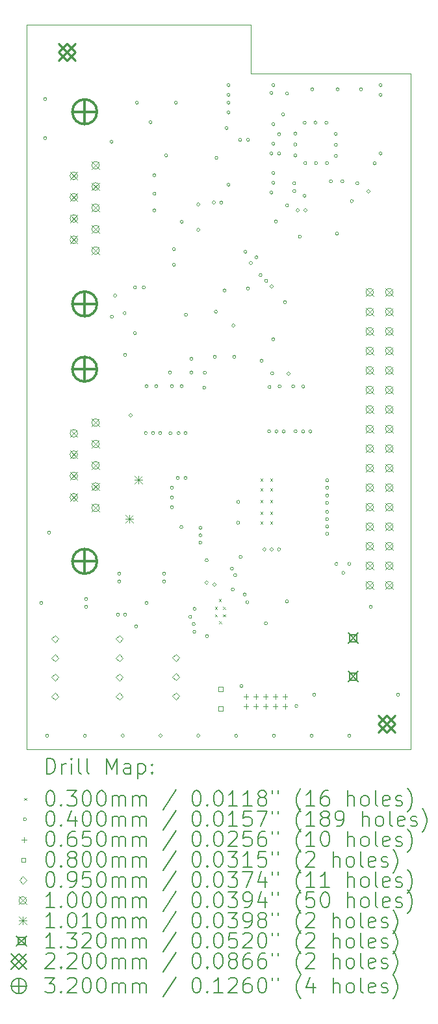
<source format=gbr>
%TF.GenerationSoftware,KiCad,Pcbnew,7.0.10-7.0.10~ubuntu23.10.1*%
%TF.CreationDate,2024-02-11T17:41:45+01:00*%
%TF.ProjectId,mainBoard,6d61696e-426f-4617-9264-2e6b69636164,rev?*%
%TF.SameCoordinates,Original*%
%TF.FileFunction,Drillmap*%
%TF.FilePolarity,Positive*%
%FSLAX45Y45*%
G04 Gerber Fmt 4.5, Leading zero omitted, Abs format (unit mm)*
G04 Created by KiCad (PCBNEW 7.0.10-7.0.10~ubuntu23.10.1) date 2024-02-11 17:41:45*
%MOMM*%
%LPD*%
G01*
G04 APERTURE LIST*
%ADD10C,0.100000*%
%ADD11C,0.200000*%
%ADD12C,0.101000*%
%ADD13C,0.132000*%
%ADD14C,0.220000*%
%ADD15C,0.320000*%
G04 APERTURE END LIST*
D10*
X14899720Y-5332535D02*
X16967200Y-5332535D01*
X14899720Y-4699000D02*
X14899720Y-5332535D01*
X16978720Y-14122400D02*
X11978720Y-14122400D01*
X11978720Y-4697535D02*
X14899720Y-4699000D01*
X16978720Y-5332535D02*
X16978720Y-14122400D01*
X11978720Y-14122400D02*
X11978720Y-4697535D01*
D11*
D10*
X14427440Y-12268440D02*
X14457440Y-12298440D01*
X14457440Y-12268440D02*
X14427440Y-12298440D01*
X14427440Y-12364960D02*
X14457440Y-12394960D01*
X14457440Y-12364960D02*
X14427440Y-12394960D01*
X14478240Y-12166840D02*
X14508240Y-12196840D01*
X14508240Y-12166840D02*
X14478240Y-12196840D01*
X14483320Y-12456400D02*
X14513320Y-12486400D01*
X14513320Y-12456400D02*
X14483320Y-12486400D01*
X14534120Y-12268440D02*
X14564120Y-12298440D01*
X14564120Y-12268440D02*
X14534120Y-12298440D01*
X14534120Y-12364960D02*
X14564120Y-12394960D01*
X14564120Y-12364960D02*
X14534120Y-12394960D01*
X15021800Y-10602200D02*
X15051800Y-10632200D01*
X15051800Y-10602200D02*
X15021800Y-10632200D01*
X15021800Y-10729200D02*
X15051800Y-10759200D01*
X15051800Y-10729200D02*
X15021800Y-10759200D01*
X15021800Y-10881600D02*
X15051800Y-10911600D01*
X15051800Y-10881600D02*
X15021800Y-10911600D01*
X15021800Y-11034000D02*
X15051800Y-11064000D01*
X15051800Y-11034000D02*
X15021800Y-11064000D01*
X15021800Y-11161000D02*
X15051800Y-11191000D01*
X15051800Y-11161000D02*
X15021800Y-11191000D01*
X15148800Y-10602200D02*
X15178800Y-10632200D01*
X15178800Y-10602200D02*
X15148800Y-10632200D01*
X15148800Y-10729200D02*
X15178800Y-10759200D01*
X15178800Y-10729200D02*
X15148800Y-10759200D01*
X15148800Y-10881600D02*
X15178800Y-10911600D01*
X15178800Y-10881600D02*
X15148800Y-10911600D01*
X15148800Y-11034000D02*
X15178800Y-11064000D01*
X15178800Y-11034000D02*
X15148800Y-11064000D01*
X15148800Y-11161000D02*
X15178800Y-11191000D01*
X15178800Y-11161000D02*
X15148800Y-11191000D01*
X12186600Y-12217400D02*
G75*
G03*
X12146600Y-12217400I-20000J0D01*
G01*
X12146600Y-12217400D02*
G75*
G03*
X12186600Y-12217400I20000J0D01*
G01*
X12237400Y-5664200D02*
G75*
G03*
X12197400Y-5664200I-20000J0D01*
G01*
X12197400Y-5664200D02*
G75*
G03*
X12237400Y-5664200I20000J0D01*
G01*
X12237400Y-6172200D02*
G75*
G03*
X12197400Y-6172200I-20000J0D01*
G01*
X12197400Y-6172200D02*
G75*
G03*
X12237400Y-6172200I20000J0D01*
G01*
X12262800Y-13944600D02*
G75*
G03*
X12222800Y-13944600I-20000J0D01*
G01*
X12222800Y-13944600D02*
G75*
G03*
X12262800Y-13944600I20000J0D01*
G01*
X12288200Y-11303000D02*
G75*
G03*
X12248200Y-11303000I-20000J0D01*
G01*
X12248200Y-11303000D02*
G75*
G03*
X12288200Y-11303000I20000J0D01*
G01*
X12754925Y-13944600D02*
G75*
G03*
X12714925Y-13944600I-20000J0D01*
G01*
X12714925Y-13944600D02*
G75*
G03*
X12754925Y-13944600I20000J0D01*
G01*
X12770800Y-12166600D02*
G75*
G03*
X12730800Y-12166600I-20000J0D01*
G01*
X12730800Y-12166600D02*
G75*
G03*
X12770800Y-12166600I20000J0D01*
G01*
X12770800Y-12268200D02*
G75*
G03*
X12730800Y-12268200I-20000J0D01*
G01*
X12730800Y-12268200D02*
G75*
G03*
X12770800Y-12268200I20000J0D01*
G01*
X13101720Y-6220535D02*
G75*
G03*
X13061720Y-6220535I-20000J0D01*
G01*
X13061720Y-6220535D02*
G75*
G03*
X13101720Y-6220535I20000J0D01*
G01*
X13105320Y-8496300D02*
G75*
G03*
X13065320Y-8496300I-20000J0D01*
G01*
X13065320Y-8496300D02*
G75*
G03*
X13105320Y-8496300I20000J0D01*
G01*
X13147508Y-8221192D02*
G75*
G03*
X13107508Y-8221192I-20000J0D01*
G01*
X13107508Y-8221192D02*
G75*
G03*
X13147508Y-8221192I20000J0D01*
G01*
X13183800Y-12369800D02*
G75*
G03*
X13143800Y-12369800I-20000J0D01*
G01*
X13143800Y-12369800D02*
G75*
G03*
X13183800Y-12369800I20000J0D01*
G01*
X13202600Y-11836400D02*
G75*
G03*
X13162600Y-11836400I-20000J0D01*
G01*
X13162600Y-11836400D02*
G75*
G03*
X13202600Y-11836400I20000J0D01*
G01*
X13202600Y-11938000D02*
G75*
G03*
X13162600Y-11938000I-20000J0D01*
G01*
X13162600Y-11938000D02*
G75*
G03*
X13202600Y-11938000I20000J0D01*
G01*
X13247050Y-13944600D02*
G75*
G03*
X13207050Y-13944600I-20000J0D01*
G01*
X13207050Y-13944600D02*
G75*
G03*
X13247050Y-13944600I20000J0D01*
G01*
X13271825Y-8448040D02*
G75*
G03*
X13231825Y-8448040I-20000J0D01*
G01*
X13231825Y-8448040D02*
G75*
G03*
X13271825Y-8448040I20000J0D01*
G01*
X13278800Y-8991600D02*
G75*
G03*
X13238800Y-8991600I-20000J0D01*
G01*
X13238800Y-8991600D02*
G75*
G03*
X13278800Y-8991600I20000J0D01*
G01*
X13278800Y-12369800D02*
G75*
G03*
X13238800Y-12369800I-20000J0D01*
G01*
X13238800Y-12369800D02*
G75*
G03*
X13278800Y-12369800I20000J0D01*
G01*
X13349920Y-9779000D02*
G75*
G03*
X13309920Y-9779000I-20000J0D01*
G01*
X13309920Y-9779000D02*
G75*
G03*
X13349920Y-9779000I20000J0D01*
G01*
X13405800Y-8115300D02*
G75*
G03*
X13365800Y-8115300I-20000J0D01*
G01*
X13365800Y-8115300D02*
G75*
G03*
X13405800Y-8115300I20000J0D01*
G01*
X13406520Y-8709735D02*
G75*
G03*
X13366520Y-8709735I-20000J0D01*
G01*
X13366520Y-8709735D02*
G75*
G03*
X13406520Y-8709735I20000J0D01*
G01*
X13421040Y-12522200D02*
G75*
G03*
X13381040Y-12522200I-20000J0D01*
G01*
X13381040Y-12522200D02*
G75*
G03*
X13421040Y-12522200I20000J0D01*
G01*
X13431920Y-5712535D02*
G75*
G03*
X13391920Y-5712535I-20000J0D01*
G01*
X13391920Y-5712535D02*
G75*
G03*
X13431920Y-5712535I20000J0D01*
G01*
X13520100Y-8115300D02*
G75*
G03*
X13480100Y-8115300I-20000J0D01*
G01*
X13480100Y-8115300D02*
G75*
G03*
X13520100Y-8115300I20000J0D01*
G01*
X13546200Y-10007600D02*
G75*
G03*
X13506200Y-10007600I-20000J0D01*
G01*
X13506200Y-10007600D02*
G75*
G03*
X13546200Y-10007600I20000J0D01*
G01*
X13558200Y-9398000D02*
G75*
G03*
X13518200Y-9398000I-20000J0D01*
G01*
X13518200Y-9398000D02*
G75*
G03*
X13558200Y-9398000I20000J0D01*
G01*
X13558200Y-12217400D02*
G75*
G03*
X13518200Y-12217400I-20000J0D01*
G01*
X13518200Y-12217400D02*
G75*
G03*
X13558200Y-12217400I20000J0D01*
G01*
X13609720Y-5966535D02*
G75*
G03*
X13569720Y-5966535I-20000J0D01*
G01*
X13569720Y-5966535D02*
G75*
G03*
X13609720Y-5966535I20000J0D01*
G01*
X13641000Y-10007600D02*
G75*
G03*
X13601000Y-10007600I-20000J0D01*
G01*
X13601000Y-10007600D02*
G75*
G03*
X13641000Y-10007600I20000J0D01*
G01*
X13659800Y-6654800D02*
G75*
G03*
X13619800Y-6654800I-20000J0D01*
G01*
X13619800Y-6654800D02*
G75*
G03*
X13659800Y-6654800I20000J0D01*
G01*
X13659800Y-6896100D02*
G75*
G03*
X13619800Y-6896100I-20000J0D01*
G01*
X13619800Y-6896100D02*
G75*
G03*
X13659800Y-6896100I20000J0D01*
G01*
X13659800Y-7112000D02*
G75*
G03*
X13619800Y-7112000I-20000J0D01*
G01*
X13619800Y-7112000D02*
G75*
G03*
X13659800Y-7112000I20000J0D01*
G01*
X13685200Y-9398000D02*
G75*
G03*
X13645200Y-9398000I-20000J0D01*
G01*
X13645200Y-9398000D02*
G75*
G03*
X13685200Y-9398000I20000J0D01*
G01*
X13736000Y-10007600D02*
G75*
G03*
X13696000Y-10007600I-20000J0D01*
G01*
X13696000Y-10007600D02*
G75*
G03*
X13736000Y-10007600I20000J0D01*
G01*
X13739175Y-13944600D02*
G75*
G03*
X13699175Y-13944600I-20000J0D01*
G01*
X13699175Y-13944600D02*
G75*
G03*
X13739175Y-13944600I20000J0D01*
G01*
X13786800Y-11836400D02*
G75*
G03*
X13746800Y-11836400I-20000J0D01*
G01*
X13746800Y-11836400D02*
G75*
G03*
X13786800Y-11836400I20000J0D01*
G01*
X13786800Y-11938000D02*
G75*
G03*
X13746800Y-11938000I-20000J0D01*
G01*
X13746800Y-11938000D02*
G75*
G03*
X13786800Y-11938000I20000J0D01*
G01*
X13812920Y-6398335D02*
G75*
G03*
X13772920Y-6398335I-20000J0D01*
G01*
X13772920Y-6398335D02*
G75*
G03*
X13812920Y-6398335I20000J0D01*
G01*
X13863000Y-9220200D02*
G75*
G03*
X13823000Y-9220200I-20000J0D01*
G01*
X13823000Y-9220200D02*
G75*
G03*
X13863000Y-9220200I20000J0D01*
G01*
X13868080Y-10012680D02*
G75*
G03*
X13828080Y-10012680I-20000J0D01*
G01*
X13828080Y-10012680D02*
G75*
G03*
X13868080Y-10012680I20000J0D01*
G01*
X13888400Y-9398000D02*
G75*
G03*
X13848400Y-9398000I-20000J0D01*
G01*
X13848400Y-9398000D02*
G75*
G03*
X13888400Y-9398000I20000J0D01*
G01*
X13888400Y-10718800D02*
G75*
G03*
X13848400Y-10718800I-20000J0D01*
G01*
X13848400Y-10718800D02*
G75*
G03*
X13888400Y-10718800I20000J0D01*
G01*
X13888400Y-10845800D02*
G75*
G03*
X13848400Y-10845800I-20000J0D01*
G01*
X13848400Y-10845800D02*
G75*
G03*
X13888400Y-10845800I20000J0D01*
G01*
X13888400Y-10972800D02*
G75*
G03*
X13848400Y-10972800I-20000J0D01*
G01*
X13848400Y-10972800D02*
G75*
G03*
X13888400Y-10972800I20000J0D01*
G01*
X13914520Y-7617535D02*
G75*
G03*
X13874520Y-7617535I-20000J0D01*
G01*
X13874520Y-7617535D02*
G75*
G03*
X13914520Y-7617535I20000J0D01*
G01*
X13914520Y-7820735D02*
G75*
G03*
X13874520Y-7820735I-20000J0D01*
G01*
X13874520Y-7820735D02*
G75*
G03*
X13914520Y-7820735I20000J0D01*
G01*
X13939920Y-5712535D02*
G75*
G03*
X13899920Y-5712535I-20000J0D01*
G01*
X13899920Y-5712535D02*
G75*
G03*
X13939920Y-5712535I20000J0D01*
G01*
X13964600Y-10591800D02*
G75*
G03*
X13924600Y-10591800I-20000J0D01*
G01*
X13924600Y-10591800D02*
G75*
G03*
X13964600Y-10591800I20000J0D01*
G01*
X13974760Y-10007600D02*
G75*
G03*
X13934760Y-10007600I-20000J0D01*
G01*
X13934760Y-10007600D02*
G75*
G03*
X13974760Y-10007600I20000J0D01*
G01*
X14010320Y-11231880D02*
G75*
G03*
X13970320Y-11231880I-20000J0D01*
G01*
X13970320Y-11231880D02*
G75*
G03*
X14010320Y-11231880I20000J0D01*
G01*
X14015400Y-9398000D02*
G75*
G03*
X13975400Y-9398000I-20000J0D01*
G01*
X13975400Y-9398000D02*
G75*
G03*
X14015400Y-9398000I20000J0D01*
G01*
X14016120Y-7261935D02*
G75*
G03*
X13976120Y-7261935I-20000J0D01*
G01*
X13976120Y-7261935D02*
G75*
G03*
X14016120Y-7261935I20000J0D01*
G01*
X14066200Y-10007600D02*
G75*
G03*
X14026200Y-10007600I-20000J0D01*
G01*
X14026200Y-10007600D02*
G75*
G03*
X14066200Y-10007600I20000J0D01*
G01*
X14066200Y-10591800D02*
G75*
G03*
X14026200Y-10591800I-20000J0D01*
G01*
X14026200Y-10591800D02*
G75*
G03*
X14066200Y-10591800I20000J0D01*
G01*
X14070315Y-8468678D02*
G75*
G03*
X14030315Y-8468678I-20000J0D01*
G01*
X14030315Y-8468678D02*
G75*
G03*
X14070315Y-8468678I20000J0D01*
G01*
X14125718Y-12399705D02*
G75*
G03*
X14085718Y-12399705I-20000J0D01*
G01*
X14085718Y-12399705D02*
G75*
G03*
X14125718Y-12399705I20000J0D01*
G01*
X14142400Y-9042400D02*
G75*
G03*
X14102400Y-9042400I-20000J0D01*
G01*
X14102400Y-9042400D02*
G75*
G03*
X14142400Y-9042400I20000J0D01*
G01*
X14142400Y-9220200D02*
G75*
G03*
X14102400Y-9220200I-20000J0D01*
G01*
X14102400Y-9220200D02*
G75*
G03*
X14142400Y-9220200I20000J0D01*
G01*
X14171538Y-12493532D02*
G75*
G03*
X14131538Y-12493532I-20000J0D01*
G01*
X14131538Y-12493532D02*
G75*
G03*
X14171538Y-12493532I20000J0D01*
G01*
X14179112Y-12593372D02*
G75*
G03*
X14139112Y-12593372I-20000J0D01*
G01*
X14139112Y-12593372D02*
G75*
G03*
X14179112Y-12593372I20000J0D01*
G01*
X14183040Y-12294980D02*
G75*
G03*
X14143040Y-12294980I-20000J0D01*
G01*
X14143040Y-12294980D02*
G75*
G03*
X14183040Y-12294980I20000J0D01*
G01*
X14231300Y-7035800D02*
G75*
G03*
X14191300Y-7035800I-20000J0D01*
G01*
X14191300Y-7035800D02*
G75*
G03*
X14231300Y-7035800I20000J0D01*
G01*
X14231300Y-7366000D02*
G75*
G03*
X14191300Y-7366000I-20000J0D01*
G01*
X14191300Y-7366000D02*
G75*
G03*
X14231300Y-7366000I20000J0D01*
G01*
X14231300Y-13944600D02*
G75*
G03*
X14191300Y-13944600I-20000J0D01*
G01*
X14191300Y-13944600D02*
G75*
G03*
X14231300Y-13944600I20000J0D01*
G01*
X14259240Y-11242040D02*
G75*
G03*
X14219240Y-11242040I-20000J0D01*
G01*
X14219240Y-11242040D02*
G75*
G03*
X14259240Y-11242040I20000J0D01*
G01*
X14259240Y-11338560D02*
G75*
G03*
X14219240Y-11338560I-20000J0D01*
G01*
X14219240Y-11338560D02*
G75*
G03*
X14259240Y-11338560I20000J0D01*
G01*
X14259240Y-11433560D02*
G75*
G03*
X14219240Y-11433560I-20000J0D01*
G01*
X14219240Y-11433560D02*
G75*
G03*
X14259240Y-11433560I20000J0D01*
G01*
X14310040Y-9418320D02*
G75*
G03*
X14270040Y-9418320I-20000J0D01*
G01*
X14270040Y-9418320D02*
G75*
G03*
X14310040Y-9418320I20000J0D01*
G01*
X14317660Y-9222740D02*
G75*
G03*
X14277660Y-9222740I-20000J0D01*
G01*
X14277660Y-9222740D02*
G75*
G03*
X14317660Y-9222740I20000J0D01*
G01*
X14339165Y-11953133D02*
G75*
G03*
X14299165Y-11953133I-20000J0D01*
G01*
X14299165Y-11953133D02*
G75*
G03*
X14339165Y-11953133I20000J0D01*
G01*
X14340520Y-11663680D02*
G75*
G03*
X14300520Y-11663680I-20000J0D01*
G01*
X14300520Y-11663680D02*
G75*
G03*
X14340520Y-11663680I20000J0D01*
G01*
X14345600Y-12649200D02*
G75*
G03*
X14305600Y-12649200I-20000J0D01*
G01*
X14305600Y-12649200D02*
G75*
G03*
X14345600Y-12649200I20000J0D01*
G01*
X14434500Y-7010400D02*
G75*
G03*
X14394500Y-7010400I-20000J0D01*
G01*
X14394500Y-7010400D02*
G75*
G03*
X14434500Y-7010400I20000J0D01*
G01*
X14441965Y-11978533D02*
G75*
G03*
X14401965Y-11978533I-20000J0D01*
G01*
X14401965Y-11978533D02*
G75*
G03*
X14441965Y-11978533I20000J0D01*
G01*
X14447200Y-9017000D02*
G75*
G03*
X14407200Y-9017000I-20000J0D01*
G01*
X14407200Y-9017000D02*
G75*
G03*
X14447200Y-9017000I20000J0D01*
G01*
X14459900Y-8430335D02*
G75*
G03*
X14419900Y-8430335I-20000J0D01*
G01*
X14419900Y-8430335D02*
G75*
G03*
X14459900Y-8430335I20000J0D01*
G01*
X14467413Y-6429642D02*
G75*
G03*
X14427413Y-6429642I-20000J0D01*
G01*
X14427413Y-6429642D02*
G75*
G03*
X14467413Y-6429642I20000J0D01*
G01*
X14529500Y-7010400D02*
G75*
G03*
X14489500Y-7010400I-20000J0D01*
G01*
X14489500Y-7010400D02*
G75*
G03*
X14529500Y-7010400I20000J0D01*
G01*
X14574200Y-8153400D02*
G75*
G03*
X14534200Y-8153400I-20000J0D01*
G01*
X14534200Y-8153400D02*
G75*
G03*
X14574200Y-8153400I20000J0D01*
G01*
X14600320Y-6042735D02*
G75*
G03*
X14560320Y-6042735I-20000J0D01*
G01*
X14560320Y-6042735D02*
G75*
G03*
X14600320Y-6042735I20000J0D01*
G01*
X14625720Y-5483935D02*
G75*
G03*
X14585720Y-5483935I-20000J0D01*
G01*
X14585720Y-5483935D02*
G75*
G03*
X14625720Y-5483935I20000J0D01*
G01*
X14625720Y-5610935D02*
G75*
G03*
X14585720Y-5610935I-20000J0D01*
G01*
X14585720Y-5610935D02*
G75*
G03*
X14625720Y-5610935I20000J0D01*
G01*
X14625720Y-5712535D02*
G75*
G03*
X14585720Y-5712535I-20000J0D01*
G01*
X14585720Y-5712535D02*
G75*
G03*
X14625720Y-5712535I20000J0D01*
G01*
X14625720Y-5839535D02*
G75*
G03*
X14585720Y-5839535I-20000J0D01*
G01*
X14585720Y-5839535D02*
G75*
G03*
X14625720Y-5839535I20000J0D01*
G01*
X14625720Y-6779335D02*
G75*
G03*
X14585720Y-6779335I-20000J0D01*
G01*
X14585720Y-6779335D02*
G75*
G03*
X14625720Y-6779335I20000J0D01*
G01*
X14669795Y-11772321D02*
G75*
G03*
X14629795Y-11772321I-20000J0D01*
G01*
X14629795Y-11772321D02*
G75*
G03*
X14669795Y-11772321I20000J0D01*
G01*
X14680880Y-12043221D02*
G75*
G03*
X14640880Y-12043221I-20000J0D01*
G01*
X14640880Y-12043221D02*
G75*
G03*
X14680880Y-12043221I20000J0D01*
G01*
X14688500Y-8610600D02*
G75*
G03*
X14648500Y-8610600I-20000J0D01*
G01*
X14648500Y-8610600D02*
G75*
G03*
X14688500Y-8610600I20000J0D01*
G01*
X14701200Y-9017000D02*
G75*
G03*
X14661200Y-9017000I-20000J0D01*
G01*
X14661200Y-9017000D02*
G75*
G03*
X14701200Y-9017000I20000J0D01*
G01*
X14711154Y-11857846D02*
G75*
G03*
X14671154Y-11857846I-20000J0D01*
G01*
X14671154Y-11857846D02*
G75*
G03*
X14711154Y-11857846I20000J0D01*
G01*
X14723425Y-13944600D02*
G75*
G03*
X14683425Y-13944600I-20000J0D01*
G01*
X14683425Y-13944600D02*
G75*
G03*
X14723425Y-13944600I20000J0D01*
G01*
X14749460Y-11174993D02*
G75*
G03*
X14709460Y-11174993I-20000J0D01*
G01*
X14709460Y-11174993D02*
G75*
G03*
X14749460Y-11174993I20000J0D01*
G01*
X14752000Y-10904220D02*
G75*
G03*
X14712000Y-10904220I-20000J0D01*
G01*
X14712000Y-10904220D02*
G75*
G03*
X14752000Y-10904220I20000J0D01*
G01*
X14774920Y-6195135D02*
G75*
G03*
X14734920Y-6195135I-20000J0D01*
G01*
X14734920Y-6195135D02*
G75*
G03*
X14774920Y-6195135I20000J0D01*
G01*
X14782480Y-11617960D02*
G75*
G03*
X14742480Y-11617960I-20000J0D01*
G01*
X14742480Y-11617960D02*
G75*
G03*
X14782480Y-11617960I20000J0D01*
G01*
X14792640Y-13299440D02*
G75*
G03*
X14752640Y-13299440I-20000J0D01*
G01*
X14752640Y-13299440D02*
G75*
G03*
X14792640Y-13299440I20000J0D01*
G01*
X14835784Y-12108436D02*
G75*
G03*
X14795784Y-12108436I-20000J0D01*
G01*
X14795784Y-12108436D02*
G75*
G03*
X14835784Y-12108436I20000J0D01*
G01*
X14844600Y-7650335D02*
G75*
G03*
X14804600Y-7650335I-20000J0D01*
G01*
X14804600Y-7650335D02*
G75*
G03*
X14844600Y-7650335I20000J0D01*
G01*
X14870000Y-12208000D02*
G75*
G03*
X14830000Y-12208000I-20000J0D01*
G01*
X14830000Y-12208000D02*
G75*
G03*
X14870000Y-12208000I20000J0D01*
G01*
X14879000Y-8128000D02*
G75*
G03*
X14839000Y-8128000I-20000J0D01*
G01*
X14839000Y-8128000D02*
G75*
G03*
X14879000Y-8128000I20000J0D01*
G01*
X14879720Y-6195135D02*
G75*
G03*
X14839720Y-6195135I-20000J0D01*
G01*
X14839720Y-6195135D02*
G75*
G03*
X14879720Y-6195135I20000J0D01*
G01*
X14915862Y-7795335D02*
G75*
G03*
X14875862Y-7795335I-20000J0D01*
G01*
X14875862Y-7795335D02*
G75*
G03*
X14915862Y-7795335I20000J0D01*
G01*
X14989600Y-7722835D02*
G75*
G03*
X14949600Y-7722835I-20000J0D01*
G01*
X14949600Y-7722835D02*
G75*
G03*
X14989600Y-7722835I20000J0D01*
G01*
X15042000Y-7955280D02*
G75*
G03*
X15002000Y-7955280I-20000J0D01*
G01*
X15002000Y-7955280D02*
G75*
G03*
X15042000Y-7955280I20000J0D01*
G01*
X15056800Y-9067800D02*
G75*
G03*
X15016800Y-9067800I-20000J0D01*
G01*
X15016800Y-9067800D02*
G75*
G03*
X15056800Y-9067800I20000J0D01*
G01*
X15092360Y-11521440D02*
G75*
G03*
X15052360Y-11521440I-20000J0D01*
G01*
X15052360Y-11521440D02*
G75*
G03*
X15092360Y-11521440I20000J0D01*
G01*
X15111917Y-12483479D02*
G75*
G03*
X15071917Y-12483479I-20000J0D01*
G01*
X15071917Y-12483479D02*
G75*
G03*
X15111917Y-12483479I20000J0D01*
G01*
X15115220Y-8028940D02*
G75*
G03*
X15075220Y-8028940I-20000J0D01*
G01*
X15075220Y-8028940D02*
G75*
G03*
X15115220Y-8028940I20000J0D01*
G01*
X15153599Y-9987280D02*
G75*
G03*
X15113599Y-9987280I-20000J0D01*
G01*
X15113599Y-9987280D02*
G75*
G03*
X15153599Y-9987280I20000J0D01*
G01*
X15158400Y-9408160D02*
G75*
G03*
X15118400Y-9408160I-20000J0D01*
G01*
X15118400Y-9408160D02*
G75*
G03*
X15158400Y-9408160I20000J0D01*
G01*
X15184520Y-5585535D02*
G75*
G03*
X15144520Y-5585535I-20000J0D01*
G01*
X15144520Y-5585535D02*
G75*
G03*
X15184520Y-5585535I20000J0D01*
G01*
X15184520Y-6372935D02*
G75*
G03*
X15144520Y-6372935I-20000J0D01*
G01*
X15144520Y-6372935D02*
G75*
G03*
X15184520Y-6372935I20000J0D01*
G01*
X15184985Y-6881400D02*
G75*
G03*
X15144985Y-6881400I-20000J0D01*
G01*
X15144985Y-6881400D02*
G75*
G03*
X15184985Y-6881400I20000J0D01*
G01*
X15187360Y-11521440D02*
G75*
G03*
X15147360Y-11521440I-20000J0D01*
G01*
X15147360Y-11521440D02*
G75*
G03*
X15187360Y-11521440I20000J0D01*
G01*
X15187720Y-8102600D02*
G75*
G03*
X15147720Y-8102600I-20000J0D01*
G01*
X15147720Y-8102600D02*
G75*
G03*
X15187720Y-8102600I20000J0D01*
G01*
X15193960Y-9230360D02*
G75*
G03*
X15153960Y-9230360I-20000J0D01*
G01*
X15153960Y-9230360D02*
G75*
G03*
X15193960Y-9230360I20000J0D01*
G01*
X15209200Y-8788400D02*
G75*
G03*
X15169200Y-8788400I-20000J0D01*
G01*
X15169200Y-8788400D02*
G75*
G03*
X15209200Y-8788400I20000J0D01*
G01*
X15209920Y-5483935D02*
G75*
G03*
X15169920Y-5483935I-20000J0D01*
G01*
X15169920Y-5483935D02*
G75*
G03*
X15209920Y-5483935I20000J0D01*
G01*
X15209920Y-5991935D02*
G75*
G03*
X15169920Y-5991935I-20000J0D01*
G01*
X15169920Y-5991935D02*
G75*
G03*
X15209920Y-5991935I20000J0D01*
G01*
X15209920Y-6245935D02*
G75*
G03*
X15169920Y-6245935I-20000J0D01*
G01*
X15169920Y-6245935D02*
G75*
G03*
X15209920Y-6245935I20000J0D01*
G01*
X15209920Y-6626935D02*
G75*
G03*
X15169920Y-6626935I-20000J0D01*
G01*
X15169920Y-6626935D02*
G75*
G03*
X15209920Y-6626935I20000J0D01*
G01*
X15209920Y-6753935D02*
G75*
G03*
X15169920Y-6753935I-20000J0D01*
G01*
X15169920Y-6753935D02*
G75*
G03*
X15209920Y-6753935I20000J0D01*
G01*
X15215550Y-13944600D02*
G75*
G03*
X15175550Y-13944600I-20000J0D01*
G01*
X15175550Y-13944600D02*
G75*
G03*
X15215550Y-13944600I20000J0D01*
G01*
X15242473Y-7256527D02*
G75*
G03*
X15202473Y-7256527I-20000J0D01*
G01*
X15202473Y-7256527D02*
G75*
G03*
X15242473Y-7256527I20000J0D01*
G01*
X15248600Y-9987280D02*
G75*
G03*
X15208600Y-9987280I-20000J0D01*
G01*
X15208600Y-9987280D02*
G75*
G03*
X15248600Y-9987280I20000J0D01*
G01*
X15282361Y-11521440D02*
G75*
G03*
X15242361Y-11521440I-20000J0D01*
G01*
X15242361Y-11521440D02*
G75*
G03*
X15282361Y-11521440I20000J0D01*
G01*
X15284520Y-6372935D02*
G75*
G03*
X15244520Y-6372935I-20000J0D01*
G01*
X15244520Y-6372935D02*
G75*
G03*
X15284520Y-6372935I20000J0D01*
G01*
X15285201Y-6121715D02*
G75*
G03*
X15245201Y-6121715I-20000J0D01*
G01*
X15245201Y-6121715D02*
G75*
G03*
X15285201Y-6121715I20000J0D01*
G01*
X15290480Y-9403080D02*
G75*
G03*
X15250480Y-9403080I-20000J0D01*
G01*
X15250480Y-9403080D02*
G75*
G03*
X15290480Y-9403080I20000J0D01*
G01*
X15337385Y-5865400D02*
G75*
G03*
X15297385Y-5865400I-20000J0D01*
G01*
X15297385Y-5865400D02*
G75*
G03*
X15337385Y-5865400I20000J0D01*
G01*
X15343600Y-9987280D02*
G75*
G03*
X15303600Y-9987280I-20000J0D01*
G01*
X15303600Y-9987280D02*
G75*
G03*
X15343600Y-9987280I20000J0D01*
G01*
X15361600Y-8305800D02*
G75*
G03*
X15321600Y-8305800I-20000J0D01*
G01*
X15321600Y-8305800D02*
G75*
G03*
X15361600Y-8305800I20000J0D01*
G01*
X15385645Y-12196973D02*
G75*
G03*
X15345645Y-12196973I-20000J0D01*
G01*
X15345645Y-12196973D02*
G75*
G03*
X15385645Y-12196973I20000J0D01*
G01*
X15387000Y-7045960D02*
G75*
G03*
X15347000Y-7045960I-20000J0D01*
G01*
X15347000Y-7045960D02*
G75*
G03*
X15387000Y-7045960I20000J0D01*
G01*
X15387720Y-5592935D02*
G75*
G03*
X15347720Y-5592935I-20000J0D01*
G01*
X15347720Y-5592935D02*
G75*
G03*
X15387720Y-5592935I20000J0D01*
G01*
X15407320Y-9235440D02*
G75*
G03*
X15367320Y-9235440I-20000J0D01*
G01*
X15367320Y-9235440D02*
G75*
G03*
X15407320Y-9235440I20000J0D01*
G01*
X15468280Y-9403080D02*
G75*
G03*
X15428280Y-9403080I-20000J0D01*
G01*
X15428280Y-9403080D02*
G75*
G03*
X15468280Y-9403080I20000J0D01*
G01*
X15479820Y-6759706D02*
G75*
G03*
X15439820Y-6759706I-20000J0D01*
G01*
X15439820Y-6759706D02*
G75*
G03*
X15479820Y-6759706I20000J0D01*
G01*
X15481838Y-6859682D02*
G75*
G03*
X15441838Y-6859682I-20000J0D01*
G01*
X15441838Y-6859682D02*
G75*
G03*
X15481838Y-6859682I20000J0D01*
G01*
X15494987Y-6113992D02*
G75*
G03*
X15454987Y-6113992I-20000J0D01*
G01*
X15454987Y-6113992D02*
G75*
G03*
X15494987Y-6113992I20000J0D01*
G01*
X15494987Y-6255802D02*
G75*
G03*
X15454987Y-6255802I-20000J0D01*
G01*
X15454987Y-6255802D02*
G75*
G03*
X15494987Y-6255802I20000J0D01*
G01*
X15494987Y-6397611D02*
G75*
G03*
X15454987Y-6397611I-20000J0D01*
G01*
X15454987Y-6397611D02*
G75*
G03*
X15494987Y-6397611I20000J0D01*
G01*
X15498760Y-9987280D02*
G75*
G03*
X15458760Y-9987280I-20000J0D01*
G01*
X15458760Y-9987280D02*
G75*
G03*
X15498760Y-9987280I20000J0D01*
G01*
X15508920Y-13558520D02*
G75*
G03*
X15468920Y-13558520I-20000J0D01*
G01*
X15468920Y-13558520D02*
G75*
G03*
X15508920Y-13558520I20000J0D01*
G01*
X15526700Y-7112000D02*
G75*
G03*
X15486700Y-7112000I-20000J0D01*
G01*
X15486700Y-7112000D02*
G75*
G03*
X15526700Y-7112000I20000J0D01*
G01*
X15554320Y-7454900D02*
G75*
G03*
X15514320Y-7454900I-20000J0D01*
G01*
X15514320Y-7454900D02*
G75*
G03*
X15554320Y-7454900I20000J0D01*
G01*
X15596800Y-9987280D02*
G75*
G03*
X15556800Y-9987280I-20000J0D01*
G01*
X15556800Y-9987280D02*
G75*
G03*
X15596800Y-9987280I20000J0D01*
G01*
X15599320Y-9403080D02*
G75*
G03*
X15559320Y-9403080I-20000J0D01*
G01*
X15559320Y-9403080D02*
G75*
G03*
X15599320Y-9403080I20000J0D01*
G01*
X15615600Y-6922000D02*
G75*
G03*
X15575600Y-6922000I-20000J0D01*
G01*
X15575600Y-6922000D02*
G75*
G03*
X15615600Y-6922000I20000J0D01*
G01*
X15616320Y-5970772D02*
G75*
G03*
X15576320Y-5970772I-20000J0D01*
G01*
X15576320Y-5970772D02*
G75*
G03*
X15616320Y-5970772I20000J0D01*
G01*
X15624095Y-6498499D02*
G75*
G03*
X15584095Y-6498499I-20000J0D01*
G01*
X15584095Y-6498499D02*
G75*
G03*
X15624095Y-6498499I20000J0D01*
G01*
X15626820Y-7112000D02*
G75*
G03*
X15586820Y-7112000I-20000J0D01*
G01*
X15586820Y-7112000D02*
G75*
G03*
X15626820Y-7112000I20000J0D01*
G01*
X15691800Y-9987280D02*
G75*
G03*
X15651800Y-9987280I-20000J0D01*
G01*
X15651800Y-9987280D02*
G75*
G03*
X15691800Y-9987280I20000J0D01*
G01*
X15707675Y-13944600D02*
G75*
G03*
X15667675Y-13944600I-20000J0D01*
G01*
X15667675Y-13944600D02*
G75*
G03*
X15707675Y-13944600I20000J0D01*
G01*
X15717200Y-5537200D02*
G75*
G03*
X15677200Y-5537200I-20000J0D01*
G01*
X15677200Y-5537200D02*
G75*
G03*
X15717200Y-5537200I20000J0D01*
G01*
X15742600Y-13411200D02*
G75*
G03*
X15702600Y-13411200I-20000J0D01*
G01*
X15702600Y-13411200D02*
G75*
G03*
X15742600Y-13411200I20000J0D01*
G01*
X15758130Y-5970772D02*
G75*
G03*
X15718130Y-5970772I-20000J0D01*
G01*
X15718130Y-5970772D02*
G75*
G03*
X15758130Y-5970772I20000J0D01*
G01*
X15765905Y-6498499D02*
G75*
G03*
X15725905Y-6498499I-20000J0D01*
G01*
X15725905Y-6498499D02*
G75*
G03*
X15765905Y-6498499I20000J0D01*
G01*
X15899940Y-5970772D02*
G75*
G03*
X15859940Y-5970772I-20000J0D01*
G01*
X15859940Y-5970772D02*
G75*
G03*
X15899940Y-5970772I20000J0D01*
G01*
X15907715Y-6498499D02*
G75*
G03*
X15867715Y-6498499I-20000J0D01*
G01*
X15867715Y-6498499D02*
G75*
G03*
X15907715Y-6498499I20000J0D01*
G01*
X15910240Y-10623800D02*
G75*
G03*
X15870240Y-10623800I-20000J0D01*
G01*
X15870240Y-10623800D02*
G75*
G03*
X15910240Y-10623800I20000J0D01*
G01*
X15910240Y-10718800D02*
G75*
G03*
X15870240Y-10718800I-20000J0D01*
G01*
X15870240Y-10718800D02*
G75*
G03*
X15910240Y-10718800I20000J0D01*
G01*
X15910240Y-10820400D02*
G75*
G03*
X15870240Y-10820400I-20000J0D01*
G01*
X15870240Y-10820400D02*
G75*
G03*
X15910240Y-10820400I20000J0D01*
G01*
X15910240Y-10915400D02*
G75*
G03*
X15870240Y-10915400I-20000J0D01*
G01*
X15870240Y-10915400D02*
G75*
G03*
X15910240Y-10915400I20000J0D01*
G01*
X15910240Y-11033760D02*
G75*
G03*
X15870240Y-11033760I-20000J0D01*
G01*
X15870240Y-11033760D02*
G75*
G03*
X15910240Y-11033760I20000J0D01*
G01*
X15910240Y-11128760D02*
G75*
G03*
X15870240Y-11128760I-20000J0D01*
G01*
X15870240Y-11128760D02*
G75*
G03*
X15910240Y-11128760I20000J0D01*
G01*
X15910240Y-11223761D02*
G75*
G03*
X15870240Y-11223761I-20000J0D01*
G01*
X15870240Y-11223761D02*
G75*
G03*
X15910240Y-11223761I20000J0D01*
G01*
X15910240Y-11318761D02*
G75*
G03*
X15870240Y-11318761I-20000J0D01*
G01*
X15870240Y-11318761D02*
G75*
G03*
X15910240Y-11318761I20000J0D01*
G01*
X15958500Y-6734200D02*
G75*
G03*
X15918500Y-6734200I-20000J0D01*
G01*
X15918500Y-6734200D02*
G75*
G03*
X15958500Y-6734200I20000J0D01*
G01*
X16022720Y-6118935D02*
G75*
G03*
X15982720Y-6118935I-20000J0D01*
G01*
X15982720Y-6118935D02*
G75*
G03*
X16022720Y-6118935I20000J0D01*
G01*
X16022720Y-6260745D02*
G75*
G03*
X15982720Y-6260745I-20000J0D01*
G01*
X15982720Y-6260745D02*
G75*
G03*
X16022720Y-6260745I20000J0D01*
G01*
X16022720Y-6402555D02*
G75*
G03*
X15982720Y-6402555I-20000J0D01*
G01*
X15982720Y-6402555D02*
G75*
G03*
X16022720Y-6402555I20000J0D01*
G01*
X16031820Y-11709400D02*
G75*
G03*
X15991820Y-11709400I-20000J0D01*
G01*
X15991820Y-11709400D02*
G75*
G03*
X16031820Y-11709400I20000J0D01*
G01*
X16038400Y-7414335D02*
G75*
G03*
X15998400Y-7414335I-20000J0D01*
G01*
X15998400Y-7414335D02*
G75*
G03*
X16038400Y-7414335I20000J0D01*
G01*
X16047400Y-5537200D02*
G75*
G03*
X16007400Y-5537200I-20000J0D01*
G01*
X16007400Y-5537200D02*
G75*
G03*
X16047400Y-5537200I20000J0D01*
G01*
X16106848Y-6734122D02*
G75*
G03*
X16066848Y-6734122I-20000J0D01*
G01*
X16066848Y-6734122D02*
G75*
G03*
X16106848Y-6734122I20000J0D01*
G01*
X16120310Y-11826990D02*
G75*
G03*
X16080310Y-11826990I-20000J0D01*
G01*
X16080310Y-11826990D02*
G75*
G03*
X16120310Y-11826990I20000J0D01*
G01*
X16199800Y-13944600D02*
G75*
G03*
X16159800Y-13944600I-20000J0D01*
G01*
X16159800Y-13944600D02*
G75*
G03*
X16199800Y-13944600I20000J0D01*
G01*
X16200265Y-11708935D02*
G75*
G03*
X16160265Y-11708935I-20000J0D01*
G01*
X16160265Y-11708935D02*
G75*
G03*
X16200265Y-11708935I20000J0D01*
G01*
X16230520Y-6992035D02*
G75*
G03*
X16190520Y-6992035I-20000J0D01*
G01*
X16190520Y-6992035D02*
G75*
G03*
X16230520Y-6992035I20000J0D01*
G01*
X16303020Y-6760607D02*
G75*
G03*
X16263020Y-6760607I-20000J0D01*
G01*
X16263020Y-6760607D02*
G75*
G03*
X16303020Y-6760607I20000J0D01*
G01*
X16352200Y-5537200D02*
G75*
G03*
X16312200Y-5537200I-20000J0D01*
G01*
X16312200Y-5537200D02*
G75*
G03*
X16352200Y-5537200I20000J0D01*
G01*
X16448020Y-6865515D02*
G75*
G03*
X16408020Y-6865515I-20000J0D01*
G01*
X16408020Y-6865515D02*
G75*
G03*
X16448020Y-6865515I20000J0D01*
G01*
X16479200Y-12268200D02*
G75*
G03*
X16439200Y-12268200I-20000J0D01*
G01*
X16439200Y-12268200D02*
G75*
G03*
X16479200Y-12268200I20000J0D01*
G01*
X16529796Y-6500867D02*
G75*
G03*
X16489796Y-6500867I-20000J0D01*
G01*
X16489796Y-6500867D02*
G75*
G03*
X16529796Y-6500867I20000J0D01*
G01*
X16606920Y-5483935D02*
G75*
G03*
X16566920Y-5483935I-20000J0D01*
G01*
X16566920Y-5483935D02*
G75*
G03*
X16606920Y-5483935I20000J0D01*
G01*
X16606920Y-5610935D02*
G75*
G03*
X16566920Y-5610935I-20000J0D01*
G01*
X16566920Y-5610935D02*
G75*
G03*
X16606920Y-5610935I20000J0D01*
G01*
X16606920Y-6372935D02*
G75*
G03*
X16566920Y-6372935I-20000J0D01*
G01*
X16566920Y-6372935D02*
G75*
G03*
X16606920Y-6372935I20000J0D01*
G01*
X16834800Y-13411200D02*
G75*
G03*
X16794800Y-13411200I-20000J0D01*
G01*
X16794800Y-13411200D02*
G75*
G03*
X16834800Y-13411200I20000J0D01*
G01*
X14833600Y-13404100D02*
X14833600Y-13469100D01*
X14801100Y-13436600D02*
X14866100Y-13436600D01*
X14833600Y-13531100D02*
X14833600Y-13596100D01*
X14801100Y-13563600D02*
X14866100Y-13563600D01*
X14960600Y-13404100D02*
X14960600Y-13469100D01*
X14928100Y-13436600D02*
X14993100Y-13436600D01*
X14960600Y-13531100D02*
X14960600Y-13596100D01*
X14928100Y-13563600D02*
X14993100Y-13563600D01*
X15087600Y-13404100D02*
X15087600Y-13469100D01*
X15055100Y-13436600D02*
X15120100Y-13436600D01*
X15087600Y-13531100D02*
X15087600Y-13596100D01*
X15055100Y-13563600D02*
X15120100Y-13563600D01*
X15214600Y-13404100D02*
X15214600Y-13469100D01*
X15182100Y-13436600D02*
X15247100Y-13436600D01*
X15214600Y-13531100D02*
X15214600Y-13596100D01*
X15182100Y-13563600D02*
X15247100Y-13563600D01*
X15341600Y-13404100D02*
X15341600Y-13469100D01*
X15309100Y-13436600D02*
X15374100Y-13436600D01*
X15341600Y-13531100D02*
X15341600Y-13596100D01*
X15309100Y-13563600D02*
X15374100Y-13563600D01*
X14531684Y-13365284D02*
X14531684Y-13308715D01*
X14475115Y-13308715D01*
X14475115Y-13365284D01*
X14531684Y-13365284D01*
X14531684Y-13619284D02*
X14531684Y-13562715D01*
X14475115Y-13562715D01*
X14475115Y-13619284D01*
X14531684Y-13619284D01*
X12345120Y-12731635D02*
X12392620Y-12684135D01*
X12345120Y-12636635D01*
X12297620Y-12684135D01*
X12345120Y-12731635D01*
X12345120Y-12981635D02*
X12392620Y-12934135D01*
X12345120Y-12886635D01*
X12297620Y-12934135D01*
X12345120Y-12981635D01*
X12345120Y-13231635D02*
X12392620Y-13184135D01*
X12345120Y-13136635D01*
X12297620Y-13184135D01*
X12345120Y-13231635D01*
X12345120Y-13481635D02*
X12392620Y-13434135D01*
X12345120Y-13386635D01*
X12297620Y-13434135D01*
X12345120Y-13481635D01*
X13183320Y-12731635D02*
X13230820Y-12684135D01*
X13183320Y-12636635D01*
X13135820Y-12684135D01*
X13183320Y-12731635D01*
X13183320Y-12981635D02*
X13230820Y-12934135D01*
X13183320Y-12886635D01*
X13135820Y-12934135D01*
X13183320Y-12981635D01*
X13183320Y-13231635D02*
X13230820Y-13184135D01*
X13183320Y-13136635D01*
X13135820Y-13184135D01*
X13183320Y-13231635D01*
X13183320Y-13481635D02*
X13230820Y-13434135D01*
X13183320Y-13386635D01*
X13135820Y-13434135D01*
X13183320Y-13481635D01*
X13919920Y-12976635D02*
X13967420Y-12929135D01*
X13919920Y-12881635D01*
X13872420Y-12929135D01*
X13919920Y-12976635D01*
X13919920Y-13226635D02*
X13967420Y-13179135D01*
X13919920Y-13131635D01*
X13872420Y-13179135D01*
X13919920Y-13226635D01*
X13919920Y-13476635D02*
X13967420Y-13429135D01*
X13919920Y-13381635D01*
X13872420Y-13429135D01*
X13919920Y-13476635D01*
X12539220Y-6613335D02*
X12639220Y-6713335D01*
X12639220Y-6613335D02*
X12539220Y-6713335D01*
X12639220Y-6663335D02*
G75*
G03*
X12539220Y-6663335I-50000J0D01*
G01*
X12539220Y-6663335D02*
G75*
G03*
X12639220Y-6663335I50000J0D01*
G01*
X12539220Y-6890635D02*
X12639220Y-6990635D01*
X12639220Y-6890635D02*
X12539220Y-6990635D01*
X12639220Y-6940635D02*
G75*
G03*
X12539220Y-6940635I-50000J0D01*
G01*
X12539220Y-6940635D02*
G75*
G03*
X12639220Y-6940635I50000J0D01*
G01*
X12539220Y-7167835D02*
X12639220Y-7267835D01*
X12639220Y-7167835D02*
X12539220Y-7267835D01*
X12639220Y-7217835D02*
G75*
G03*
X12539220Y-7217835I-50000J0D01*
G01*
X12539220Y-7217835D02*
G75*
G03*
X12639220Y-7217835I50000J0D01*
G01*
X12539220Y-7445135D02*
X12639220Y-7545135D01*
X12639220Y-7445135D02*
X12539220Y-7545135D01*
X12639220Y-7495135D02*
G75*
G03*
X12539220Y-7495135I-50000J0D01*
G01*
X12539220Y-7495135D02*
G75*
G03*
X12639220Y-7495135I50000J0D01*
G01*
X12539220Y-9961535D02*
X12639220Y-10061535D01*
X12639220Y-9961535D02*
X12539220Y-10061535D01*
X12639220Y-10011535D02*
G75*
G03*
X12539220Y-10011535I-50000J0D01*
G01*
X12539220Y-10011535D02*
G75*
G03*
X12639220Y-10011535I50000J0D01*
G01*
X12539220Y-10238835D02*
X12639220Y-10338835D01*
X12639220Y-10238835D02*
X12539220Y-10338835D01*
X12639220Y-10288835D02*
G75*
G03*
X12539220Y-10288835I-50000J0D01*
G01*
X12539220Y-10288835D02*
G75*
G03*
X12639220Y-10288835I50000J0D01*
G01*
X12539220Y-10516035D02*
X12639220Y-10616035D01*
X12639220Y-10516035D02*
X12539220Y-10616035D01*
X12639220Y-10566035D02*
G75*
G03*
X12539220Y-10566035I-50000J0D01*
G01*
X12539220Y-10566035D02*
G75*
G03*
X12639220Y-10566035I50000J0D01*
G01*
X12539220Y-10793335D02*
X12639220Y-10893335D01*
X12639220Y-10793335D02*
X12539220Y-10893335D01*
X12639220Y-10843335D02*
G75*
G03*
X12539220Y-10843335I-50000J0D01*
G01*
X12539220Y-10843335D02*
G75*
G03*
X12639220Y-10843335I50000J0D01*
G01*
X12823220Y-6474735D02*
X12923220Y-6574735D01*
X12923220Y-6474735D02*
X12823220Y-6574735D01*
X12923220Y-6524735D02*
G75*
G03*
X12823220Y-6524735I-50000J0D01*
G01*
X12823220Y-6524735D02*
G75*
G03*
X12923220Y-6524735I50000J0D01*
G01*
X12823220Y-6752035D02*
X12923220Y-6852035D01*
X12923220Y-6752035D02*
X12823220Y-6852035D01*
X12923220Y-6802035D02*
G75*
G03*
X12823220Y-6802035I-50000J0D01*
G01*
X12823220Y-6802035D02*
G75*
G03*
X12923220Y-6802035I50000J0D01*
G01*
X12823220Y-7029235D02*
X12923220Y-7129235D01*
X12923220Y-7029235D02*
X12823220Y-7129235D01*
X12923220Y-7079235D02*
G75*
G03*
X12823220Y-7079235I-50000J0D01*
G01*
X12823220Y-7079235D02*
G75*
G03*
X12923220Y-7079235I50000J0D01*
G01*
X12823220Y-7306535D02*
X12923220Y-7406535D01*
X12923220Y-7306535D02*
X12823220Y-7406535D01*
X12923220Y-7356535D02*
G75*
G03*
X12823220Y-7356535I-50000J0D01*
G01*
X12823220Y-7356535D02*
G75*
G03*
X12923220Y-7356535I50000J0D01*
G01*
X12823220Y-7583735D02*
X12923220Y-7683735D01*
X12923220Y-7583735D02*
X12823220Y-7683735D01*
X12923220Y-7633735D02*
G75*
G03*
X12823220Y-7633735I-50000J0D01*
G01*
X12823220Y-7633735D02*
G75*
G03*
X12923220Y-7633735I50000J0D01*
G01*
X12823220Y-9822935D02*
X12923220Y-9922935D01*
X12923220Y-9822935D02*
X12823220Y-9922935D01*
X12923220Y-9872935D02*
G75*
G03*
X12823220Y-9872935I-50000J0D01*
G01*
X12823220Y-9872935D02*
G75*
G03*
X12923220Y-9872935I50000J0D01*
G01*
X12823220Y-10100235D02*
X12923220Y-10200235D01*
X12923220Y-10100235D02*
X12823220Y-10200235D01*
X12923220Y-10150235D02*
G75*
G03*
X12823220Y-10150235I-50000J0D01*
G01*
X12823220Y-10150235D02*
G75*
G03*
X12923220Y-10150235I50000J0D01*
G01*
X12823220Y-10377435D02*
X12923220Y-10477435D01*
X12923220Y-10377435D02*
X12823220Y-10477435D01*
X12923220Y-10427435D02*
G75*
G03*
X12823220Y-10427435I-50000J0D01*
G01*
X12823220Y-10427435D02*
G75*
G03*
X12923220Y-10427435I50000J0D01*
G01*
X12823220Y-10654735D02*
X12923220Y-10754735D01*
X12923220Y-10654735D02*
X12823220Y-10754735D01*
X12923220Y-10704735D02*
G75*
G03*
X12823220Y-10704735I-50000J0D01*
G01*
X12823220Y-10704735D02*
G75*
G03*
X12923220Y-10704735I50000J0D01*
G01*
X12823220Y-10931935D02*
X12923220Y-11031935D01*
X12923220Y-10931935D02*
X12823220Y-11031935D01*
X12923220Y-10981935D02*
G75*
G03*
X12823220Y-10981935I-50000J0D01*
G01*
X12823220Y-10981935D02*
G75*
G03*
X12923220Y-10981935I50000J0D01*
G01*
X16394320Y-8126335D02*
X16494320Y-8226335D01*
X16494320Y-8126335D02*
X16394320Y-8226335D01*
X16494320Y-8176335D02*
G75*
G03*
X16394320Y-8176335I-50000J0D01*
G01*
X16394320Y-8176335D02*
G75*
G03*
X16494320Y-8176335I50000J0D01*
G01*
X16394320Y-8380335D02*
X16494320Y-8480335D01*
X16494320Y-8380335D02*
X16394320Y-8480335D01*
X16494320Y-8430335D02*
G75*
G03*
X16394320Y-8430335I-50000J0D01*
G01*
X16394320Y-8430335D02*
G75*
G03*
X16494320Y-8430335I50000J0D01*
G01*
X16394320Y-8634335D02*
X16494320Y-8734335D01*
X16494320Y-8634335D02*
X16394320Y-8734335D01*
X16494320Y-8684335D02*
G75*
G03*
X16394320Y-8684335I-50000J0D01*
G01*
X16394320Y-8684335D02*
G75*
G03*
X16494320Y-8684335I50000J0D01*
G01*
X16394320Y-8888335D02*
X16494320Y-8988335D01*
X16494320Y-8888335D02*
X16394320Y-8988335D01*
X16494320Y-8938335D02*
G75*
G03*
X16394320Y-8938335I-50000J0D01*
G01*
X16394320Y-8938335D02*
G75*
G03*
X16494320Y-8938335I50000J0D01*
G01*
X16394320Y-9142335D02*
X16494320Y-9242335D01*
X16494320Y-9142335D02*
X16394320Y-9242335D01*
X16494320Y-9192335D02*
G75*
G03*
X16394320Y-9192335I-50000J0D01*
G01*
X16394320Y-9192335D02*
G75*
G03*
X16494320Y-9192335I50000J0D01*
G01*
X16394320Y-9396335D02*
X16494320Y-9496335D01*
X16494320Y-9396335D02*
X16394320Y-9496335D01*
X16494320Y-9446335D02*
G75*
G03*
X16394320Y-9446335I-50000J0D01*
G01*
X16394320Y-9446335D02*
G75*
G03*
X16494320Y-9446335I50000J0D01*
G01*
X16394320Y-9650335D02*
X16494320Y-9750335D01*
X16494320Y-9650335D02*
X16394320Y-9750335D01*
X16494320Y-9700335D02*
G75*
G03*
X16394320Y-9700335I-50000J0D01*
G01*
X16394320Y-9700335D02*
G75*
G03*
X16494320Y-9700335I50000J0D01*
G01*
X16394320Y-9904335D02*
X16494320Y-10004335D01*
X16494320Y-9904335D02*
X16394320Y-10004335D01*
X16494320Y-9954335D02*
G75*
G03*
X16394320Y-9954335I-50000J0D01*
G01*
X16394320Y-9954335D02*
G75*
G03*
X16494320Y-9954335I50000J0D01*
G01*
X16394320Y-10158335D02*
X16494320Y-10258335D01*
X16494320Y-10158335D02*
X16394320Y-10258335D01*
X16494320Y-10208335D02*
G75*
G03*
X16394320Y-10208335I-50000J0D01*
G01*
X16394320Y-10208335D02*
G75*
G03*
X16494320Y-10208335I50000J0D01*
G01*
X16394320Y-10412335D02*
X16494320Y-10512335D01*
X16494320Y-10412335D02*
X16394320Y-10512335D01*
X16494320Y-10462335D02*
G75*
G03*
X16394320Y-10462335I-50000J0D01*
G01*
X16394320Y-10462335D02*
G75*
G03*
X16494320Y-10462335I50000J0D01*
G01*
X16394320Y-10666335D02*
X16494320Y-10766335D01*
X16494320Y-10666335D02*
X16394320Y-10766335D01*
X16494320Y-10716335D02*
G75*
G03*
X16394320Y-10716335I-50000J0D01*
G01*
X16394320Y-10716335D02*
G75*
G03*
X16494320Y-10716335I50000J0D01*
G01*
X16394320Y-10920335D02*
X16494320Y-11020335D01*
X16494320Y-10920335D02*
X16394320Y-11020335D01*
X16494320Y-10970335D02*
G75*
G03*
X16394320Y-10970335I-50000J0D01*
G01*
X16394320Y-10970335D02*
G75*
G03*
X16494320Y-10970335I50000J0D01*
G01*
X16394320Y-11174335D02*
X16494320Y-11274335D01*
X16494320Y-11174335D02*
X16394320Y-11274335D01*
X16494320Y-11224335D02*
G75*
G03*
X16394320Y-11224335I-50000J0D01*
G01*
X16394320Y-11224335D02*
G75*
G03*
X16494320Y-11224335I50000J0D01*
G01*
X16394320Y-11428335D02*
X16494320Y-11528335D01*
X16494320Y-11428335D02*
X16394320Y-11528335D01*
X16494320Y-11478335D02*
G75*
G03*
X16394320Y-11478335I-50000J0D01*
G01*
X16394320Y-11478335D02*
G75*
G03*
X16494320Y-11478335I50000J0D01*
G01*
X16394320Y-11682335D02*
X16494320Y-11782335D01*
X16494320Y-11682335D02*
X16394320Y-11782335D01*
X16494320Y-11732335D02*
G75*
G03*
X16394320Y-11732335I-50000J0D01*
G01*
X16394320Y-11732335D02*
G75*
G03*
X16494320Y-11732335I50000J0D01*
G01*
X16394320Y-11936335D02*
X16494320Y-12036335D01*
X16494320Y-11936335D02*
X16394320Y-12036335D01*
X16494320Y-11986335D02*
G75*
G03*
X16394320Y-11986335I-50000J0D01*
G01*
X16394320Y-11986335D02*
G75*
G03*
X16494320Y-11986335I50000J0D01*
G01*
X16648320Y-8126335D02*
X16748320Y-8226335D01*
X16748320Y-8126335D02*
X16648320Y-8226335D01*
X16748320Y-8176335D02*
G75*
G03*
X16648320Y-8176335I-50000J0D01*
G01*
X16648320Y-8176335D02*
G75*
G03*
X16748320Y-8176335I50000J0D01*
G01*
X16648320Y-8380335D02*
X16748320Y-8480335D01*
X16748320Y-8380335D02*
X16648320Y-8480335D01*
X16748320Y-8430335D02*
G75*
G03*
X16648320Y-8430335I-50000J0D01*
G01*
X16648320Y-8430335D02*
G75*
G03*
X16748320Y-8430335I50000J0D01*
G01*
X16648320Y-8634335D02*
X16748320Y-8734335D01*
X16748320Y-8634335D02*
X16648320Y-8734335D01*
X16748320Y-8684335D02*
G75*
G03*
X16648320Y-8684335I-50000J0D01*
G01*
X16648320Y-8684335D02*
G75*
G03*
X16748320Y-8684335I50000J0D01*
G01*
X16648320Y-8888335D02*
X16748320Y-8988335D01*
X16748320Y-8888335D02*
X16648320Y-8988335D01*
X16748320Y-8938335D02*
G75*
G03*
X16648320Y-8938335I-50000J0D01*
G01*
X16648320Y-8938335D02*
G75*
G03*
X16748320Y-8938335I50000J0D01*
G01*
X16648320Y-9142335D02*
X16748320Y-9242335D01*
X16748320Y-9142335D02*
X16648320Y-9242335D01*
X16748320Y-9192335D02*
G75*
G03*
X16648320Y-9192335I-50000J0D01*
G01*
X16648320Y-9192335D02*
G75*
G03*
X16748320Y-9192335I50000J0D01*
G01*
X16648320Y-9396335D02*
X16748320Y-9496335D01*
X16748320Y-9396335D02*
X16648320Y-9496335D01*
X16748320Y-9446335D02*
G75*
G03*
X16648320Y-9446335I-50000J0D01*
G01*
X16648320Y-9446335D02*
G75*
G03*
X16748320Y-9446335I50000J0D01*
G01*
X16648320Y-9650335D02*
X16748320Y-9750335D01*
X16748320Y-9650335D02*
X16648320Y-9750335D01*
X16748320Y-9700335D02*
G75*
G03*
X16648320Y-9700335I-50000J0D01*
G01*
X16648320Y-9700335D02*
G75*
G03*
X16748320Y-9700335I50000J0D01*
G01*
X16648320Y-9904335D02*
X16748320Y-10004335D01*
X16748320Y-9904335D02*
X16648320Y-10004335D01*
X16748320Y-9954335D02*
G75*
G03*
X16648320Y-9954335I-50000J0D01*
G01*
X16648320Y-9954335D02*
G75*
G03*
X16748320Y-9954335I50000J0D01*
G01*
X16648320Y-10158335D02*
X16748320Y-10258335D01*
X16748320Y-10158335D02*
X16648320Y-10258335D01*
X16748320Y-10208335D02*
G75*
G03*
X16648320Y-10208335I-50000J0D01*
G01*
X16648320Y-10208335D02*
G75*
G03*
X16748320Y-10208335I50000J0D01*
G01*
X16648320Y-10412335D02*
X16748320Y-10512335D01*
X16748320Y-10412335D02*
X16648320Y-10512335D01*
X16748320Y-10462335D02*
G75*
G03*
X16648320Y-10462335I-50000J0D01*
G01*
X16648320Y-10462335D02*
G75*
G03*
X16748320Y-10462335I50000J0D01*
G01*
X16648320Y-10666335D02*
X16748320Y-10766335D01*
X16748320Y-10666335D02*
X16648320Y-10766335D01*
X16748320Y-10716335D02*
G75*
G03*
X16648320Y-10716335I-50000J0D01*
G01*
X16648320Y-10716335D02*
G75*
G03*
X16748320Y-10716335I50000J0D01*
G01*
X16648320Y-10920335D02*
X16748320Y-11020335D01*
X16748320Y-10920335D02*
X16648320Y-11020335D01*
X16748320Y-10970335D02*
G75*
G03*
X16648320Y-10970335I-50000J0D01*
G01*
X16648320Y-10970335D02*
G75*
G03*
X16748320Y-10970335I50000J0D01*
G01*
X16648320Y-11174335D02*
X16748320Y-11274335D01*
X16748320Y-11174335D02*
X16648320Y-11274335D01*
X16748320Y-11224335D02*
G75*
G03*
X16648320Y-11224335I-50000J0D01*
G01*
X16648320Y-11224335D02*
G75*
G03*
X16748320Y-11224335I50000J0D01*
G01*
X16648320Y-11428335D02*
X16748320Y-11528335D01*
X16748320Y-11428335D02*
X16648320Y-11528335D01*
X16748320Y-11478335D02*
G75*
G03*
X16648320Y-11478335I-50000J0D01*
G01*
X16648320Y-11478335D02*
G75*
G03*
X16748320Y-11478335I50000J0D01*
G01*
X16648320Y-11682335D02*
X16748320Y-11782335D01*
X16748320Y-11682335D02*
X16648320Y-11782335D01*
X16748320Y-11732335D02*
G75*
G03*
X16648320Y-11732335I-50000J0D01*
G01*
X16648320Y-11732335D02*
G75*
G03*
X16748320Y-11732335I50000J0D01*
G01*
X16648320Y-11936335D02*
X16748320Y-12036335D01*
X16748320Y-11936335D02*
X16648320Y-12036335D01*
X16748320Y-11986335D02*
G75*
G03*
X16648320Y-11986335I-50000J0D01*
G01*
X16648320Y-11986335D02*
G75*
G03*
X16748320Y-11986335I50000J0D01*
G01*
D12*
X13259100Y-11074700D02*
X13360100Y-11175700D01*
X13360100Y-11074700D02*
X13259100Y-11175700D01*
X13309600Y-11074700D02*
X13309600Y-11175700D01*
X13259100Y-11125200D02*
X13360100Y-11125200D01*
X13379100Y-10566700D02*
X13480100Y-10667700D01*
X13480100Y-10566700D02*
X13379100Y-10667700D01*
X13429600Y-10566700D02*
X13429600Y-10667700D01*
X13379100Y-10617200D02*
X13480100Y-10617200D01*
D13*
X16164600Y-12608600D02*
X16296600Y-12740600D01*
X16296600Y-12608600D02*
X16164600Y-12740600D01*
X16277269Y-12721269D02*
X16277269Y-12627930D01*
X16183930Y-12627930D01*
X16183930Y-12721269D01*
X16277269Y-12721269D01*
X16164600Y-13108600D02*
X16296600Y-13240600D01*
X16296600Y-13108600D02*
X16164600Y-13240600D01*
X16277269Y-13221269D02*
X16277269Y-13127930D01*
X16183930Y-13127930D01*
X16183930Y-13221269D01*
X16277269Y-13221269D01*
D14*
X12386800Y-4944600D02*
X12606800Y-5164600D01*
X12606800Y-4944600D02*
X12386800Y-5164600D01*
X12496800Y-5164600D02*
X12606800Y-5054600D01*
X12496800Y-4944600D01*
X12386800Y-5054600D01*
X12496800Y-5164600D01*
X16552400Y-13682200D02*
X16772400Y-13902200D01*
X16772400Y-13682200D02*
X16552400Y-13902200D01*
X16662400Y-13902200D02*
X16772400Y-13792200D01*
X16662400Y-13682200D01*
X16552400Y-13792200D01*
X16662400Y-13902200D01*
D15*
X12731220Y-5669735D02*
X12731220Y-5989735D01*
X12571220Y-5829735D02*
X12891220Y-5829735D01*
X12891220Y-5829735D02*
G75*
G03*
X12571220Y-5829735I-160000J0D01*
G01*
X12571220Y-5829735D02*
G75*
G03*
X12891220Y-5829735I160000J0D01*
G01*
X12731220Y-8168735D02*
X12731220Y-8488735D01*
X12571220Y-8328735D02*
X12891220Y-8328735D01*
X12891220Y-8328735D02*
G75*
G03*
X12571220Y-8328735I-160000J0D01*
G01*
X12571220Y-8328735D02*
G75*
G03*
X12891220Y-8328735I160000J0D01*
G01*
X12731220Y-9017935D02*
X12731220Y-9337935D01*
X12571220Y-9177935D02*
X12891220Y-9177935D01*
X12891220Y-9177935D02*
G75*
G03*
X12571220Y-9177935I-160000J0D01*
G01*
X12571220Y-9177935D02*
G75*
G03*
X12891220Y-9177935I160000J0D01*
G01*
X12731220Y-11516935D02*
X12731220Y-11836935D01*
X12571220Y-11676935D02*
X12891220Y-11676935D01*
X12891220Y-11676935D02*
G75*
G03*
X12571220Y-11676935I-160000J0D01*
G01*
X12571220Y-11676935D02*
G75*
G03*
X12891220Y-11676935I160000J0D01*
G01*
D11*
X12234497Y-14438884D02*
X12234497Y-14238884D01*
X12234497Y-14238884D02*
X12282116Y-14238884D01*
X12282116Y-14238884D02*
X12310687Y-14248408D01*
X12310687Y-14248408D02*
X12329735Y-14267455D01*
X12329735Y-14267455D02*
X12339259Y-14286503D01*
X12339259Y-14286503D02*
X12348782Y-14324598D01*
X12348782Y-14324598D02*
X12348782Y-14353169D01*
X12348782Y-14353169D02*
X12339259Y-14391265D01*
X12339259Y-14391265D02*
X12329735Y-14410312D01*
X12329735Y-14410312D02*
X12310687Y-14429360D01*
X12310687Y-14429360D02*
X12282116Y-14438884D01*
X12282116Y-14438884D02*
X12234497Y-14438884D01*
X12434497Y-14438884D02*
X12434497Y-14305550D01*
X12434497Y-14343646D02*
X12444021Y-14324598D01*
X12444021Y-14324598D02*
X12453544Y-14315074D01*
X12453544Y-14315074D02*
X12472592Y-14305550D01*
X12472592Y-14305550D02*
X12491640Y-14305550D01*
X12558306Y-14438884D02*
X12558306Y-14305550D01*
X12558306Y-14238884D02*
X12548782Y-14248408D01*
X12548782Y-14248408D02*
X12558306Y-14257931D01*
X12558306Y-14257931D02*
X12567830Y-14248408D01*
X12567830Y-14248408D02*
X12558306Y-14238884D01*
X12558306Y-14238884D02*
X12558306Y-14257931D01*
X12682116Y-14438884D02*
X12663068Y-14429360D01*
X12663068Y-14429360D02*
X12653544Y-14410312D01*
X12653544Y-14410312D02*
X12653544Y-14238884D01*
X12786878Y-14438884D02*
X12767830Y-14429360D01*
X12767830Y-14429360D02*
X12758306Y-14410312D01*
X12758306Y-14410312D02*
X12758306Y-14238884D01*
X13015449Y-14438884D02*
X13015449Y-14238884D01*
X13015449Y-14238884D02*
X13082116Y-14381741D01*
X13082116Y-14381741D02*
X13148782Y-14238884D01*
X13148782Y-14238884D02*
X13148782Y-14438884D01*
X13329735Y-14438884D02*
X13329735Y-14334122D01*
X13329735Y-14334122D02*
X13320211Y-14315074D01*
X13320211Y-14315074D02*
X13301163Y-14305550D01*
X13301163Y-14305550D02*
X13263068Y-14305550D01*
X13263068Y-14305550D02*
X13244021Y-14315074D01*
X13329735Y-14429360D02*
X13310687Y-14438884D01*
X13310687Y-14438884D02*
X13263068Y-14438884D01*
X13263068Y-14438884D02*
X13244021Y-14429360D01*
X13244021Y-14429360D02*
X13234497Y-14410312D01*
X13234497Y-14410312D02*
X13234497Y-14391265D01*
X13234497Y-14391265D02*
X13244021Y-14372217D01*
X13244021Y-14372217D02*
X13263068Y-14362693D01*
X13263068Y-14362693D02*
X13310687Y-14362693D01*
X13310687Y-14362693D02*
X13329735Y-14353169D01*
X13424973Y-14305550D02*
X13424973Y-14505550D01*
X13424973Y-14315074D02*
X13444021Y-14305550D01*
X13444021Y-14305550D02*
X13482116Y-14305550D01*
X13482116Y-14305550D02*
X13501163Y-14315074D01*
X13501163Y-14315074D02*
X13510687Y-14324598D01*
X13510687Y-14324598D02*
X13520211Y-14343646D01*
X13520211Y-14343646D02*
X13520211Y-14400788D01*
X13520211Y-14400788D02*
X13510687Y-14419836D01*
X13510687Y-14419836D02*
X13501163Y-14429360D01*
X13501163Y-14429360D02*
X13482116Y-14438884D01*
X13482116Y-14438884D02*
X13444021Y-14438884D01*
X13444021Y-14438884D02*
X13424973Y-14429360D01*
X13605925Y-14419836D02*
X13615449Y-14429360D01*
X13615449Y-14429360D02*
X13605925Y-14438884D01*
X13605925Y-14438884D02*
X13596402Y-14429360D01*
X13596402Y-14429360D02*
X13605925Y-14419836D01*
X13605925Y-14419836D02*
X13605925Y-14438884D01*
X13605925Y-14315074D02*
X13615449Y-14324598D01*
X13615449Y-14324598D02*
X13605925Y-14334122D01*
X13605925Y-14334122D02*
X13596402Y-14324598D01*
X13596402Y-14324598D02*
X13605925Y-14315074D01*
X13605925Y-14315074D02*
X13605925Y-14334122D01*
D10*
X11943720Y-14752400D02*
X11973720Y-14782400D01*
X11973720Y-14752400D02*
X11943720Y-14782400D01*
D11*
X12272592Y-14658884D02*
X12291640Y-14658884D01*
X12291640Y-14658884D02*
X12310687Y-14668408D01*
X12310687Y-14668408D02*
X12320211Y-14677931D01*
X12320211Y-14677931D02*
X12329735Y-14696979D01*
X12329735Y-14696979D02*
X12339259Y-14735074D01*
X12339259Y-14735074D02*
X12339259Y-14782693D01*
X12339259Y-14782693D02*
X12329735Y-14820788D01*
X12329735Y-14820788D02*
X12320211Y-14839836D01*
X12320211Y-14839836D02*
X12310687Y-14849360D01*
X12310687Y-14849360D02*
X12291640Y-14858884D01*
X12291640Y-14858884D02*
X12272592Y-14858884D01*
X12272592Y-14858884D02*
X12253544Y-14849360D01*
X12253544Y-14849360D02*
X12244021Y-14839836D01*
X12244021Y-14839836D02*
X12234497Y-14820788D01*
X12234497Y-14820788D02*
X12224973Y-14782693D01*
X12224973Y-14782693D02*
X12224973Y-14735074D01*
X12224973Y-14735074D02*
X12234497Y-14696979D01*
X12234497Y-14696979D02*
X12244021Y-14677931D01*
X12244021Y-14677931D02*
X12253544Y-14668408D01*
X12253544Y-14668408D02*
X12272592Y-14658884D01*
X12424973Y-14839836D02*
X12434497Y-14849360D01*
X12434497Y-14849360D02*
X12424973Y-14858884D01*
X12424973Y-14858884D02*
X12415449Y-14849360D01*
X12415449Y-14849360D02*
X12424973Y-14839836D01*
X12424973Y-14839836D02*
X12424973Y-14858884D01*
X12501163Y-14658884D02*
X12624973Y-14658884D01*
X12624973Y-14658884D02*
X12558306Y-14735074D01*
X12558306Y-14735074D02*
X12586878Y-14735074D01*
X12586878Y-14735074D02*
X12605925Y-14744598D01*
X12605925Y-14744598D02*
X12615449Y-14754122D01*
X12615449Y-14754122D02*
X12624973Y-14773169D01*
X12624973Y-14773169D02*
X12624973Y-14820788D01*
X12624973Y-14820788D02*
X12615449Y-14839836D01*
X12615449Y-14839836D02*
X12605925Y-14849360D01*
X12605925Y-14849360D02*
X12586878Y-14858884D01*
X12586878Y-14858884D02*
X12529735Y-14858884D01*
X12529735Y-14858884D02*
X12510687Y-14849360D01*
X12510687Y-14849360D02*
X12501163Y-14839836D01*
X12748782Y-14658884D02*
X12767830Y-14658884D01*
X12767830Y-14658884D02*
X12786878Y-14668408D01*
X12786878Y-14668408D02*
X12796402Y-14677931D01*
X12796402Y-14677931D02*
X12805925Y-14696979D01*
X12805925Y-14696979D02*
X12815449Y-14735074D01*
X12815449Y-14735074D02*
X12815449Y-14782693D01*
X12815449Y-14782693D02*
X12805925Y-14820788D01*
X12805925Y-14820788D02*
X12796402Y-14839836D01*
X12796402Y-14839836D02*
X12786878Y-14849360D01*
X12786878Y-14849360D02*
X12767830Y-14858884D01*
X12767830Y-14858884D02*
X12748782Y-14858884D01*
X12748782Y-14858884D02*
X12729735Y-14849360D01*
X12729735Y-14849360D02*
X12720211Y-14839836D01*
X12720211Y-14839836D02*
X12710687Y-14820788D01*
X12710687Y-14820788D02*
X12701163Y-14782693D01*
X12701163Y-14782693D02*
X12701163Y-14735074D01*
X12701163Y-14735074D02*
X12710687Y-14696979D01*
X12710687Y-14696979D02*
X12720211Y-14677931D01*
X12720211Y-14677931D02*
X12729735Y-14668408D01*
X12729735Y-14668408D02*
X12748782Y-14658884D01*
X12939259Y-14658884D02*
X12958306Y-14658884D01*
X12958306Y-14658884D02*
X12977354Y-14668408D01*
X12977354Y-14668408D02*
X12986878Y-14677931D01*
X12986878Y-14677931D02*
X12996402Y-14696979D01*
X12996402Y-14696979D02*
X13005925Y-14735074D01*
X13005925Y-14735074D02*
X13005925Y-14782693D01*
X13005925Y-14782693D02*
X12996402Y-14820788D01*
X12996402Y-14820788D02*
X12986878Y-14839836D01*
X12986878Y-14839836D02*
X12977354Y-14849360D01*
X12977354Y-14849360D02*
X12958306Y-14858884D01*
X12958306Y-14858884D02*
X12939259Y-14858884D01*
X12939259Y-14858884D02*
X12920211Y-14849360D01*
X12920211Y-14849360D02*
X12910687Y-14839836D01*
X12910687Y-14839836D02*
X12901163Y-14820788D01*
X12901163Y-14820788D02*
X12891640Y-14782693D01*
X12891640Y-14782693D02*
X12891640Y-14735074D01*
X12891640Y-14735074D02*
X12901163Y-14696979D01*
X12901163Y-14696979D02*
X12910687Y-14677931D01*
X12910687Y-14677931D02*
X12920211Y-14668408D01*
X12920211Y-14668408D02*
X12939259Y-14658884D01*
X13091640Y-14858884D02*
X13091640Y-14725550D01*
X13091640Y-14744598D02*
X13101163Y-14735074D01*
X13101163Y-14735074D02*
X13120211Y-14725550D01*
X13120211Y-14725550D02*
X13148783Y-14725550D01*
X13148783Y-14725550D02*
X13167830Y-14735074D01*
X13167830Y-14735074D02*
X13177354Y-14754122D01*
X13177354Y-14754122D02*
X13177354Y-14858884D01*
X13177354Y-14754122D02*
X13186878Y-14735074D01*
X13186878Y-14735074D02*
X13205925Y-14725550D01*
X13205925Y-14725550D02*
X13234497Y-14725550D01*
X13234497Y-14725550D02*
X13253544Y-14735074D01*
X13253544Y-14735074D02*
X13263068Y-14754122D01*
X13263068Y-14754122D02*
X13263068Y-14858884D01*
X13358306Y-14858884D02*
X13358306Y-14725550D01*
X13358306Y-14744598D02*
X13367830Y-14735074D01*
X13367830Y-14735074D02*
X13386878Y-14725550D01*
X13386878Y-14725550D02*
X13415449Y-14725550D01*
X13415449Y-14725550D02*
X13434497Y-14735074D01*
X13434497Y-14735074D02*
X13444021Y-14754122D01*
X13444021Y-14754122D02*
X13444021Y-14858884D01*
X13444021Y-14754122D02*
X13453544Y-14735074D01*
X13453544Y-14735074D02*
X13472592Y-14725550D01*
X13472592Y-14725550D02*
X13501163Y-14725550D01*
X13501163Y-14725550D02*
X13520211Y-14735074D01*
X13520211Y-14735074D02*
X13529735Y-14754122D01*
X13529735Y-14754122D02*
X13529735Y-14858884D01*
X13920211Y-14649360D02*
X13748783Y-14906503D01*
X14177354Y-14658884D02*
X14196402Y-14658884D01*
X14196402Y-14658884D02*
X14215449Y-14668408D01*
X14215449Y-14668408D02*
X14224973Y-14677931D01*
X14224973Y-14677931D02*
X14234497Y-14696979D01*
X14234497Y-14696979D02*
X14244021Y-14735074D01*
X14244021Y-14735074D02*
X14244021Y-14782693D01*
X14244021Y-14782693D02*
X14234497Y-14820788D01*
X14234497Y-14820788D02*
X14224973Y-14839836D01*
X14224973Y-14839836D02*
X14215449Y-14849360D01*
X14215449Y-14849360D02*
X14196402Y-14858884D01*
X14196402Y-14858884D02*
X14177354Y-14858884D01*
X14177354Y-14858884D02*
X14158306Y-14849360D01*
X14158306Y-14849360D02*
X14148783Y-14839836D01*
X14148783Y-14839836D02*
X14139259Y-14820788D01*
X14139259Y-14820788D02*
X14129735Y-14782693D01*
X14129735Y-14782693D02*
X14129735Y-14735074D01*
X14129735Y-14735074D02*
X14139259Y-14696979D01*
X14139259Y-14696979D02*
X14148783Y-14677931D01*
X14148783Y-14677931D02*
X14158306Y-14668408D01*
X14158306Y-14668408D02*
X14177354Y-14658884D01*
X14329735Y-14839836D02*
X14339259Y-14849360D01*
X14339259Y-14849360D02*
X14329735Y-14858884D01*
X14329735Y-14858884D02*
X14320211Y-14849360D01*
X14320211Y-14849360D02*
X14329735Y-14839836D01*
X14329735Y-14839836D02*
X14329735Y-14858884D01*
X14463068Y-14658884D02*
X14482116Y-14658884D01*
X14482116Y-14658884D02*
X14501164Y-14668408D01*
X14501164Y-14668408D02*
X14510687Y-14677931D01*
X14510687Y-14677931D02*
X14520211Y-14696979D01*
X14520211Y-14696979D02*
X14529735Y-14735074D01*
X14529735Y-14735074D02*
X14529735Y-14782693D01*
X14529735Y-14782693D02*
X14520211Y-14820788D01*
X14520211Y-14820788D02*
X14510687Y-14839836D01*
X14510687Y-14839836D02*
X14501164Y-14849360D01*
X14501164Y-14849360D02*
X14482116Y-14858884D01*
X14482116Y-14858884D02*
X14463068Y-14858884D01*
X14463068Y-14858884D02*
X14444021Y-14849360D01*
X14444021Y-14849360D02*
X14434497Y-14839836D01*
X14434497Y-14839836D02*
X14424973Y-14820788D01*
X14424973Y-14820788D02*
X14415449Y-14782693D01*
X14415449Y-14782693D02*
X14415449Y-14735074D01*
X14415449Y-14735074D02*
X14424973Y-14696979D01*
X14424973Y-14696979D02*
X14434497Y-14677931D01*
X14434497Y-14677931D02*
X14444021Y-14668408D01*
X14444021Y-14668408D02*
X14463068Y-14658884D01*
X14720211Y-14858884D02*
X14605926Y-14858884D01*
X14663068Y-14858884D02*
X14663068Y-14658884D01*
X14663068Y-14658884D02*
X14644021Y-14687455D01*
X14644021Y-14687455D02*
X14624973Y-14706503D01*
X14624973Y-14706503D02*
X14605926Y-14716027D01*
X14910687Y-14858884D02*
X14796402Y-14858884D01*
X14853545Y-14858884D02*
X14853545Y-14658884D01*
X14853545Y-14658884D02*
X14834497Y-14687455D01*
X14834497Y-14687455D02*
X14815449Y-14706503D01*
X14815449Y-14706503D02*
X14796402Y-14716027D01*
X15024973Y-14744598D02*
X15005926Y-14735074D01*
X15005926Y-14735074D02*
X14996402Y-14725550D01*
X14996402Y-14725550D02*
X14986878Y-14706503D01*
X14986878Y-14706503D02*
X14986878Y-14696979D01*
X14986878Y-14696979D02*
X14996402Y-14677931D01*
X14996402Y-14677931D02*
X15005926Y-14668408D01*
X15005926Y-14668408D02*
X15024973Y-14658884D01*
X15024973Y-14658884D02*
X15063068Y-14658884D01*
X15063068Y-14658884D02*
X15082116Y-14668408D01*
X15082116Y-14668408D02*
X15091640Y-14677931D01*
X15091640Y-14677931D02*
X15101164Y-14696979D01*
X15101164Y-14696979D02*
X15101164Y-14706503D01*
X15101164Y-14706503D02*
X15091640Y-14725550D01*
X15091640Y-14725550D02*
X15082116Y-14735074D01*
X15082116Y-14735074D02*
X15063068Y-14744598D01*
X15063068Y-14744598D02*
X15024973Y-14744598D01*
X15024973Y-14744598D02*
X15005926Y-14754122D01*
X15005926Y-14754122D02*
X14996402Y-14763646D01*
X14996402Y-14763646D02*
X14986878Y-14782693D01*
X14986878Y-14782693D02*
X14986878Y-14820788D01*
X14986878Y-14820788D02*
X14996402Y-14839836D01*
X14996402Y-14839836D02*
X15005926Y-14849360D01*
X15005926Y-14849360D02*
X15024973Y-14858884D01*
X15024973Y-14858884D02*
X15063068Y-14858884D01*
X15063068Y-14858884D02*
X15082116Y-14849360D01*
X15082116Y-14849360D02*
X15091640Y-14839836D01*
X15091640Y-14839836D02*
X15101164Y-14820788D01*
X15101164Y-14820788D02*
X15101164Y-14782693D01*
X15101164Y-14782693D02*
X15091640Y-14763646D01*
X15091640Y-14763646D02*
X15082116Y-14754122D01*
X15082116Y-14754122D02*
X15063068Y-14744598D01*
X15177354Y-14658884D02*
X15177354Y-14696979D01*
X15253545Y-14658884D02*
X15253545Y-14696979D01*
X15548783Y-14935074D02*
X15539259Y-14925550D01*
X15539259Y-14925550D02*
X15520211Y-14896979D01*
X15520211Y-14896979D02*
X15510688Y-14877931D01*
X15510688Y-14877931D02*
X15501164Y-14849360D01*
X15501164Y-14849360D02*
X15491640Y-14801741D01*
X15491640Y-14801741D02*
X15491640Y-14763646D01*
X15491640Y-14763646D02*
X15501164Y-14716027D01*
X15501164Y-14716027D02*
X15510688Y-14687455D01*
X15510688Y-14687455D02*
X15520211Y-14668408D01*
X15520211Y-14668408D02*
X15539259Y-14639836D01*
X15539259Y-14639836D02*
X15548783Y-14630312D01*
X15729735Y-14858884D02*
X15615449Y-14858884D01*
X15672592Y-14858884D02*
X15672592Y-14658884D01*
X15672592Y-14658884D02*
X15653545Y-14687455D01*
X15653545Y-14687455D02*
X15634497Y-14706503D01*
X15634497Y-14706503D02*
X15615449Y-14716027D01*
X15901164Y-14658884D02*
X15863068Y-14658884D01*
X15863068Y-14658884D02*
X15844021Y-14668408D01*
X15844021Y-14668408D02*
X15834497Y-14677931D01*
X15834497Y-14677931D02*
X15815449Y-14706503D01*
X15815449Y-14706503D02*
X15805926Y-14744598D01*
X15805926Y-14744598D02*
X15805926Y-14820788D01*
X15805926Y-14820788D02*
X15815449Y-14839836D01*
X15815449Y-14839836D02*
X15824973Y-14849360D01*
X15824973Y-14849360D02*
X15844021Y-14858884D01*
X15844021Y-14858884D02*
X15882116Y-14858884D01*
X15882116Y-14858884D02*
X15901164Y-14849360D01*
X15901164Y-14849360D02*
X15910688Y-14839836D01*
X15910688Y-14839836D02*
X15920211Y-14820788D01*
X15920211Y-14820788D02*
X15920211Y-14773169D01*
X15920211Y-14773169D02*
X15910688Y-14754122D01*
X15910688Y-14754122D02*
X15901164Y-14744598D01*
X15901164Y-14744598D02*
X15882116Y-14735074D01*
X15882116Y-14735074D02*
X15844021Y-14735074D01*
X15844021Y-14735074D02*
X15824973Y-14744598D01*
X15824973Y-14744598D02*
X15815449Y-14754122D01*
X15815449Y-14754122D02*
X15805926Y-14773169D01*
X16158307Y-14858884D02*
X16158307Y-14658884D01*
X16244021Y-14858884D02*
X16244021Y-14754122D01*
X16244021Y-14754122D02*
X16234497Y-14735074D01*
X16234497Y-14735074D02*
X16215450Y-14725550D01*
X16215450Y-14725550D02*
X16186878Y-14725550D01*
X16186878Y-14725550D02*
X16167830Y-14735074D01*
X16167830Y-14735074D02*
X16158307Y-14744598D01*
X16367830Y-14858884D02*
X16348783Y-14849360D01*
X16348783Y-14849360D02*
X16339259Y-14839836D01*
X16339259Y-14839836D02*
X16329735Y-14820788D01*
X16329735Y-14820788D02*
X16329735Y-14763646D01*
X16329735Y-14763646D02*
X16339259Y-14744598D01*
X16339259Y-14744598D02*
X16348783Y-14735074D01*
X16348783Y-14735074D02*
X16367830Y-14725550D01*
X16367830Y-14725550D02*
X16396402Y-14725550D01*
X16396402Y-14725550D02*
X16415450Y-14735074D01*
X16415450Y-14735074D02*
X16424973Y-14744598D01*
X16424973Y-14744598D02*
X16434497Y-14763646D01*
X16434497Y-14763646D02*
X16434497Y-14820788D01*
X16434497Y-14820788D02*
X16424973Y-14839836D01*
X16424973Y-14839836D02*
X16415450Y-14849360D01*
X16415450Y-14849360D02*
X16396402Y-14858884D01*
X16396402Y-14858884D02*
X16367830Y-14858884D01*
X16548783Y-14858884D02*
X16529735Y-14849360D01*
X16529735Y-14849360D02*
X16520211Y-14830312D01*
X16520211Y-14830312D02*
X16520211Y-14658884D01*
X16701164Y-14849360D02*
X16682116Y-14858884D01*
X16682116Y-14858884D02*
X16644021Y-14858884D01*
X16644021Y-14858884D02*
X16624973Y-14849360D01*
X16624973Y-14849360D02*
X16615450Y-14830312D01*
X16615450Y-14830312D02*
X16615450Y-14754122D01*
X16615450Y-14754122D02*
X16624973Y-14735074D01*
X16624973Y-14735074D02*
X16644021Y-14725550D01*
X16644021Y-14725550D02*
X16682116Y-14725550D01*
X16682116Y-14725550D02*
X16701164Y-14735074D01*
X16701164Y-14735074D02*
X16710688Y-14754122D01*
X16710688Y-14754122D02*
X16710688Y-14773169D01*
X16710688Y-14773169D02*
X16615450Y-14792217D01*
X16786878Y-14849360D02*
X16805926Y-14858884D01*
X16805926Y-14858884D02*
X16844021Y-14858884D01*
X16844021Y-14858884D02*
X16863069Y-14849360D01*
X16863069Y-14849360D02*
X16872593Y-14830312D01*
X16872593Y-14830312D02*
X16872593Y-14820788D01*
X16872593Y-14820788D02*
X16863069Y-14801741D01*
X16863069Y-14801741D02*
X16844021Y-14792217D01*
X16844021Y-14792217D02*
X16815450Y-14792217D01*
X16815450Y-14792217D02*
X16796402Y-14782693D01*
X16796402Y-14782693D02*
X16786878Y-14763646D01*
X16786878Y-14763646D02*
X16786878Y-14754122D01*
X16786878Y-14754122D02*
X16796402Y-14735074D01*
X16796402Y-14735074D02*
X16815450Y-14725550D01*
X16815450Y-14725550D02*
X16844021Y-14725550D01*
X16844021Y-14725550D02*
X16863069Y-14735074D01*
X16939259Y-14935074D02*
X16948783Y-14925550D01*
X16948783Y-14925550D02*
X16967831Y-14896979D01*
X16967831Y-14896979D02*
X16977354Y-14877931D01*
X16977354Y-14877931D02*
X16986878Y-14849360D01*
X16986878Y-14849360D02*
X16996402Y-14801741D01*
X16996402Y-14801741D02*
X16996402Y-14763646D01*
X16996402Y-14763646D02*
X16986878Y-14716027D01*
X16986878Y-14716027D02*
X16977354Y-14687455D01*
X16977354Y-14687455D02*
X16967831Y-14668408D01*
X16967831Y-14668408D02*
X16948783Y-14639836D01*
X16948783Y-14639836D02*
X16939259Y-14630312D01*
D10*
X11973720Y-15031400D02*
G75*
G03*
X11933720Y-15031400I-20000J0D01*
G01*
X11933720Y-15031400D02*
G75*
G03*
X11973720Y-15031400I20000J0D01*
G01*
D11*
X12272592Y-14922884D02*
X12291640Y-14922884D01*
X12291640Y-14922884D02*
X12310687Y-14932408D01*
X12310687Y-14932408D02*
X12320211Y-14941931D01*
X12320211Y-14941931D02*
X12329735Y-14960979D01*
X12329735Y-14960979D02*
X12339259Y-14999074D01*
X12339259Y-14999074D02*
X12339259Y-15046693D01*
X12339259Y-15046693D02*
X12329735Y-15084788D01*
X12329735Y-15084788D02*
X12320211Y-15103836D01*
X12320211Y-15103836D02*
X12310687Y-15113360D01*
X12310687Y-15113360D02*
X12291640Y-15122884D01*
X12291640Y-15122884D02*
X12272592Y-15122884D01*
X12272592Y-15122884D02*
X12253544Y-15113360D01*
X12253544Y-15113360D02*
X12244021Y-15103836D01*
X12244021Y-15103836D02*
X12234497Y-15084788D01*
X12234497Y-15084788D02*
X12224973Y-15046693D01*
X12224973Y-15046693D02*
X12224973Y-14999074D01*
X12224973Y-14999074D02*
X12234497Y-14960979D01*
X12234497Y-14960979D02*
X12244021Y-14941931D01*
X12244021Y-14941931D02*
X12253544Y-14932408D01*
X12253544Y-14932408D02*
X12272592Y-14922884D01*
X12424973Y-15103836D02*
X12434497Y-15113360D01*
X12434497Y-15113360D02*
X12424973Y-15122884D01*
X12424973Y-15122884D02*
X12415449Y-15113360D01*
X12415449Y-15113360D02*
X12424973Y-15103836D01*
X12424973Y-15103836D02*
X12424973Y-15122884D01*
X12605925Y-14989550D02*
X12605925Y-15122884D01*
X12558306Y-14913360D02*
X12510687Y-15056217D01*
X12510687Y-15056217D02*
X12634497Y-15056217D01*
X12748782Y-14922884D02*
X12767830Y-14922884D01*
X12767830Y-14922884D02*
X12786878Y-14932408D01*
X12786878Y-14932408D02*
X12796402Y-14941931D01*
X12796402Y-14941931D02*
X12805925Y-14960979D01*
X12805925Y-14960979D02*
X12815449Y-14999074D01*
X12815449Y-14999074D02*
X12815449Y-15046693D01*
X12815449Y-15046693D02*
X12805925Y-15084788D01*
X12805925Y-15084788D02*
X12796402Y-15103836D01*
X12796402Y-15103836D02*
X12786878Y-15113360D01*
X12786878Y-15113360D02*
X12767830Y-15122884D01*
X12767830Y-15122884D02*
X12748782Y-15122884D01*
X12748782Y-15122884D02*
X12729735Y-15113360D01*
X12729735Y-15113360D02*
X12720211Y-15103836D01*
X12720211Y-15103836D02*
X12710687Y-15084788D01*
X12710687Y-15084788D02*
X12701163Y-15046693D01*
X12701163Y-15046693D02*
X12701163Y-14999074D01*
X12701163Y-14999074D02*
X12710687Y-14960979D01*
X12710687Y-14960979D02*
X12720211Y-14941931D01*
X12720211Y-14941931D02*
X12729735Y-14932408D01*
X12729735Y-14932408D02*
X12748782Y-14922884D01*
X12939259Y-14922884D02*
X12958306Y-14922884D01*
X12958306Y-14922884D02*
X12977354Y-14932408D01*
X12977354Y-14932408D02*
X12986878Y-14941931D01*
X12986878Y-14941931D02*
X12996402Y-14960979D01*
X12996402Y-14960979D02*
X13005925Y-14999074D01*
X13005925Y-14999074D02*
X13005925Y-15046693D01*
X13005925Y-15046693D02*
X12996402Y-15084788D01*
X12996402Y-15084788D02*
X12986878Y-15103836D01*
X12986878Y-15103836D02*
X12977354Y-15113360D01*
X12977354Y-15113360D02*
X12958306Y-15122884D01*
X12958306Y-15122884D02*
X12939259Y-15122884D01*
X12939259Y-15122884D02*
X12920211Y-15113360D01*
X12920211Y-15113360D02*
X12910687Y-15103836D01*
X12910687Y-15103836D02*
X12901163Y-15084788D01*
X12901163Y-15084788D02*
X12891640Y-15046693D01*
X12891640Y-15046693D02*
X12891640Y-14999074D01*
X12891640Y-14999074D02*
X12901163Y-14960979D01*
X12901163Y-14960979D02*
X12910687Y-14941931D01*
X12910687Y-14941931D02*
X12920211Y-14932408D01*
X12920211Y-14932408D02*
X12939259Y-14922884D01*
X13091640Y-15122884D02*
X13091640Y-14989550D01*
X13091640Y-15008598D02*
X13101163Y-14999074D01*
X13101163Y-14999074D02*
X13120211Y-14989550D01*
X13120211Y-14989550D02*
X13148783Y-14989550D01*
X13148783Y-14989550D02*
X13167830Y-14999074D01*
X13167830Y-14999074D02*
X13177354Y-15018122D01*
X13177354Y-15018122D02*
X13177354Y-15122884D01*
X13177354Y-15018122D02*
X13186878Y-14999074D01*
X13186878Y-14999074D02*
X13205925Y-14989550D01*
X13205925Y-14989550D02*
X13234497Y-14989550D01*
X13234497Y-14989550D02*
X13253544Y-14999074D01*
X13253544Y-14999074D02*
X13263068Y-15018122D01*
X13263068Y-15018122D02*
X13263068Y-15122884D01*
X13358306Y-15122884D02*
X13358306Y-14989550D01*
X13358306Y-15008598D02*
X13367830Y-14999074D01*
X13367830Y-14999074D02*
X13386878Y-14989550D01*
X13386878Y-14989550D02*
X13415449Y-14989550D01*
X13415449Y-14989550D02*
X13434497Y-14999074D01*
X13434497Y-14999074D02*
X13444021Y-15018122D01*
X13444021Y-15018122D02*
X13444021Y-15122884D01*
X13444021Y-15018122D02*
X13453544Y-14999074D01*
X13453544Y-14999074D02*
X13472592Y-14989550D01*
X13472592Y-14989550D02*
X13501163Y-14989550D01*
X13501163Y-14989550D02*
X13520211Y-14999074D01*
X13520211Y-14999074D02*
X13529735Y-15018122D01*
X13529735Y-15018122D02*
X13529735Y-15122884D01*
X13920211Y-14913360D02*
X13748783Y-15170503D01*
X14177354Y-14922884D02*
X14196402Y-14922884D01*
X14196402Y-14922884D02*
X14215449Y-14932408D01*
X14215449Y-14932408D02*
X14224973Y-14941931D01*
X14224973Y-14941931D02*
X14234497Y-14960979D01*
X14234497Y-14960979D02*
X14244021Y-14999074D01*
X14244021Y-14999074D02*
X14244021Y-15046693D01*
X14244021Y-15046693D02*
X14234497Y-15084788D01*
X14234497Y-15084788D02*
X14224973Y-15103836D01*
X14224973Y-15103836D02*
X14215449Y-15113360D01*
X14215449Y-15113360D02*
X14196402Y-15122884D01*
X14196402Y-15122884D02*
X14177354Y-15122884D01*
X14177354Y-15122884D02*
X14158306Y-15113360D01*
X14158306Y-15113360D02*
X14148783Y-15103836D01*
X14148783Y-15103836D02*
X14139259Y-15084788D01*
X14139259Y-15084788D02*
X14129735Y-15046693D01*
X14129735Y-15046693D02*
X14129735Y-14999074D01*
X14129735Y-14999074D02*
X14139259Y-14960979D01*
X14139259Y-14960979D02*
X14148783Y-14941931D01*
X14148783Y-14941931D02*
X14158306Y-14932408D01*
X14158306Y-14932408D02*
X14177354Y-14922884D01*
X14329735Y-15103836D02*
X14339259Y-15113360D01*
X14339259Y-15113360D02*
X14329735Y-15122884D01*
X14329735Y-15122884D02*
X14320211Y-15113360D01*
X14320211Y-15113360D02*
X14329735Y-15103836D01*
X14329735Y-15103836D02*
X14329735Y-15122884D01*
X14463068Y-14922884D02*
X14482116Y-14922884D01*
X14482116Y-14922884D02*
X14501164Y-14932408D01*
X14501164Y-14932408D02*
X14510687Y-14941931D01*
X14510687Y-14941931D02*
X14520211Y-14960979D01*
X14520211Y-14960979D02*
X14529735Y-14999074D01*
X14529735Y-14999074D02*
X14529735Y-15046693D01*
X14529735Y-15046693D02*
X14520211Y-15084788D01*
X14520211Y-15084788D02*
X14510687Y-15103836D01*
X14510687Y-15103836D02*
X14501164Y-15113360D01*
X14501164Y-15113360D02*
X14482116Y-15122884D01*
X14482116Y-15122884D02*
X14463068Y-15122884D01*
X14463068Y-15122884D02*
X14444021Y-15113360D01*
X14444021Y-15113360D02*
X14434497Y-15103836D01*
X14434497Y-15103836D02*
X14424973Y-15084788D01*
X14424973Y-15084788D02*
X14415449Y-15046693D01*
X14415449Y-15046693D02*
X14415449Y-14999074D01*
X14415449Y-14999074D02*
X14424973Y-14960979D01*
X14424973Y-14960979D02*
X14434497Y-14941931D01*
X14434497Y-14941931D02*
X14444021Y-14932408D01*
X14444021Y-14932408D02*
X14463068Y-14922884D01*
X14720211Y-15122884D02*
X14605926Y-15122884D01*
X14663068Y-15122884D02*
X14663068Y-14922884D01*
X14663068Y-14922884D02*
X14644021Y-14951455D01*
X14644021Y-14951455D02*
X14624973Y-14970503D01*
X14624973Y-14970503D02*
X14605926Y-14980027D01*
X14901164Y-14922884D02*
X14805926Y-14922884D01*
X14805926Y-14922884D02*
X14796402Y-15018122D01*
X14796402Y-15018122D02*
X14805926Y-15008598D01*
X14805926Y-15008598D02*
X14824973Y-14999074D01*
X14824973Y-14999074D02*
X14872592Y-14999074D01*
X14872592Y-14999074D02*
X14891640Y-15008598D01*
X14891640Y-15008598D02*
X14901164Y-15018122D01*
X14901164Y-15018122D02*
X14910687Y-15037169D01*
X14910687Y-15037169D02*
X14910687Y-15084788D01*
X14910687Y-15084788D02*
X14901164Y-15103836D01*
X14901164Y-15103836D02*
X14891640Y-15113360D01*
X14891640Y-15113360D02*
X14872592Y-15122884D01*
X14872592Y-15122884D02*
X14824973Y-15122884D01*
X14824973Y-15122884D02*
X14805926Y-15113360D01*
X14805926Y-15113360D02*
X14796402Y-15103836D01*
X14977354Y-14922884D02*
X15110687Y-14922884D01*
X15110687Y-14922884D02*
X15024973Y-15122884D01*
X15177354Y-14922884D02*
X15177354Y-14960979D01*
X15253545Y-14922884D02*
X15253545Y-14960979D01*
X15548783Y-15199074D02*
X15539259Y-15189550D01*
X15539259Y-15189550D02*
X15520211Y-15160979D01*
X15520211Y-15160979D02*
X15510688Y-15141931D01*
X15510688Y-15141931D02*
X15501164Y-15113360D01*
X15501164Y-15113360D02*
X15491640Y-15065741D01*
X15491640Y-15065741D02*
X15491640Y-15027646D01*
X15491640Y-15027646D02*
X15501164Y-14980027D01*
X15501164Y-14980027D02*
X15510688Y-14951455D01*
X15510688Y-14951455D02*
X15520211Y-14932408D01*
X15520211Y-14932408D02*
X15539259Y-14903836D01*
X15539259Y-14903836D02*
X15548783Y-14894312D01*
X15729735Y-15122884D02*
X15615449Y-15122884D01*
X15672592Y-15122884D02*
X15672592Y-14922884D01*
X15672592Y-14922884D02*
X15653545Y-14951455D01*
X15653545Y-14951455D02*
X15634497Y-14970503D01*
X15634497Y-14970503D02*
X15615449Y-14980027D01*
X15844021Y-15008598D02*
X15824973Y-14999074D01*
X15824973Y-14999074D02*
X15815449Y-14989550D01*
X15815449Y-14989550D02*
X15805926Y-14970503D01*
X15805926Y-14970503D02*
X15805926Y-14960979D01*
X15805926Y-14960979D02*
X15815449Y-14941931D01*
X15815449Y-14941931D02*
X15824973Y-14932408D01*
X15824973Y-14932408D02*
X15844021Y-14922884D01*
X15844021Y-14922884D02*
X15882116Y-14922884D01*
X15882116Y-14922884D02*
X15901164Y-14932408D01*
X15901164Y-14932408D02*
X15910688Y-14941931D01*
X15910688Y-14941931D02*
X15920211Y-14960979D01*
X15920211Y-14960979D02*
X15920211Y-14970503D01*
X15920211Y-14970503D02*
X15910688Y-14989550D01*
X15910688Y-14989550D02*
X15901164Y-14999074D01*
X15901164Y-14999074D02*
X15882116Y-15008598D01*
X15882116Y-15008598D02*
X15844021Y-15008598D01*
X15844021Y-15008598D02*
X15824973Y-15018122D01*
X15824973Y-15018122D02*
X15815449Y-15027646D01*
X15815449Y-15027646D02*
X15805926Y-15046693D01*
X15805926Y-15046693D02*
X15805926Y-15084788D01*
X15805926Y-15084788D02*
X15815449Y-15103836D01*
X15815449Y-15103836D02*
X15824973Y-15113360D01*
X15824973Y-15113360D02*
X15844021Y-15122884D01*
X15844021Y-15122884D02*
X15882116Y-15122884D01*
X15882116Y-15122884D02*
X15901164Y-15113360D01*
X15901164Y-15113360D02*
X15910688Y-15103836D01*
X15910688Y-15103836D02*
X15920211Y-15084788D01*
X15920211Y-15084788D02*
X15920211Y-15046693D01*
X15920211Y-15046693D02*
X15910688Y-15027646D01*
X15910688Y-15027646D02*
X15901164Y-15018122D01*
X15901164Y-15018122D02*
X15882116Y-15008598D01*
X16015449Y-15122884D02*
X16053545Y-15122884D01*
X16053545Y-15122884D02*
X16072592Y-15113360D01*
X16072592Y-15113360D02*
X16082116Y-15103836D01*
X16082116Y-15103836D02*
X16101164Y-15075265D01*
X16101164Y-15075265D02*
X16110688Y-15037169D01*
X16110688Y-15037169D02*
X16110688Y-14960979D01*
X16110688Y-14960979D02*
X16101164Y-14941931D01*
X16101164Y-14941931D02*
X16091640Y-14932408D01*
X16091640Y-14932408D02*
X16072592Y-14922884D01*
X16072592Y-14922884D02*
X16034497Y-14922884D01*
X16034497Y-14922884D02*
X16015449Y-14932408D01*
X16015449Y-14932408D02*
X16005926Y-14941931D01*
X16005926Y-14941931D02*
X15996402Y-14960979D01*
X15996402Y-14960979D02*
X15996402Y-15008598D01*
X15996402Y-15008598D02*
X16005926Y-15027646D01*
X16005926Y-15027646D02*
X16015449Y-15037169D01*
X16015449Y-15037169D02*
X16034497Y-15046693D01*
X16034497Y-15046693D02*
X16072592Y-15046693D01*
X16072592Y-15046693D02*
X16091640Y-15037169D01*
X16091640Y-15037169D02*
X16101164Y-15027646D01*
X16101164Y-15027646D02*
X16110688Y-15008598D01*
X16348783Y-15122884D02*
X16348783Y-14922884D01*
X16434497Y-15122884D02*
X16434497Y-15018122D01*
X16434497Y-15018122D02*
X16424973Y-14999074D01*
X16424973Y-14999074D02*
X16405926Y-14989550D01*
X16405926Y-14989550D02*
X16377354Y-14989550D01*
X16377354Y-14989550D02*
X16358307Y-14999074D01*
X16358307Y-14999074D02*
X16348783Y-15008598D01*
X16558307Y-15122884D02*
X16539259Y-15113360D01*
X16539259Y-15113360D02*
X16529735Y-15103836D01*
X16529735Y-15103836D02*
X16520211Y-15084788D01*
X16520211Y-15084788D02*
X16520211Y-15027646D01*
X16520211Y-15027646D02*
X16529735Y-15008598D01*
X16529735Y-15008598D02*
X16539259Y-14999074D01*
X16539259Y-14999074D02*
X16558307Y-14989550D01*
X16558307Y-14989550D02*
X16586878Y-14989550D01*
X16586878Y-14989550D02*
X16605926Y-14999074D01*
X16605926Y-14999074D02*
X16615450Y-15008598D01*
X16615450Y-15008598D02*
X16624973Y-15027646D01*
X16624973Y-15027646D02*
X16624973Y-15084788D01*
X16624973Y-15084788D02*
X16615450Y-15103836D01*
X16615450Y-15103836D02*
X16605926Y-15113360D01*
X16605926Y-15113360D02*
X16586878Y-15122884D01*
X16586878Y-15122884D02*
X16558307Y-15122884D01*
X16739259Y-15122884D02*
X16720211Y-15113360D01*
X16720211Y-15113360D02*
X16710688Y-15094312D01*
X16710688Y-15094312D02*
X16710688Y-14922884D01*
X16891640Y-15113360D02*
X16872593Y-15122884D01*
X16872593Y-15122884D02*
X16834497Y-15122884D01*
X16834497Y-15122884D02*
X16815450Y-15113360D01*
X16815450Y-15113360D02*
X16805926Y-15094312D01*
X16805926Y-15094312D02*
X16805926Y-15018122D01*
X16805926Y-15018122D02*
X16815450Y-14999074D01*
X16815450Y-14999074D02*
X16834497Y-14989550D01*
X16834497Y-14989550D02*
X16872593Y-14989550D01*
X16872593Y-14989550D02*
X16891640Y-14999074D01*
X16891640Y-14999074D02*
X16901164Y-15018122D01*
X16901164Y-15018122D02*
X16901164Y-15037169D01*
X16901164Y-15037169D02*
X16805926Y-15056217D01*
X16977354Y-15113360D02*
X16996402Y-15122884D01*
X16996402Y-15122884D02*
X17034497Y-15122884D01*
X17034497Y-15122884D02*
X17053545Y-15113360D01*
X17053545Y-15113360D02*
X17063069Y-15094312D01*
X17063069Y-15094312D02*
X17063069Y-15084788D01*
X17063069Y-15084788D02*
X17053545Y-15065741D01*
X17053545Y-15065741D02*
X17034497Y-15056217D01*
X17034497Y-15056217D02*
X17005926Y-15056217D01*
X17005926Y-15056217D02*
X16986878Y-15046693D01*
X16986878Y-15046693D02*
X16977354Y-15027646D01*
X16977354Y-15027646D02*
X16977354Y-15018122D01*
X16977354Y-15018122D02*
X16986878Y-14999074D01*
X16986878Y-14999074D02*
X17005926Y-14989550D01*
X17005926Y-14989550D02*
X17034497Y-14989550D01*
X17034497Y-14989550D02*
X17053545Y-14999074D01*
X17129735Y-15199074D02*
X17139259Y-15189550D01*
X17139259Y-15189550D02*
X17158307Y-15160979D01*
X17158307Y-15160979D02*
X17167831Y-15141931D01*
X17167831Y-15141931D02*
X17177354Y-15113360D01*
X17177354Y-15113360D02*
X17186878Y-15065741D01*
X17186878Y-15065741D02*
X17186878Y-15027646D01*
X17186878Y-15027646D02*
X17177354Y-14980027D01*
X17177354Y-14980027D02*
X17167831Y-14951455D01*
X17167831Y-14951455D02*
X17158307Y-14932408D01*
X17158307Y-14932408D02*
X17139259Y-14903836D01*
X17139259Y-14903836D02*
X17129735Y-14894312D01*
D10*
X11941220Y-15262900D02*
X11941220Y-15327900D01*
X11908720Y-15295400D02*
X11973720Y-15295400D01*
D11*
X12272592Y-15186884D02*
X12291640Y-15186884D01*
X12291640Y-15186884D02*
X12310687Y-15196408D01*
X12310687Y-15196408D02*
X12320211Y-15205931D01*
X12320211Y-15205931D02*
X12329735Y-15224979D01*
X12329735Y-15224979D02*
X12339259Y-15263074D01*
X12339259Y-15263074D02*
X12339259Y-15310693D01*
X12339259Y-15310693D02*
X12329735Y-15348788D01*
X12329735Y-15348788D02*
X12320211Y-15367836D01*
X12320211Y-15367836D02*
X12310687Y-15377360D01*
X12310687Y-15377360D02*
X12291640Y-15386884D01*
X12291640Y-15386884D02*
X12272592Y-15386884D01*
X12272592Y-15386884D02*
X12253544Y-15377360D01*
X12253544Y-15377360D02*
X12244021Y-15367836D01*
X12244021Y-15367836D02*
X12234497Y-15348788D01*
X12234497Y-15348788D02*
X12224973Y-15310693D01*
X12224973Y-15310693D02*
X12224973Y-15263074D01*
X12224973Y-15263074D02*
X12234497Y-15224979D01*
X12234497Y-15224979D02*
X12244021Y-15205931D01*
X12244021Y-15205931D02*
X12253544Y-15196408D01*
X12253544Y-15196408D02*
X12272592Y-15186884D01*
X12424973Y-15367836D02*
X12434497Y-15377360D01*
X12434497Y-15377360D02*
X12424973Y-15386884D01*
X12424973Y-15386884D02*
X12415449Y-15377360D01*
X12415449Y-15377360D02*
X12424973Y-15367836D01*
X12424973Y-15367836D02*
X12424973Y-15386884D01*
X12605925Y-15186884D02*
X12567830Y-15186884D01*
X12567830Y-15186884D02*
X12548782Y-15196408D01*
X12548782Y-15196408D02*
X12539259Y-15205931D01*
X12539259Y-15205931D02*
X12520211Y-15234503D01*
X12520211Y-15234503D02*
X12510687Y-15272598D01*
X12510687Y-15272598D02*
X12510687Y-15348788D01*
X12510687Y-15348788D02*
X12520211Y-15367836D01*
X12520211Y-15367836D02*
X12529735Y-15377360D01*
X12529735Y-15377360D02*
X12548782Y-15386884D01*
X12548782Y-15386884D02*
X12586878Y-15386884D01*
X12586878Y-15386884D02*
X12605925Y-15377360D01*
X12605925Y-15377360D02*
X12615449Y-15367836D01*
X12615449Y-15367836D02*
X12624973Y-15348788D01*
X12624973Y-15348788D02*
X12624973Y-15301169D01*
X12624973Y-15301169D02*
X12615449Y-15282122D01*
X12615449Y-15282122D02*
X12605925Y-15272598D01*
X12605925Y-15272598D02*
X12586878Y-15263074D01*
X12586878Y-15263074D02*
X12548782Y-15263074D01*
X12548782Y-15263074D02*
X12529735Y-15272598D01*
X12529735Y-15272598D02*
X12520211Y-15282122D01*
X12520211Y-15282122D02*
X12510687Y-15301169D01*
X12805925Y-15186884D02*
X12710687Y-15186884D01*
X12710687Y-15186884D02*
X12701163Y-15282122D01*
X12701163Y-15282122D02*
X12710687Y-15272598D01*
X12710687Y-15272598D02*
X12729735Y-15263074D01*
X12729735Y-15263074D02*
X12777354Y-15263074D01*
X12777354Y-15263074D02*
X12796402Y-15272598D01*
X12796402Y-15272598D02*
X12805925Y-15282122D01*
X12805925Y-15282122D02*
X12815449Y-15301169D01*
X12815449Y-15301169D02*
X12815449Y-15348788D01*
X12815449Y-15348788D02*
X12805925Y-15367836D01*
X12805925Y-15367836D02*
X12796402Y-15377360D01*
X12796402Y-15377360D02*
X12777354Y-15386884D01*
X12777354Y-15386884D02*
X12729735Y-15386884D01*
X12729735Y-15386884D02*
X12710687Y-15377360D01*
X12710687Y-15377360D02*
X12701163Y-15367836D01*
X12939259Y-15186884D02*
X12958306Y-15186884D01*
X12958306Y-15186884D02*
X12977354Y-15196408D01*
X12977354Y-15196408D02*
X12986878Y-15205931D01*
X12986878Y-15205931D02*
X12996402Y-15224979D01*
X12996402Y-15224979D02*
X13005925Y-15263074D01*
X13005925Y-15263074D02*
X13005925Y-15310693D01*
X13005925Y-15310693D02*
X12996402Y-15348788D01*
X12996402Y-15348788D02*
X12986878Y-15367836D01*
X12986878Y-15367836D02*
X12977354Y-15377360D01*
X12977354Y-15377360D02*
X12958306Y-15386884D01*
X12958306Y-15386884D02*
X12939259Y-15386884D01*
X12939259Y-15386884D02*
X12920211Y-15377360D01*
X12920211Y-15377360D02*
X12910687Y-15367836D01*
X12910687Y-15367836D02*
X12901163Y-15348788D01*
X12901163Y-15348788D02*
X12891640Y-15310693D01*
X12891640Y-15310693D02*
X12891640Y-15263074D01*
X12891640Y-15263074D02*
X12901163Y-15224979D01*
X12901163Y-15224979D02*
X12910687Y-15205931D01*
X12910687Y-15205931D02*
X12920211Y-15196408D01*
X12920211Y-15196408D02*
X12939259Y-15186884D01*
X13091640Y-15386884D02*
X13091640Y-15253550D01*
X13091640Y-15272598D02*
X13101163Y-15263074D01*
X13101163Y-15263074D02*
X13120211Y-15253550D01*
X13120211Y-15253550D02*
X13148783Y-15253550D01*
X13148783Y-15253550D02*
X13167830Y-15263074D01*
X13167830Y-15263074D02*
X13177354Y-15282122D01*
X13177354Y-15282122D02*
X13177354Y-15386884D01*
X13177354Y-15282122D02*
X13186878Y-15263074D01*
X13186878Y-15263074D02*
X13205925Y-15253550D01*
X13205925Y-15253550D02*
X13234497Y-15253550D01*
X13234497Y-15253550D02*
X13253544Y-15263074D01*
X13253544Y-15263074D02*
X13263068Y-15282122D01*
X13263068Y-15282122D02*
X13263068Y-15386884D01*
X13358306Y-15386884D02*
X13358306Y-15253550D01*
X13358306Y-15272598D02*
X13367830Y-15263074D01*
X13367830Y-15263074D02*
X13386878Y-15253550D01*
X13386878Y-15253550D02*
X13415449Y-15253550D01*
X13415449Y-15253550D02*
X13434497Y-15263074D01*
X13434497Y-15263074D02*
X13444021Y-15282122D01*
X13444021Y-15282122D02*
X13444021Y-15386884D01*
X13444021Y-15282122D02*
X13453544Y-15263074D01*
X13453544Y-15263074D02*
X13472592Y-15253550D01*
X13472592Y-15253550D02*
X13501163Y-15253550D01*
X13501163Y-15253550D02*
X13520211Y-15263074D01*
X13520211Y-15263074D02*
X13529735Y-15282122D01*
X13529735Y-15282122D02*
X13529735Y-15386884D01*
X13920211Y-15177360D02*
X13748783Y-15434503D01*
X14177354Y-15186884D02*
X14196402Y-15186884D01*
X14196402Y-15186884D02*
X14215449Y-15196408D01*
X14215449Y-15196408D02*
X14224973Y-15205931D01*
X14224973Y-15205931D02*
X14234497Y-15224979D01*
X14234497Y-15224979D02*
X14244021Y-15263074D01*
X14244021Y-15263074D02*
X14244021Y-15310693D01*
X14244021Y-15310693D02*
X14234497Y-15348788D01*
X14234497Y-15348788D02*
X14224973Y-15367836D01*
X14224973Y-15367836D02*
X14215449Y-15377360D01*
X14215449Y-15377360D02*
X14196402Y-15386884D01*
X14196402Y-15386884D02*
X14177354Y-15386884D01*
X14177354Y-15386884D02*
X14158306Y-15377360D01*
X14158306Y-15377360D02*
X14148783Y-15367836D01*
X14148783Y-15367836D02*
X14139259Y-15348788D01*
X14139259Y-15348788D02*
X14129735Y-15310693D01*
X14129735Y-15310693D02*
X14129735Y-15263074D01*
X14129735Y-15263074D02*
X14139259Y-15224979D01*
X14139259Y-15224979D02*
X14148783Y-15205931D01*
X14148783Y-15205931D02*
X14158306Y-15196408D01*
X14158306Y-15196408D02*
X14177354Y-15186884D01*
X14329735Y-15367836D02*
X14339259Y-15377360D01*
X14339259Y-15377360D02*
X14329735Y-15386884D01*
X14329735Y-15386884D02*
X14320211Y-15377360D01*
X14320211Y-15377360D02*
X14329735Y-15367836D01*
X14329735Y-15367836D02*
X14329735Y-15386884D01*
X14463068Y-15186884D02*
X14482116Y-15186884D01*
X14482116Y-15186884D02*
X14501164Y-15196408D01*
X14501164Y-15196408D02*
X14510687Y-15205931D01*
X14510687Y-15205931D02*
X14520211Y-15224979D01*
X14520211Y-15224979D02*
X14529735Y-15263074D01*
X14529735Y-15263074D02*
X14529735Y-15310693D01*
X14529735Y-15310693D02*
X14520211Y-15348788D01*
X14520211Y-15348788D02*
X14510687Y-15367836D01*
X14510687Y-15367836D02*
X14501164Y-15377360D01*
X14501164Y-15377360D02*
X14482116Y-15386884D01*
X14482116Y-15386884D02*
X14463068Y-15386884D01*
X14463068Y-15386884D02*
X14444021Y-15377360D01*
X14444021Y-15377360D02*
X14434497Y-15367836D01*
X14434497Y-15367836D02*
X14424973Y-15348788D01*
X14424973Y-15348788D02*
X14415449Y-15310693D01*
X14415449Y-15310693D02*
X14415449Y-15263074D01*
X14415449Y-15263074D02*
X14424973Y-15224979D01*
X14424973Y-15224979D02*
X14434497Y-15205931D01*
X14434497Y-15205931D02*
X14444021Y-15196408D01*
X14444021Y-15196408D02*
X14463068Y-15186884D01*
X14605926Y-15205931D02*
X14615449Y-15196408D01*
X14615449Y-15196408D02*
X14634497Y-15186884D01*
X14634497Y-15186884D02*
X14682116Y-15186884D01*
X14682116Y-15186884D02*
X14701164Y-15196408D01*
X14701164Y-15196408D02*
X14710687Y-15205931D01*
X14710687Y-15205931D02*
X14720211Y-15224979D01*
X14720211Y-15224979D02*
X14720211Y-15244027D01*
X14720211Y-15244027D02*
X14710687Y-15272598D01*
X14710687Y-15272598D02*
X14596402Y-15386884D01*
X14596402Y-15386884D02*
X14720211Y-15386884D01*
X14901164Y-15186884D02*
X14805926Y-15186884D01*
X14805926Y-15186884D02*
X14796402Y-15282122D01*
X14796402Y-15282122D02*
X14805926Y-15272598D01*
X14805926Y-15272598D02*
X14824973Y-15263074D01*
X14824973Y-15263074D02*
X14872592Y-15263074D01*
X14872592Y-15263074D02*
X14891640Y-15272598D01*
X14891640Y-15272598D02*
X14901164Y-15282122D01*
X14901164Y-15282122D02*
X14910687Y-15301169D01*
X14910687Y-15301169D02*
X14910687Y-15348788D01*
X14910687Y-15348788D02*
X14901164Y-15367836D01*
X14901164Y-15367836D02*
X14891640Y-15377360D01*
X14891640Y-15377360D02*
X14872592Y-15386884D01*
X14872592Y-15386884D02*
X14824973Y-15386884D01*
X14824973Y-15386884D02*
X14805926Y-15377360D01*
X14805926Y-15377360D02*
X14796402Y-15367836D01*
X15082116Y-15186884D02*
X15044021Y-15186884D01*
X15044021Y-15186884D02*
X15024973Y-15196408D01*
X15024973Y-15196408D02*
X15015449Y-15205931D01*
X15015449Y-15205931D02*
X14996402Y-15234503D01*
X14996402Y-15234503D02*
X14986878Y-15272598D01*
X14986878Y-15272598D02*
X14986878Y-15348788D01*
X14986878Y-15348788D02*
X14996402Y-15367836D01*
X14996402Y-15367836D02*
X15005926Y-15377360D01*
X15005926Y-15377360D02*
X15024973Y-15386884D01*
X15024973Y-15386884D02*
X15063068Y-15386884D01*
X15063068Y-15386884D02*
X15082116Y-15377360D01*
X15082116Y-15377360D02*
X15091640Y-15367836D01*
X15091640Y-15367836D02*
X15101164Y-15348788D01*
X15101164Y-15348788D02*
X15101164Y-15301169D01*
X15101164Y-15301169D02*
X15091640Y-15282122D01*
X15091640Y-15282122D02*
X15082116Y-15272598D01*
X15082116Y-15272598D02*
X15063068Y-15263074D01*
X15063068Y-15263074D02*
X15024973Y-15263074D01*
X15024973Y-15263074D02*
X15005926Y-15272598D01*
X15005926Y-15272598D02*
X14996402Y-15282122D01*
X14996402Y-15282122D02*
X14986878Y-15301169D01*
X15177354Y-15186884D02*
X15177354Y-15224979D01*
X15253545Y-15186884D02*
X15253545Y-15224979D01*
X15548783Y-15463074D02*
X15539259Y-15453550D01*
X15539259Y-15453550D02*
X15520211Y-15424979D01*
X15520211Y-15424979D02*
X15510688Y-15405931D01*
X15510688Y-15405931D02*
X15501164Y-15377360D01*
X15501164Y-15377360D02*
X15491640Y-15329741D01*
X15491640Y-15329741D02*
X15491640Y-15291646D01*
X15491640Y-15291646D02*
X15501164Y-15244027D01*
X15501164Y-15244027D02*
X15510688Y-15215455D01*
X15510688Y-15215455D02*
X15520211Y-15196408D01*
X15520211Y-15196408D02*
X15539259Y-15167836D01*
X15539259Y-15167836D02*
X15548783Y-15158312D01*
X15729735Y-15386884D02*
X15615449Y-15386884D01*
X15672592Y-15386884D02*
X15672592Y-15186884D01*
X15672592Y-15186884D02*
X15653545Y-15215455D01*
X15653545Y-15215455D02*
X15634497Y-15234503D01*
X15634497Y-15234503D02*
X15615449Y-15244027D01*
X15853545Y-15186884D02*
X15872592Y-15186884D01*
X15872592Y-15186884D02*
X15891640Y-15196408D01*
X15891640Y-15196408D02*
X15901164Y-15205931D01*
X15901164Y-15205931D02*
X15910688Y-15224979D01*
X15910688Y-15224979D02*
X15920211Y-15263074D01*
X15920211Y-15263074D02*
X15920211Y-15310693D01*
X15920211Y-15310693D02*
X15910688Y-15348788D01*
X15910688Y-15348788D02*
X15901164Y-15367836D01*
X15901164Y-15367836D02*
X15891640Y-15377360D01*
X15891640Y-15377360D02*
X15872592Y-15386884D01*
X15872592Y-15386884D02*
X15853545Y-15386884D01*
X15853545Y-15386884D02*
X15834497Y-15377360D01*
X15834497Y-15377360D02*
X15824973Y-15367836D01*
X15824973Y-15367836D02*
X15815449Y-15348788D01*
X15815449Y-15348788D02*
X15805926Y-15310693D01*
X15805926Y-15310693D02*
X15805926Y-15263074D01*
X15805926Y-15263074D02*
X15815449Y-15224979D01*
X15815449Y-15224979D02*
X15824973Y-15205931D01*
X15824973Y-15205931D02*
X15834497Y-15196408D01*
X15834497Y-15196408D02*
X15853545Y-15186884D01*
X16158307Y-15386884D02*
X16158307Y-15186884D01*
X16244021Y-15386884D02*
X16244021Y-15282122D01*
X16244021Y-15282122D02*
X16234497Y-15263074D01*
X16234497Y-15263074D02*
X16215450Y-15253550D01*
X16215450Y-15253550D02*
X16186878Y-15253550D01*
X16186878Y-15253550D02*
X16167830Y-15263074D01*
X16167830Y-15263074D02*
X16158307Y-15272598D01*
X16367830Y-15386884D02*
X16348783Y-15377360D01*
X16348783Y-15377360D02*
X16339259Y-15367836D01*
X16339259Y-15367836D02*
X16329735Y-15348788D01*
X16329735Y-15348788D02*
X16329735Y-15291646D01*
X16329735Y-15291646D02*
X16339259Y-15272598D01*
X16339259Y-15272598D02*
X16348783Y-15263074D01*
X16348783Y-15263074D02*
X16367830Y-15253550D01*
X16367830Y-15253550D02*
X16396402Y-15253550D01*
X16396402Y-15253550D02*
X16415450Y-15263074D01*
X16415450Y-15263074D02*
X16424973Y-15272598D01*
X16424973Y-15272598D02*
X16434497Y-15291646D01*
X16434497Y-15291646D02*
X16434497Y-15348788D01*
X16434497Y-15348788D02*
X16424973Y-15367836D01*
X16424973Y-15367836D02*
X16415450Y-15377360D01*
X16415450Y-15377360D02*
X16396402Y-15386884D01*
X16396402Y-15386884D02*
X16367830Y-15386884D01*
X16548783Y-15386884D02*
X16529735Y-15377360D01*
X16529735Y-15377360D02*
X16520211Y-15358312D01*
X16520211Y-15358312D02*
X16520211Y-15186884D01*
X16701164Y-15377360D02*
X16682116Y-15386884D01*
X16682116Y-15386884D02*
X16644021Y-15386884D01*
X16644021Y-15386884D02*
X16624973Y-15377360D01*
X16624973Y-15377360D02*
X16615450Y-15358312D01*
X16615450Y-15358312D02*
X16615450Y-15282122D01*
X16615450Y-15282122D02*
X16624973Y-15263074D01*
X16624973Y-15263074D02*
X16644021Y-15253550D01*
X16644021Y-15253550D02*
X16682116Y-15253550D01*
X16682116Y-15253550D02*
X16701164Y-15263074D01*
X16701164Y-15263074D02*
X16710688Y-15282122D01*
X16710688Y-15282122D02*
X16710688Y-15301169D01*
X16710688Y-15301169D02*
X16615450Y-15320217D01*
X16786878Y-15377360D02*
X16805926Y-15386884D01*
X16805926Y-15386884D02*
X16844021Y-15386884D01*
X16844021Y-15386884D02*
X16863069Y-15377360D01*
X16863069Y-15377360D02*
X16872593Y-15358312D01*
X16872593Y-15358312D02*
X16872593Y-15348788D01*
X16872593Y-15348788D02*
X16863069Y-15329741D01*
X16863069Y-15329741D02*
X16844021Y-15320217D01*
X16844021Y-15320217D02*
X16815450Y-15320217D01*
X16815450Y-15320217D02*
X16796402Y-15310693D01*
X16796402Y-15310693D02*
X16786878Y-15291646D01*
X16786878Y-15291646D02*
X16786878Y-15282122D01*
X16786878Y-15282122D02*
X16796402Y-15263074D01*
X16796402Y-15263074D02*
X16815450Y-15253550D01*
X16815450Y-15253550D02*
X16844021Y-15253550D01*
X16844021Y-15253550D02*
X16863069Y-15263074D01*
X16939259Y-15463074D02*
X16948783Y-15453550D01*
X16948783Y-15453550D02*
X16967831Y-15424979D01*
X16967831Y-15424979D02*
X16977354Y-15405931D01*
X16977354Y-15405931D02*
X16986878Y-15377360D01*
X16986878Y-15377360D02*
X16996402Y-15329741D01*
X16996402Y-15329741D02*
X16996402Y-15291646D01*
X16996402Y-15291646D02*
X16986878Y-15244027D01*
X16986878Y-15244027D02*
X16977354Y-15215455D01*
X16977354Y-15215455D02*
X16967831Y-15196408D01*
X16967831Y-15196408D02*
X16948783Y-15167836D01*
X16948783Y-15167836D02*
X16939259Y-15158312D01*
D10*
X11962004Y-15587684D02*
X11962004Y-15531115D01*
X11905435Y-15531115D01*
X11905435Y-15587684D01*
X11962004Y-15587684D01*
D11*
X12272592Y-15450884D02*
X12291640Y-15450884D01*
X12291640Y-15450884D02*
X12310687Y-15460408D01*
X12310687Y-15460408D02*
X12320211Y-15469931D01*
X12320211Y-15469931D02*
X12329735Y-15488979D01*
X12329735Y-15488979D02*
X12339259Y-15527074D01*
X12339259Y-15527074D02*
X12339259Y-15574693D01*
X12339259Y-15574693D02*
X12329735Y-15612788D01*
X12329735Y-15612788D02*
X12320211Y-15631836D01*
X12320211Y-15631836D02*
X12310687Y-15641360D01*
X12310687Y-15641360D02*
X12291640Y-15650884D01*
X12291640Y-15650884D02*
X12272592Y-15650884D01*
X12272592Y-15650884D02*
X12253544Y-15641360D01*
X12253544Y-15641360D02*
X12244021Y-15631836D01*
X12244021Y-15631836D02*
X12234497Y-15612788D01*
X12234497Y-15612788D02*
X12224973Y-15574693D01*
X12224973Y-15574693D02*
X12224973Y-15527074D01*
X12224973Y-15527074D02*
X12234497Y-15488979D01*
X12234497Y-15488979D02*
X12244021Y-15469931D01*
X12244021Y-15469931D02*
X12253544Y-15460408D01*
X12253544Y-15460408D02*
X12272592Y-15450884D01*
X12424973Y-15631836D02*
X12434497Y-15641360D01*
X12434497Y-15641360D02*
X12424973Y-15650884D01*
X12424973Y-15650884D02*
X12415449Y-15641360D01*
X12415449Y-15641360D02*
X12424973Y-15631836D01*
X12424973Y-15631836D02*
X12424973Y-15650884D01*
X12548782Y-15536598D02*
X12529735Y-15527074D01*
X12529735Y-15527074D02*
X12520211Y-15517550D01*
X12520211Y-15517550D02*
X12510687Y-15498503D01*
X12510687Y-15498503D02*
X12510687Y-15488979D01*
X12510687Y-15488979D02*
X12520211Y-15469931D01*
X12520211Y-15469931D02*
X12529735Y-15460408D01*
X12529735Y-15460408D02*
X12548782Y-15450884D01*
X12548782Y-15450884D02*
X12586878Y-15450884D01*
X12586878Y-15450884D02*
X12605925Y-15460408D01*
X12605925Y-15460408D02*
X12615449Y-15469931D01*
X12615449Y-15469931D02*
X12624973Y-15488979D01*
X12624973Y-15488979D02*
X12624973Y-15498503D01*
X12624973Y-15498503D02*
X12615449Y-15517550D01*
X12615449Y-15517550D02*
X12605925Y-15527074D01*
X12605925Y-15527074D02*
X12586878Y-15536598D01*
X12586878Y-15536598D02*
X12548782Y-15536598D01*
X12548782Y-15536598D02*
X12529735Y-15546122D01*
X12529735Y-15546122D02*
X12520211Y-15555646D01*
X12520211Y-15555646D02*
X12510687Y-15574693D01*
X12510687Y-15574693D02*
X12510687Y-15612788D01*
X12510687Y-15612788D02*
X12520211Y-15631836D01*
X12520211Y-15631836D02*
X12529735Y-15641360D01*
X12529735Y-15641360D02*
X12548782Y-15650884D01*
X12548782Y-15650884D02*
X12586878Y-15650884D01*
X12586878Y-15650884D02*
X12605925Y-15641360D01*
X12605925Y-15641360D02*
X12615449Y-15631836D01*
X12615449Y-15631836D02*
X12624973Y-15612788D01*
X12624973Y-15612788D02*
X12624973Y-15574693D01*
X12624973Y-15574693D02*
X12615449Y-15555646D01*
X12615449Y-15555646D02*
X12605925Y-15546122D01*
X12605925Y-15546122D02*
X12586878Y-15536598D01*
X12748782Y-15450884D02*
X12767830Y-15450884D01*
X12767830Y-15450884D02*
X12786878Y-15460408D01*
X12786878Y-15460408D02*
X12796402Y-15469931D01*
X12796402Y-15469931D02*
X12805925Y-15488979D01*
X12805925Y-15488979D02*
X12815449Y-15527074D01*
X12815449Y-15527074D02*
X12815449Y-15574693D01*
X12815449Y-15574693D02*
X12805925Y-15612788D01*
X12805925Y-15612788D02*
X12796402Y-15631836D01*
X12796402Y-15631836D02*
X12786878Y-15641360D01*
X12786878Y-15641360D02*
X12767830Y-15650884D01*
X12767830Y-15650884D02*
X12748782Y-15650884D01*
X12748782Y-15650884D02*
X12729735Y-15641360D01*
X12729735Y-15641360D02*
X12720211Y-15631836D01*
X12720211Y-15631836D02*
X12710687Y-15612788D01*
X12710687Y-15612788D02*
X12701163Y-15574693D01*
X12701163Y-15574693D02*
X12701163Y-15527074D01*
X12701163Y-15527074D02*
X12710687Y-15488979D01*
X12710687Y-15488979D02*
X12720211Y-15469931D01*
X12720211Y-15469931D02*
X12729735Y-15460408D01*
X12729735Y-15460408D02*
X12748782Y-15450884D01*
X12939259Y-15450884D02*
X12958306Y-15450884D01*
X12958306Y-15450884D02*
X12977354Y-15460408D01*
X12977354Y-15460408D02*
X12986878Y-15469931D01*
X12986878Y-15469931D02*
X12996402Y-15488979D01*
X12996402Y-15488979D02*
X13005925Y-15527074D01*
X13005925Y-15527074D02*
X13005925Y-15574693D01*
X13005925Y-15574693D02*
X12996402Y-15612788D01*
X12996402Y-15612788D02*
X12986878Y-15631836D01*
X12986878Y-15631836D02*
X12977354Y-15641360D01*
X12977354Y-15641360D02*
X12958306Y-15650884D01*
X12958306Y-15650884D02*
X12939259Y-15650884D01*
X12939259Y-15650884D02*
X12920211Y-15641360D01*
X12920211Y-15641360D02*
X12910687Y-15631836D01*
X12910687Y-15631836D02*
X12901163Y-15612788D01*
X12901163Y-15612788D02*
X12891640Y-15574693D01*
X12891640Y-15574693D02*
X12891640Y-15527074D01*
X12891640Y-15527074D02*
X12901163Y-15488979D01*
X12901163Y-15488979D02*
X12910687Y-15469931D01*
X12910687Y-15469931D02*
X12920211Y-15460408D01*
X12920211Y-15460408D02*
X12939259Y-15450884D01*
X13091640Y-15650884D02*
X13091640Y-15517550D01*
X13091640Y-15536598D02*
X13101163Y-15527074D01*
X13101163Y-15527074D02*
X13120211Y-15517550D01*
X13120211Y-15517550D02*
X13148783Y-15517550D01*
X13148783Y-15517550D02*
X13167830Y-15527074D01*
X13167830Y-15527074D02*
X13177354Y-15546122D01*
X13177354Y-15546122D02*
X13177354Y-15650884D01*
X13177354Y-15546122D02*
X13186878Y-15527074D01*
X13186878Y-15527074D02*
X13205925Y-15517550D01*
X13205925Y-15517550D02*
X13234497Y-15517550D01*
X13234497Y-15517550D02*
X13253544Y-15527074D01*
X13253544Y-15527074D02*
X13263068Y-15546122D01*
X13263068Y-15546122D02*
X13263068Y-15650884D01*
X13358306Y-15650884D02*
X13358306Y-15517550D01*
X13358306Y-15536598D02*
X13367830Y-15527074D01*
X13367830Y-15527074D02*
X13386878Y-15517550D01*
X13386878Y-15517550D02*
X13415449Y-15517550D01*
X13415449Y-15517550D02*
X13434497Y-15527074D01*
X13434497Y-15527074D02*
X13444021Y-15546122D01*
X13444021Y-15546122D02*
X13444021Y-15650884D01*
X13444021Y-15546122D02*
X13453544Y-15527074D01*
X13453544Y-15527074D02*
X13472592Y-15517550D01*
X13472592Y-15517550D02*
X13501163Y-15517550D01*
X13501163Y-15517550D02*
X13520211Y-15527074D01*
X13520211Y-15527074D02*
X13529735Y-15546122D01*
X13529735Y-15546122D02*
X13529735Y-15650884D01*
X13920211Y-15441360D02*
X13748783Y-15698503D01*
X14177354Y-15450884D02*
X14196402Y-15450884D01*
X14196402Y-15450884D02*
X14215449Y-15460408D01*
X14215449Y-15460408D02*
X14224973Y-15469931D01*
X14224973Y-15469931D02*
X14234497Y-15488979D01*
X14234497Y-15488979D02*
X14244021Y-15527074D01*
X14244021Y-15527074D02*
X14244021Y-15574693D01*
X14244021Y-15574693D02*
X14234497Y-15612788D01*
X14234497Y-15612788D02*
X14224973Y-15631836D01*
X14224973Y-15631836D02*
X14215449Y-15641360D01*
X14215449Y-15641360D02*
X14196402Y-15650884D01*
X14196402Y-15650884D02*
X14177354Y-15650884D01*
X14177354Y-15650884D02*
X14158306Y-15641360D01*
X14158306Y-15641360D02*
X14148783Y-15631836D01*
X14148783Y-15631836D02*
X14139259Y-15612788D01*
X14139259Y-15612788D02*
X14129735Y-15574693D01*
X14129735Y-15574693D02*
X14129735Y-15527074D01*
X14129735Y-15527074D02*
X14139259Y-15488979D01*
X14139259Y-15488979D02*
X14148783Y-15469931D01*
X14148783Y-15469931D02*
X14158306Y-15460408D01*
X14158306Y-15460408D02*
X14177354Y-15450884D01*
X14329735Y-15631836D02*
X14339259Y-15641360D01*
X14339259Y-15641360D02*
X14329735Y-15650884D01*
X14329735Y-15650884D02*
X14320211Y-15641360D01*
X14320211Y-15641360D02*
X14329735Y-15631836D01*
X14329735Y-15631836D02*
X14329735Y-15650884D01*
X14463068Y-15450884D02*
X14482116Y-15450884D01*
X14482116Y-15450884D02*
X14501164Y-15460408D01*
X14501164Y-15460408D02*
X14510687Y-15469931D01*
X14510687Y-15469931D02*
X14520211Y-15488979D01*
X14520211Y-15488979D02*
X14529735Y-15527074D01*
X14529735Y-15527074D02*
X14529735Y-15574693D01*
X14529735Y-15574693D02*
X14520211Y-15612788D01*
X14520211Y-15612788D02*
X14510687Y-15631836D01*
X14510687Y-15631836D02*
X14501164Y-15641360D01*
X14501164Y-15641360D02*
X14482116Y-15650884D01*
X14482116Y-15650884D02*
X14463068Y-15650884D01*
X14463068Y-15650884D02*
X14444021Y-15641360D01*
X14444021Y-15641360D02*
X14434497Y-15631836D01*
X14434497Y-15631836D02*
X14424973Y-15612788D01*
X14424973Y-15612788D02*
X14415449Y-15574693D01*
X14415449Y-15574693D02*
X14415449Y-15527074D01*
X14415449Y-15527074D02*
X14424973Y-15488979D01*
X14424973Y-15488979D02*
X14434497Y-15469931D01*
X14434497Y-15469931D02*
X14444021Y-15460408D01*
X14444021Y-15460408D02*
X14463068Y-15450884D01*
X14596402Y-15450884D02*
X14720211Y-15450884D01*
X14720211Y-15450884D02*
X14653545Y-15527074D01*
X14653545Y-15527074D02*
X14682116Y-15527074D01*
X14682116Y-15527074D02*
X14701164Y-15536598D01*
X14701164Y-15536598D02*
X14710687Y-15546122D01*
X14710687Y-15546122D02*
X14720211Y-15565169D01*
X14720211Y-15565169D02*
X14720211Y-15612788D01*
X14720211Y-15612788D02*
X14710687Y-15631836D01*
X14710687Y-15631836D02*
X14701164Y-15641360D01*
X14701164Y-15641360D02*
X14682116Y-15650884D01*
X14682116Y-15650884D02*
X14624973Y-15650884D01*
X14624973Y-15650884D02*
X14605926Y-15641360D01*
X14605926Y-15641360D02*
X14596402Y-15631836D01*
X14910687Y-15650884D02*
X14796402Y-15650884D01*
X14853545Y-15650884D02*
X14853545Y-15450884D01*
X14853545Y-15450884D02*
X14834497Y-15479455D01*
X14834497Y-15479455D02*
X14815449Y-15498503D01*
X14815449Y-15498503D02*
X14796402Y-15508027D01*
X15091640Y-15450884D02*
X14996402Y-15450884D01*
X14996402Y-15450884D02*
X14986878Y-15546122D01*
X14986878Y-15546122D02*
X14996402Y-15536598D01*
X14996402Y-15536598D02*
X15015449Y-15527074D01*
X15015449Y-15527074D02*
X15063068Y-15527074D01*
X15063068Y-15527074D02*
X15082116Y-15536598D01*
X15082116Y-15536598D02*
X15091640Y-15546122D01*
X15091640Y-15546122D02*
X15101164Y-15565169D01*
X15101164Y-15565169D02*
X15101164Y-15612788D01*
X15101164Y-15612788D02*
X15091640Y-15631836D01*
X15091640Y-15631836D02*
X15082116Y-15641360D01*
X15082116Y-15641360D02*
X15063068Y-15650884D01*
X15063068Y-15650884D02*
X15015449Y-15650884D01*
X15015449Y-15650884D02*
X14996402Y-15641360D01*
X14996402Y-15641360D02*
X14986878Y-15631836D01*
X15177354Y-15450884D02*
X15177354Y-15488979D01*
X15253545Y-15450884D02*
X15253545Y-15488979D01*
X15548783Y-15727074D02*
X15539259Y-15717550D01*
X15539259Y-15717550D02*
X15520211Y-15688979D01*
X15520211Y-15688979D02*
X15510688Y-15669931D01*
X15510688Y-15669931D02*
X15501164Y-15641360D01*
X15501164Y-15641360D02*
X15491640Y-15593741D01*
X15491640Y-15593741D02*
X15491640Y-15555646D01*
X15491640Y-15555646D02*
X15501164Y-15508027D01*
X15501164Y-15508027D02*
X15510688Y-15479455D01*
X15510688Y-15479455D02*
X15520211Y-15460408D01*
X15520211Y-15460408D02*
X15539259Y-15431836D01*
X15539259Y-15431836D02*
X15548783Y-15422312D01*
X15615449Y-15469931D02*
X15624973Y-15460408D01*
X15624973Y-15460408D02*
X15644021Y-15450884D01*
X15644021Y-15450884D02*
X15691640Y-15450884D01*
X15691640Y-15450884D02*
X15710688Y-15460408D01*
X15710688Y-15460408D02*
X15720211Y-15469931D01*
X15720211Y-15469931D02*
X15729735Y-15488979D01*
X15729735Y-15488979D02*
X15729735Y-15508027D01*
X15729735Y-15508027D02*
X15720211Y-15536598D01*
X15720211Y-15536598D02*
X15605926Y-15650884D01*
X15605926Y-15650884D02*
X15729735Y-15650884D01*
X15967830Y-15650884D02*
X15967830Y-15450884D01*
X16053545Y-15650884D02*
X16053545Y-15546122D01*
X16053545Y-15546122D02*
X16044021Y-15527074D01*
X16044021Y-15527074D02*
X16024973Y-15517550D01*
X16024973Y-15517550D02*
X15996402Y-15517550D01*
X15996402Y-15517550D02*
X15977354Y-15527074D01*
X15977354Y-15527074D02*
X15967830Y-15536598D01*
X16177354Y-15650884D02*
X16158307Y-15641360D01*
X16158307Y-15641360D02*
X16148783Y-15631836D01*
X16148783Y-15631836D02*
X16139259Y-15612788D01*
X16139259Y-15612788D02*
X16139259Y-15555646D01*
X16139259Y-15555646D02*
X16148783Y-15536598D01*
X16148783Y-15536598D02*
X16158307Y-15527074D01*
X16158307Y-15527074D02*
X16177354Y-15517550D01*
X16177354Y-15517550D02*
X16205926Y-15517550D01*
X16205926Y-15517550D02*
X16224973Y-15527074D01*
X16224973Y-15527074D02*
X16234497Y-15536598D01*
X16234497Y-15536598D02*
X16244021Y-15555646D01*
X16244021Y-15555646D02*
X16244021Y-15612788D01*
X16244021Y-15612788D02*
X16234497Y-15631836D01*
X16234497Y-15631836D02*
X16224973Y-15641360D01*
X16224973Y-15641360D02*
X16205926Y-15650884D01*
X16205926Y-15650884D02*
X16177354Y-15650884D01*
X16358307Y-15650884D02*
X16339259Y-15641360D01*
X16339259Y-15641360D02*
X16329735Y-15622312D01*
X16329735Y-15622312D02*
X16329735Y-15450884D01*
X16510688Y-15641360D02*
X16491640Y-15650884D01*
X16491640Y-15650884D02*
X16453545Y-15650884D01*
X16453545Y-15650884D02*
X16434497Y-15641360D01*
X16434497Y-15641360D02*
X16424973Y-15622312D01*
X16424973Y-15622312D02*
X16424973Y-15546122D01*
X16424973Y-15546122D02*
X16434497Y-15527074D01*
X16434497Y-15527074D02*
X16453545Y-15517550D01*
X16453545Y-15517550D02*
X16491640Y-15517550D01*
X16491640Y-15517550D02*
X16510688Y-15527074D01*
X16510688Y-15527074D02*
X16520211Y-15546122D01*
X16520211Y-15546122D02*
X16520211Y-15565169D01*
X16520211Y-15565169D02*
X16424973Y-15584217D01*
X16596402Y-15641360D02*
X16615450Y-15650884D01*
X16615450Y-15650884D02*
X16653545Y-15650884D01*
X16653545Y-15650884D02*
X16672592Y-15641360D01*
X16672592Y-15641360D02*
X16682116Y-15622312D01*
X16682116Y-15622312D02*
X16682116Y-15612788D01*
X16682116Y-15612788D02*
X16672592Y-15593741D01*
X16672592Y-15593741D02*
X16653545Y-15584217D01*
X16653545Y-15584217D02*
X16624973Y-15584217D01*
X16624973Y-15584217D02*
X16605926Y-15574693D01*
X16605926Y-15574693D02*
X16596402Y-15555646D01*
X16596402Y-15555646D02*
X16596402Y-15546122D01*
X16596402Y-15546122D02*
X16605926Y-15527074D01*
X16605926Y-15527074D02*
X16624973Y-15517550D01*
X16624973Y-15517550D02*
X16653545Y-15517550D01*
X16653545Y-15517550D02*
X16672592Y-15527074D01*
X16748783Y-15727074D02*
X16758307Y-15717550D01*
X16758307Y-15717550D02*
X16777354Y-15688979D01*
X16777354Y-15688979D02*
X16786878Y-15669931D01*
X16786878Y-15669931D02*
X16796402Y-15641360D01*
X16796402Y-15641360D02*
X16805926Y-15593741D01*
X16805926Y-15593741D02*
X16805926Y-15555646D01*
X16805926Y-15555646D02*
X16796402Y-15508027D01*
X16796402Y-15508027D02*
X16786878Y-15479455D01*
X16786878Y-15479455D02*
X16777354Y-15460408D01*
X16777354Y-15460408D02*
X16758307Y-15431836D01*
X16758307Y-15431836D02*
X16748783Y-15422312D01*
D10*
X11926220Y-15870900D02*
X11973720Y-15823400D01*
X11926220Y-15775900D01*
X11878720Y-15823400D01*
X11926220Y-15870900D01*
D11*
X12272592Y-15714884D02*
X12291640Y-15714884D01*
X12291640Y-15714884D02*
X12310687Y-15724408D01*
X12310687Y-15724408D02*
X12320211Y-15733931D01*
X12320211Y-15733931D02*
X12329735Y-15752979D01*
X12329735Y-15752979D02*
X12339259Y-15791074D01*
X12339259Y-15791074D02*
X12339259Y-15838693D01*
X12339259Y-15838693D02*
X12329735Y-15876788D01*
X12329735Y-15876788D02*
X12320211Y-15895836D01*
X12320211Y-15895836D02*
X12310687Y-15905360D01*
X12310687Y-15905360D02*
X12291640Y-15914884D01*
X12291640Y-15914884D02*
X12272592Y-15914884D01*
X12272592Y-15914884D02*
X12253544Y-15905360D01*
X12253544Y-15905360D02*
X12244021Y-15895836D01*
X12244021Y-15895836D02*
X12234497Y-15876788D01*
X12234497Y-15876788D02*
X12224973Y-15838693D01*
X12224973Y-15838693D02*
X12224973Y-15791074D01*
X12224973Y-15791074D02*
X12234497Y-15752979D01*
X12234497Y-15752979D02*
X12244021Y-15733931D01*
X12244021Y-15733931D02*
X12253544Y-15724408D01*
X12253544Y-15724408D02*
X12272592Y-15714884D01*
X12424973Y-15895836D02*
X12434497Y-15905360D01*
X12434497Y-15905360D02*
X12424973Y-15914884D01*
X12424973Y-15914884D02*
X12415449Y-15905360D01*
X12415449Y-15905360D02*
X12424973Y-15895836D01*
X12424973Y-15895836D02*
X12424973Y-15914884D01*
X12529735Y-15914884D02*
X12567830Y-15914884D01*
X12567830Y-15914884D02*
X12586878Y-15905360D01*
X12586878Y-15905360D02*
X12596402Y-15895836D01*
X12596402Y-15895836D02*
X12615449Y-15867265D01*
X12615449Y-15867265D02*
X12624973Y-15829169D01*
X12624973Y-15829169D02*
X12624973Y-15752979D01*
X12624973Y-15752979D02*
X12615449Y-15733931D01*
X12615449Y-15733931D02*
X12605925Y-15724408D01*
X12605925Y-15724408D02*
X12586878Y-15714884D01*
X12586878Y-15714884D02*
X12548782Y-15714884D01*
X12548782Y-15714884D02*
X12529735Y-15724408D01*
X12529735Y-15724408D02*
X12520211Y-15733931D01*
X12520211Y-15733931D02*
X12510687Y-15752979D01*
X12510687Y-15752979D02*
X12510687Y-15800598D01*
X12510687Y-15800598D02*
X12520211Y-15819646D01*
X12520211Y-15819646D02*
X12529735Y-15829169D01*
X12529735Y-15829169D02*
X12548782Y-15838693D01*
X12548782Y-15838693D02*
X12586878Y-15838693D01*
X12586878Y-15838693D02*
X12605925Y-15829169D01*
X12605925Y-15829169D02*
X12615449Y-15819646D01*
X12615449Y-15819646D02*
X12624973Y-15800598D01*
X12805925Y-15714884D02*
X12710687Y-15714884D01*
X12710687Y-15714884D02*
X12701163Y-15810122D01*
X12701163Y-15810122D02*
X12710687Y-15800598D01*
X12710687Y-15800598D02*
X12729735Y-15791074D01*
X12729735Y-15791074D02*
X12777354Y-15791074D01*
X12777354Y-15791074D02*
X12796402Y-15800598D01*
X12796402Y-15800598D02*
X12805925Y-15810122D01*
X12805925Y-15810122D02*
X12815449Y-15829169D01*
X12815449Y-15829169D02*
X12815449Y-15876788D01*
X12815449Y-15876788D02*
X12805925Y-15895836D01*
X12805925Y-15895836D02*
X12796402Y-15905360D01*
X12796402Y-15905360D02*
X12777354Y-15914884D01*
X12777354Y-15914884D02*
X12729735Y-15914884D01*
X12729735Y-15914884D02*
X12710687Y-15905360D01*
X12710687Y-15905360D02*
X12701163Y-15895836D01*
X12939259Y-15714884D02*
X12958306Y-15714884D01*
X12958306Y-15714884D02*
X12977354Y-15724408D01*
X12977354Y-15724408D02*
X12986878Y-15733931D01*
X12986878Y-15733931D02*
X12996402Y-15752979D01*
X12996402Y-15752979D02*
X13005925Y-15791074D01*
X13005925Y-15791074D02*
X13005925Y-15838693D01*
X13005925Y-15838693D02*
X12996402Y-15876788D01*
X12996402Y-15876788D02*
X12986878Y-15895836D01*
X12986878Y-15895836D02*
X12977354Y-15905360D01*
X12977354Y-15905360D02*
X12958306Y-15914884D01*
X12958306Y-15914884D02*
X12939259Y-15914884D01*
X12939259Y-15914884D02*
X12920211Y-15905360D01*
X12920211Y-15905360D02*
X12910687Y-15895836D01*
X12910687Y-15895836D02*
X12901163Y-15876788D01*
X12901163Y-15876788D02*
X12891640Y-15838693D01*
X12891640Y-15838693D02*
X12891640Y-15791074D01*
X12891640Y-15791074D02*
X12901163Y-15752979D01*
X12901163Y-15752979D02*
X12910687Y-15733931D01*
X12910687Y-15733931D02*
X12920211Y-15724408D01*
X12920211Y-15724408D02*
X12939259Y-15714884D01*
X13091640Y-15914884D02*
X13091640Y-15781550D01*
X13091640Y-15800598D02*
X13101163Y-15791074D01*
X13101163Y-15791074D02*
X13120211Y-15781550D01*
X13120211Y-15781550D02*
X13148783Y-15781550D01*
X13148783Y-15781550D02*
X13167830Y-15791074D01*
X13167830Y-15791074D02*
X13177354Y-15810122D01*
X13177354Y-15810122D02*
X13177354Y-15914884D01*
X13177354Y-15810122D02*
X13186878Y-15791074D01*
X13186878Y-15791074D02*
X13205925Y-15781550D01*
X13205925Y-15781550D02*
X13234497Y-15781550D01*
X13234497Y-15781550D02*
X13253544Y-15791074D01*
X13253544Y-15791074D02*
X13263068Y-15810122D01*
X13263068Y-15810122D02*
X13263068Y-15914884D01*
X13358306Y-15914884D02*
X13358306Y-15781550D01*
X13358306Y-15800598D02*
X13367830Y-15791074D01*
X13367830Y-15791074D02*
X13386878Y-15781550D01*
X13386878Y-15781550D02*
X13415449Y-15781550D01*
X13415449Y-15781550D02*
X13434497Y-15791074D01*
X13434497Y-15791074D02*
X13444021Y-15810122D01*
X13444021Y-15810122D02*
X13444021Y-15914884D01*
X13444021Y-15810122D02*
X13453544Y-15791074D01*
X13453544Y-15791074D02*
X13472592Y-15781550D01*
X13472592Y-15781550D02*
X13501163Y-15781550D01*
X13501163Y-15781550D02*
X13520211Y-15791074D01*
X13520211Y-15791074D02*
X13529735Y-15810122D01*
X13529735Y-15810122D02*
X13529735Y-15914884D01*
X13920211Y-15705360D02*
X13748783Y-15962503D01*
X14177354Y-15714884D02*
X14196402Y-15714884D01*
X14196402Y-15714884D02*
X14215449Y-15724408D01*
X14215449Y-15724408D02*
X14224973Y-15733931D01*
X14224973Y-15733931D02*
X14234497Y-15752979D01*
X14234497Y-15752979D02*
X14244021Y-15791074D01*
X14244021Y-15791074D02*
X14244021Y-15838693D01*
X14244021Y-15838693D02*
X14234497Y-15876788D01*
X14234497Y-15876788D02*
X14224973Y-15895836D01*
X14224973Y-15895836D02*
X14215449Y-15905360D01*
X14215449Y-15905360D02*
X14196402Y-15914884D01*
X14196402Y-15914884D02*
X14177354Y-15914884D01*
X14177354Y-15914884D02*
X14158306Y-15905360D01*
X14158306Y-15905360D02*
X14148783Y-15895836D01*
X14148783Y-15895836D02*
X14139259Y-15876788D01*
X14139259Y-15876788D02*
X14129735Y-15838693D01*
X14129735Y-15838693D02*
X14129735Y-15791074D01*
X14129735Y-15791074D02*
X14139259Y-15752979D01*
X14139259Y-15752979D02*
X14148783Y-15733931D01*
X14148783Y-15733931D02*
X14158306Y-15724408D01*
X14158306Y-15724408D02*
X14177354Y-15714884D01*
X14329735Y-15895836D02*
X14339259Y-15905360D01*
X14339259Y-15905360D02*
X14329735Y-15914884D01*
X14329735Y-15914884D02*
X14320211Y-15905360D01*
X14320211Y-15905360D02*
X14329735Y-15895836D01*
X14329735Y-15895836D02*
X14329735Y-15914884D01*
X14463068Y-15714884D02*
X14482116Y-15714884D01*
X14482116Y-15714884D02*
X14501164Y-15724408D01*
X14501164Y-15724408D02*
X14510687Y-15733931D01*
X14510687Y-15733931D02*
X14520211Y-15752979D01*
X14520211Y-15752979D02*
X14529735Y-15791074D01*
X14529735Y-15791074D02*
X14529735Y-15838693D01*
X14529735Y-15838693D02*
X14520211Y-15876788D01*
X14520211Y-15876788D02*
X14510687Y-15895836D01*
X14510687Y-15895836D02*
X14501164Y-15905360D01*
X14501164Y-15905360D02*
X14482116Y-15914884D01*
X14482116Y-15914884D02*
X14463068Y-15914884D01*
X14463068Y-15914884D02*
X14444021Y-15905360D01*
X14444021Y-15905360D02*
X14434497Y-15895836D01*
X14434497Y-15895836D02*
X14424973Y-15876788D01*
X14424973Y-15876788D02*
X14415449Y-15838693D01*
X14415449Y-15838693D02*
X14415449Y-15791074D01*
X14415449Y-15791074D02*
X14424973Y-15752979D01*
X14424973Y-15752979D02*
X14434497Y-15733931D01*
X14434497Y-15733931D02*
X14444021Y-15724408D01*
X14444021Y-15724408D02*
X14463068Y-15714884D01*
X14596402Y-15714884D02*
X14720211Y-15714884D01*
X14720211Y-15714884D02*
X14653545Y-15791074D01*
X14653545Y-15791074D02*
X14682116Y-15791074D01*
X14682116Y-15791074D02*
X14701164Y-15800598D01*
X14701164Y-15800598D02*
X14710687Y-15810122D01*
X14710687Y-15810122D02*
X14720211Y-15829169D01*
X14720211Y-15829169D02*
X14720211Y-15876788D01*
X14720211Y-15876788D02*
X14710687Y-15895836D01*
X14710687Y-15895836D02*
X14701164Y-15905360D01*
X14701164Y-15905360D02*
X14682116Y-15914884D01*
X14682116Y-15914884D02*
X14624973Y-15914884D01*
X14624973Y-15914884D02*
X14605926Y-15905360D01*
X14605926Y-15905360D02*
X14596402Y-15895836D01*
X14786878Y-15714884D02*
X14920211Y-15714884D01*
X14920211Y-15714884D02*
X14834497Y-15914884D01*
X15082116Y-15781550D02*
X15082116Y-15914884D01*
X15034497Y-15705360D02*
X14986878Y-15848217D01*
X14986878Y-15848217D02*
X15110687Y-15848217D01*
X15177354Y-15714884D02*
X15177354Y-15752979D01*
X15253545Y-15714884D02*
X15253545Y-15752979D01*
X15548783Y-15991074D02*
X15539259Y-15981550D01*
X15539259Y-15981550D02*
X15520211Y-15952979D01*
X15520211Y-15952979D02*
X15510688Y-15933931D01*
X15510688Y-15933931D02*
X15501164Y-15905360D01*
X15501164Y-15905360D02*
X15491640Y-15857741D01*
X15491640Y-15857741D02*
X15491640Y-15819646D01*
X15491640Y-15819646D02*
X15501164Y-15772027D01*
X15501164Y-15772027D02*
X15510688Y-15743455D01*
X15510688Y-15743455D02*
X15520211Y-15724408D01*
X15520211Y-15724408D02*
X15539259Y-15695836D01*
X15539259Y-15695836D02*
X15548783Y-15686312D01*
X15729735Y-15914884D02*
X15615449Y-15914884D01*
X15672592Y-15914884D02*
X15672592Y-15714884D01*
X15672592Y-15714884D02*
X15653545Y-15743455D01*
X15653545Y-15743455D02*
X15634497Y-15762503D01*
X15634497Y-15762503D02*
X15615449Y-15772027D01*
X15920211Y-15914884D02*
X15805926Y-15914884D01*
X15863068Y-15914884D02*
X15863068Y-15714884D01*
X15863068Y-15714884D02*
X15844021Y-15743455D01*
X15844021Y-15743455D02*
X15824973Y-15762503D01*
X15824973Y-15762503D02*
X15805926Y-15772027D01*
X16158307Y-15914884D02*
X16158307Y-15714884D01*
X16244021Y-15914884D02*
X16244021Y-15810122D01*
X16244021Y-15810122D02*
X16234497Y-15791074D01*
X16234497Y-15791074D02*
X16215450Y-15781550D01*
X16215450Y-15781550D02*
X16186878Y-15781550D01*
X16186878Y-15781550D02*
X16167830Y-15791074D01*
X16167830Y-15791074D02*
X16158307Y-15800598D01*
X16367830Y-15914884D02*
X16348783Y-15905360D01*
X16348783Y-15905360D02*
X16339259Y-15895836D01*
X16339259Y-15895836D02*
X16329735Y-15876788D01*
X16329735Y-15876788D02*
X16329735Y-15819646D01*
X16329735Y-15819646D02*
X16339259Y-15800598D01*
X16339259Y-15800598D02*
X16348783Y-15791074D01*
X16348783Y-15791074D02*
X16367830Y-15781550D01*
X16367830Y-15781550D02*
X16396402Y-15781550D01*
X16396402Y-15781550D02*
X16415450Y-15791074D01*
X16415450Y-15791074D02*
X16424973Y-15800598D01*
X16424973Y-15800598D02*
X16434497Y-15819646D01*
X16434497Y-15819646D02*
X16434497Y-15876788D01*
X16434497Y-15876788D02*
X16424973Y-15895836D01*
X16424973Y-15895836D02*
X16415450Y-15905360D01*
X16415450Y-15905360D02*
X16396402Y-15914884D01*
X16396402Y-15914884D02*
X16367830Y-15914884D01*
X16548783Y-15914884D02*
X16529735Y-15905360D01*
X16529735Y-15905360D02*
X16520211Y-15886312D01*
X16520211Y-15886312D02*
X16520211Y-15714884D01*
X16701164Y-15905360D02*
X16682116Y-15914884D01*
X16682116Y-15914884D02*
X16644021Y-15914884D01*
X16644021Y-15914884D02*
X16624973Y-15905360D01*
X16624973Y-15905360D02*
X16615450Y-15886312D01*
X16615450Y-15886312D02*
X16615450Y-15810122D01*
X16615450Y-15810122D02*
X16624973Y-15791074D01*
X16624973Y-15791074D02*
X16644021Y-15781550D01*
X16644021Y-15781550D02*
X16682116Y-15781550D01*
X16682116Y-15781550D02*
X16701164Y-15791074D01*
X16701164Y-15791074D02*
X16710688Y-15810122D01*
X16710688Y-15810122D02*
X16710688Y-15829169D01*
X16710688Y-15829169D02*
X16615450Y-15848217D01*
X16786878Y-15905360D02*
X16805926Y-15914884D01*
X16805926Y-15914884D02*
X16844021Y-15914884D01*
X16844021Y-15914884D02*
X16863069Y-15905360D01*
X16863069Y-15905360D02*
X16872593Y-15886312D01*
X16872593Y-15886312D02*
X16872593Y-15876788D01*
X16872593Y-15876788D02*
X16863069Y-15857741D01*
X16863069Y-15857741D02*
X16844021Y-15848217D01*
X16844021Y-15848217D02*
X16815450Y-15848217D01*
X16815450Y-15848217D02*
X16796402Y-15838693D01*
X16796402Y-15838693D02*
X16786878Y-15819646D01*
X16786878Y-15819646D02*
X16786878Y-15810122D01*
X16786878Y-15810122D02*
X16796402Y-15791074D01*
X16796402Y-15791074D02*
X16815450Y-15781550D01*
X16815450Y-15781550D02*
X16844021Y-15781550D01*
X16844021Y-15781550D02*
X16863069Y-15791074D01*
X16939259Y-15991074D02*
X16948783Y-15981550D01*
X16948783Y-15981550D02*
X16967831Y-15952979D01*
X16967831Y-15952979D02*
X16977354Y-15933931D01*
X16977354Y-15933931D02*
X16986878Y-15905360D01*
X16986878Y-15905360D02*
X16996402Y-15857741D01*
X16996402Y-15857741D02*
X16996402Y-15819646D01*
X16996402Y-15819646D02*
X16986878Y-15772027D01*
X16986878Y-15772027D02*
X16977354Y-15743455D01*
X16977354Y-15743455D02*
X16967831Y-15724408D01*
X16967831Y-15724408D02*
X16948783Y-15695836D01*
X16948783Y-15695836D02*
X16939259Y-15686312D01*
D10*
X11873720Y-16037400D02*
X11973720Y-16137400D01*
X11973720Y-16037400D02*
X11873720Y-16137400D01*
X11973720Y-16087400D02*
G75*
G03*
X11873720Y-16087400I-50000J0D01*
G01*
X11873720Y-16087400D02*
G75*
G03*
X11973720Y-16087400I50000J0D01*
G01*
D11*
X12339259Y-16178884D02*
X12224973Y-16178884D01*
X12282116Y-16178884D02*
X12282116Y-15978884D01*
X12282116Y-15978884D02*
X12263068Y-16007455D01*
X12263068Y-16007455D02*
X12244021Y-16026503D01*
X12244021Y-16026503D02*
X12224973Y-16036027D01*
X12424973Y-16159836D02*
X12434497Y-16169360D01*
X12434497Y-16169360D02*
X12424973Y-16178884D01*
X12424973Y-16178884D02*
X12415449Y-16169360D01*
X12415449Y-16169360D02*
X12424973Y-16159836D01*
X12424973Y-16159836D02*
X12424973Y-16178884D01*
X12558306Y-15978884D02*
X12577354Y-15978884D01*
X12577354Y-15978884D02*
X12596402Y-15988408D01*
X12596402Y-15988408D02*
X12605925Y-15997931D01*
X12605925Y-15997931D02*
X12615449Y-16016979D01*
X12615449Y-16016979D02*
X12624973Y-16055074D01*
X12624973Y-16055074D02*
X12624973Y-16102693D01*
X12624973Y-16102693D02*
X12615449Y-16140788D01*
X12615449Y-16140788D02*
X12605925Y-16159836D01*
X12605925Y-16159836D02*
X12596402Y-16169360D01*
X12596402Y-16169360D02*
X12577354Y-16178884D01*
X12577354Y-16178884D02*
X12558306Y-16178884D01*
X12558306Y-16178884D02*
X12539259Y-16169360D01*
X12539259Y-16169360D02*
X12529735Y-16159836D01*
X12529735Y-16159836D02*
X12520211Y-16140788D01*
X12520211Y-16140788D02*
X12510687Y-16102693D01*
X12510687Y-16102693D02*
X12510687Y-16055074D01*
X12510687Y-16055074D02*
X12520211Y-16016979D01*
X12520211Y-16016979D02*
X12529735Y-15997931D01*
X12529735Y-15997931D02*
X12539259Y-15988408D01*
X12539259Y-15988408D02*
X12558306Y-15978884D01*
X12748782Y-15978884D02*
X12767830Y-15978884D01*
X12767830Y-15978884D02*
X12786878Y-15988408D01*
X12786878Y-15988408D02*
X12796402Y-15997931D01*
X12796402Y-15997931D02*
X12805925Y-16016979D01*
X12805925Y-16016979D02*
X12815449Y-16055074D01*
X12815449Y-16055074D02*
X12815449Y-16102693D01*
X12815449Y-16102693D02*
X12805925Y-16140788D01*
X12805925Y-16140788D02*
X12796402Y-16159836D01*
X12796402Y-16159836D02*
X12786878Y-16169360D01*
X12786878Y-16169360D02*
X12767830Y-16178884D01*
X12767830Y-16178884D02*
X12748782Y-16178884D01*
X12748782Y-16178884D02*
X12729735Y-16169360D01*
X12729735Y-16169360D02*
X12720211Y-16159836D01*
X12720211Y-16159836D02*
X12710687Y-16140788D01*
X12710687Y-16140788D02*
X12701163Y-16102693D01*
X12701163Y-16102693D02*
X12701163Y-16055074D01*
X12701163Y-16055074D02*
X12710687Y-16016979D01*
X12710687Y-16016979D02*
X12720211Y-15997931D01*
X12720211Y-15997931D02*
X12729735Y-15988408D01*
X12729735Y-15988408D02*
X12748782Y-15978884D01*
X12939259Y-15978884D02*
X12958306Y-15978884D01*
X12958306Y-15978884D02*
X12977354Y-15988408D01*
X12977354Y-15988408D02*
X12986878Y-15997931D01*
X12986878Y-15997931D02*
X12996402Y-16016979D01*
X12996402Y-16016979D02*
X13005925Y-16055074D01*
X13005925Y-16055074D02*
X13005925Y-16102693D01*
X13005925Y-16102693D02*
X12996402Y-16140788D01*
X12996402Y-16140788D02*
X12986878Y-16159836D01*
X12986878Y-16159836D02*
X12977354Y-16169360D01*
X12977354Y-16169360D02*
X12958306Y-16178884D01*
X12958306Y-16178884D02*
X12939259Y-16178884D01*
X12939259Y-16178884D02*
X12920211Y-16169360D01*
X12920211Y-16169360D02*
X12910687Y-16159836D01*
X12910687Y-16159836D02*
X12901163Y-16140788D01*
X12901163Y-16140788D02*
X12891640Y-16102693D01*
X12891640Y-16102693D02*
X12891640Y-16055074D01*
X12891640Y-16055074D02*
X12901163Y-16016979D01*
X12901163Y-16016979D02*
X12910687Y-15997931D01*
X12910687Y-15997931D02*
X12920211Y-15988408D01*
X12920211Y-15988408D02*
X12939259Y-15978884D01*
X13091640Y-16178884D02*
X13091640Y-16045550D01*
X13091640Y-16064598D02*
X13101163Y-16055074D01*
X13101163Y-16055074D02*
X13120211Y-16045550D01*
X13120211Y-16045550D02*
X13148783Y-16045550D01*
X13148783Y-16045550D02*
X13167830Y-16055074D01*
X13167830Y-16055074D02*
X13177354Y-16074122D01*
X13177354Y-16074122D02*
X13177354Y-16178884D01*
X13177354Y-16074122D02*
X13186878Y-16055074D01*
X13186878Y-16055074D02*
X13205925Y-16045550D01*
X13205925Y-16045550D02*
X13234497Y-16045550D01*
X13234497Y-16045550D02*
X13253544Y-16055074D01*
X13253544Y-16055074D02*
X13263068Y-16074122D01*
X13263068Y-16074122D02*
X13263068Y-16178884D01*
X13358306Y-16178884D02*
X13358306Y-16045550D01*
X13358306Y-16064598D02*
X13367830Y-16055074D01*
X13367830Y-16055074D02*
X13386878Y-16045550D01*
X13386878Y-16045550D02*
X13415449Y-16045550D01*
X13415449Y-16045550D02*
X13434497Y-16055074D01*
X13434497Y-16055074D02*
X13444021Y-16074122D01*
X13444021Y-16074122D02*
X13444021Y-16178884D01*
X13444021Y-16074122D02*
X13453544Y-16055074D01*
X13453544Y-16055074D02*
X13472592Y-16045550D01*
X13472592Y-16045550D02*
X13501163Y-16045550D01*
X13501163Y-16045550D02*
X13520211Y-16055074D01*
X13520211Y-16055074D02*
X13529735Y-16074122D01*
X13529735Y-16074122D02*
X13529735Y-16178884D01*
X13920211Y-15969360D02*
X13748783Y-16226503D01*
X14177354Y-15978884D02*
X14196402Y-15978884D01*
X14196402Y-15978884D02*
X14215449Y-15988408D01*
X14215449Y-15988408D02*
X14224973Y-15997931D01*
X14224973Y-15997931D02*
X14234497Y-16016979D01*
X14234497Y-16016979D02*
X14244021Y-16055074D01*
X14244021Y-16055074D02*
X14244021Y-16102693D01*
X14244021Y-16102693D02*
X14234497Y-16140788D01*
X14234497Y-16140788D02*
X14224973Y-16159836D01*
X14224973Y-16159836D02*
X14215449Y-16169360D01*
X14215449Y-16169360D02*
X14196402Y-16178884D01*
X14196402Y-16178884D02*
X14177354Y-16178884D01*
X14177354Y-16178884D02*
X14158306Y-16169360D01*
X14158306Y-16169360D02*
X14148783Y-16159836D01*
X14148783Y-16159836D02*
X14139259Y-16140788D01*
X14139259Y-16140788D02*
X14129735Y-16102693D01*
X14129735Y-16102693D02*
X14129735Y-16055074D01*
X14129735Y-16055074D02*
X14139259Y-16016979D01*
X14139259Y-16016979D02*
X14148783Y-15997931D01*
X14148783Y-15997931D02*
X14158306Y-15988408D01*
X14158306Y-15988408D02*
X14177354Y-15978884D01*
X14329735Y-16159836D02*
X14339259Y-16169360D01*
X14339259Y-16169360D02*
X14329735Y-16178884D01*
X14329735Y-16178884D02*
X14320211Y-16169360D01*
X14320211Y-16169360D02*
X14329735Y-16159836D01*
X14329735Y-16159836D02*
X14329735Y-16178884D01*
X14463068Y-15978884D02*
X14482116Y-15978884D01*
X14482116Y-15978884D02*
X14501164Y-15988408D01*
X14501164Y-15988408D02*
X14510687Y-15997931D01*
X14510687Y-15997931D02*
X14520211Y-16016979D01*
X14520211Y-16016979D02*
X14529735Y-16055074D01*
X14529735Y-16055074D02*
X14529735Y-16102693D01*
X14529735Y-16102693D02*
X14520211Y-16140788D01*
X14520211Y-16140788D02*
X14510687Y-16159836D01*
X14510687Y-16159836D02*
X14501164Y-16169360D01*
X14501164Y-16169360D02*
X14482116Y-16178884D01*
X14482116Y-16178884D02*
X14463068Y-16178884D01*
X14463068Y-16178884D02*
X14444021Y-16169360D01*
X14444021Y-16169360D02*
X14434497Y-16159836D01*
X14434497Y-16159836D02*
X14424973Y-16140788D01*
X14424973Y-16140788D02*
X14415449Y-16102693D01*
X14415449Y-16102693D02*
X14415449Y-16055074D01*
X14415449Y-16055074D02*
X14424973Y-16016979D01*
X14424973Y-16016979D02*
X14434497Y-15997931D01*
X14434497Y-15997931D02*
X14444021Y-15988408D01*
X14444021Y-15988408D02*
X14463068Y-15978884D01*
X14596402Y-15978884D02*
X14720211Y-15978884D01*
X14720211Y-15978884D02*
X14653545Y-16055074D01*
X14653545Y-16055074D02*
X14682116Y-16055074D01*
X14682116Y-16055074D02*
X14701164Y-16064598D01*
X14701164Y-16064598D02*
X14710687Y-16074122D01*
X14710687Y-16074122D02*
X14720211Y-16093169D01*
X14720211Y-16093169D02*
X14720211Y-16140788D01*
X14720211Y-16140788D02*
X14710687Y-16159836D01*
X14710687Y-16159836D02*
X14701164Y-16169360D01*
X14701164Y-16169360D02*
X14682116Y-16178884D01*
X14682116Y-16178884D02*
X14624973Y-16178884D01*
X14624973Y-16178884D02*
X14605926Y-16169360D01*
X14605926Y-16169360D02*
X14596402Y-16159836D01*
X14815449Y-16178884D02*
X14853545Y-16178884D01*
X14853545Y-16178884D02*
X14872592Y-16169360D01*
X14872592Y-16169360D02*
X14882116Y-16159836D01*
X14882116Y-16159836D02*
X14901164Y-16131265D01*
X14901164Y-16131265D02*
X14910687Y-16093169D01*
X14910687Y-16093169D02*
X14910687Y-16016979D01*
X14910687Y-16016979D02*
X14901164Y-15997931D01*
X14901164Y-15997931D02*
X14891640Y-15988408D01*
X14891640Y-15988408D02*
X14872592Y-15978884D01*
X14872592Y-15978884D02*
X14834497Y-15978884D01*
X14834497Y-15978884D02*
X14815449Y-15988408D01*
X14815449Y-15988408D02*
X14805926Y-15997931D01*
X14805926Y-15997931D02*
X14796402Y-16016979D01*
X14796402Y-16016979D02*
X14796402Y-16064598D01*
X14796402Y-16064598D02*
X14805926Y-16083646D01*
X14805926Y-16083646D02*
X14815449Y-16093169D01*
X14815449Y-16093169D02*
X14834497Y-16102693D01*
X14834497Y-16102693D02*
X14872592Y-16102693D01*
X14872592Y-16102693D02*
X14891640Y-16093169D01*
X14891640Y-16093169D02*
X14901164Y-16083646D01*
X14901164Y-16083646D02*
X14910687Y-16064598D01*
X15082116Y-16045550D02*
X15082116Y-16178884D01*
X15034497Y-15969360D02*
X14986878Y-16112217D01*
X14986878Y-16112217D02*
X15110687Y-16112217D01*
X15177354Y-15978884D02*
X15177354Y-16016979D01*
X15253545Y-15978884D02*
X15253545Y-16016979D01*
X15548783Y-16255074D02*
X15539259Y-16245550D01*
X15539259Y-16245550D02*
X15520211Y-16216979D01*
X15520211Y-16216979D02*
X15510688Y-16197931D01*
X15510688Y-16197931D02*
X15501164Y-16169360D01*
X15501164Y-16169360D02*
X15491640Y-16121741D01*
X15491640Y-16121741D02*
X15491640Y-16083646D01*
X15491640Y-16083646D02*
X15501164Y-16036027D01*
X15501164Y-16036027D02*
X15510688Y-16007455D01*
X15510688Y-16007455D02*
X15520211Y-15988408D01*
X15520211Y-15988408D02*
X15539259Y-15959836D01*
X15539259Y-15959836D02*
X15548783Y-15950312D01*
X15720211Y-15978884D02*
X15624973Y-15978884D01*
X15624973Y-15978884D02*
X15615449Y-16074122D01*
X15615449Y-16074122D02*
X15624973Y-16064598D01*
X15624973Y-16064598D02*
X15644021Y-16055074D01*
X15644021Y-16055074D02*
X15691640Y-16055074D01*
X15691640Y-16055074D02*
X15710688Y-16064598D01*
X15710688Y-16064598D02*
X15720211Y-16074122D01*
X15720211Y-16074122D02*
X15729735Y-16093169D01*
X15729735Y-16093169D02*
X15729735Y-16140788D01*
X15729735Y-16140788D02*
X15720211Y-16159836D01*
X15720211Y-16159836D02*
X15710688Y-16169360D01*
X15710688Y-16169360D02*
X15691640Y-16178884D01*
X15691640Y-16178884D02*
X15644021Y-16178884D01*
X15644021Y-16178884D02*
X15624973Y-16169360D01*
X15624973Y-16169360D02*
X15615449Y-16159836D01*
X15853545Y-15978884D02*
X15872592Y-15978884D01*
X15872592Y-15978884D02*
X15891640Y-15988408D01*
X15891640Y-15988408D02*
X15901164Y-15997931D01*
X15901164Y-15997931D02*
X15910688Y-16016979D01*
X15910688Y-16016979D02*
X15920211Y-16055074D01*
X15920211Y-16055074D02*
X15920211Y-16102693D01*
X15920211Y-16102693D02*
X15910688Y-16140788D01*
X15910688Y-16140788D02*
X15901164Y-16159836D01*
X15901164Y-16159836D02*
X15891640Y-16169360D01*
X15891640Y-16169360D02*
X15872592Y-16178884D01*
X15872592Y-16178884D02*
X15853545Y-16178884D01*
X15853545Y-16178884D02*
X15834497Y-16169360D01*
X15834497Y-16169360D02*
X15824973Y-16159836D01*
X15824973Y-16159836D02*
X15815449Y-16140788D01*
X15815449Y-16140788D02*
X15805926Y-16102693D01*
X15805926Y-16102693D02*
X15805926Y-16055074D01*
X15805926Y-16055074D02*
X15815449Y-16016979D01*
X15815449Y-16016979D02*
X15824973Y-15997931D01*
X15824973Y-15997931D02*
X15834497Y-15988408D01*
X15834497Y-15988408D02*
X15853545Y-15978884D01*
X16158307Y-16178884D02*
X16158307Y-15978884D01*
X16244021Y-16178884D02*
X16244021Y-16074122D01*
X16244021Y-16074122D02*
X16234497Y-16055074D01*
X16234497Y-16055074D02*
X16215450Y-16045550D01*
X16215450Y-16045550D02*
X16186878Y-16045550D01*
X16186878Y-16045550D02*
X16167830Y-16055074D01*
X16167830Y-16055074D02*
X16158307Y-16064598D01*
X16367830Y-16178884D02*
X16348783Y-16169360D01*
X16348783Y-16169360D02*
X16339259Y-16159836D01*
X16339259Y-16159836D02*
X16329735Y-16140788D01*
X16329735Y-16140788D02*
X16329735Y-16083646D01*
X16329735Y-16083646D02*
X16339259Y-16064598D01*
X16339259Y-16064598D02*
X16348783Y-16055074D01*
X16348783Y-16055074D02*
X16367830Y-16045550D01*
X16367830Y-16045550D02*
X16396402Y-16045550D01*
X16396402Y-16045550D02*
X16415450Y-16055074D01*
X16415450Y-16055074D02*
X16424973Y-16064598D01*
X16424973Y-16064598D02*
X16434497Y-16083646D01*
X16434497Y-16083646D02*
X16434497Y-16140788D01*
X16434497Y-16140788D02*
X16424973Y-16159836D01*
X16424973Y-16159836D02*
X16415450Y-16169360D01*
X16415450Y-16169360D02*
X16396402Y-16178884D01*
X16396402Y-16178884D02*
X16367830Y-16178884D01*
X16548783Y-16178884D02*
X16529735Y-16169360D01*
X16529735Y-16169360D02*
X16520211Y-16150312D01*
X16520211Y-16150312D02*
X16520211Y-15978884D01*
X16701164Y-16169360D02*
X16682116Y-16178884D01*
X16682116Y-16178884D02*
X16644021Y-16178884D01*
X16644021Y-16178884D02*
X16624973Y-16169360D01*
X16624973Y-16169360D02*
X16615450Y-16150312D01*
X16615450Y-16150312D02*
X16615450Y-16074122D01*
X16615450Y-16074122D02*
X16624973Y-16055074D01*
X16624973Y-16055074D02*
X16644021Y-16045550D01*
X16644021Y-16045550D02*
X16682116Y-16045550D01*
X16682116Y-16045550D02*
X16701164Y-16055074D01*
X16701164Y-16055074D02*
X16710688Y-16074122D01*
X16710688Y-16074122D02*
X16710688Y-16093169D01*
X16710688Y-16093169D02*
X16615450Y-16112217D01*
X16786878Y-16169360D02*
X16805926Y-16178884D01*
X16805926Y-16178884D02*
X16844021Y-16178884D01*
X16844021Y-16178884D02*
X16863069Y-16169360D01*
X16863069Y-16169360D02*
X16872593Y-16150312D01*
X16872593Y-16150312D02*
X16872593Y-16140788D01*
X16872593Y-16140788D02*
X16863069Y-16121741D01*
X16863069Y-16121741D02*
X16844021Y-16112217D01*
X16844021Y-16112217D02*
X16815450Y-16112217D01*
X16815450Y-16112217D02*
X16796402Y-16102693D01*
X16796402Y-16102693D02*
X16786878Y-16083646D01*
X16786878Y-16083646D02*
X16786878Y-16074122D01*
X16786878Y-16074122D02*
X16796402Y-16055074D01*
X16796402Y-16055074D02*
X16815450Y-16045550D01*
X16815450Y-16045550D02*
X16844021Y-16045550D01*
X16844021Y-16045550D02*
X16863069Y-16055074D01*
X16939259Y-16255074D02*
X16948783Y-16245550D01*
X16948783Y-16245550D02*
X16967831Y-16216979D01*
X16967831Y-16216979D02*
X16977354Y-16197931D01*
X16977354Y-16197931D02*
X16986878Y-16169360D01*
X16986878Y-16169360D02*
X16996402Y-16121741D01*
X16996402Y-16121741D02*
X16996402Y-16083646D01*
X16996402Y-16083646D02*
X16986878Y-16036027D01*
X16986878Y-16036027D02*
X16977354Y-16007455D01*
X16977354Y-16007455D02*
X16967831Y-15988408D01*
X16967831Y-15988408D02*
X16948783Y-15959836D01*
X16948783Y-15959836D02*
X16939259Y-15950312D01*
D12*
X11872720Y-16300900D02*
X11973720Y-16401900D01*
X11973720Y-16300900D02*
X11872720Y-16401900D01*
X11923220Y-16300900D02*
X11923220Y-16401900D01*
X11872720Y-16351400D02*
X11973720Y-16351400D01*
D11*
X12339259Y-16442884D02*
X12224973Y-16442884D01*
X12282116Y-16442884D02*
X12282116Y-16242884D01*
X12282116Y-16242884D02*
X12263068Y-16271455D01*
X12263068Y-16271455D02*
X12244021Y-16290503D01*
X12244021Y-16290503D02*
X12224973Y-16300027D01*
X12424973Y-16423836D02*
X12434497Y-16433360D01*
X12434497Y-16433360D02*
X12424973Y-16442884D01*
X12424973Y-16442884D02*
X12415449Y-16433360D01*
X12415449Y-16433360D02*
X12424973Y-16423836D01*
X12424973Y-16423836D02*
X12424973Y-16442884D01*
X12558306Y-16242884D02*
X12577354Y-16242884D01*
X12577354Y-16242884D02*
X12596402Y-16252408D01*
X12596402Y-16252408D02*
X12605925Y-16261931D01*
X12605925Y-16261931D02*
X12615449Y-16280979D01*
X12615449Y-16280979D02*
X12624973Y-16319074D01*
X12624973Y-16319074D02*
X12624973Y-16366693D01*
X12624973Y-16366693D02*
X12615449Y-16404788D01*
X12615449Y-16404788D02*
X12605925Y-16423836D01*
X12605925Y-16423836D02*
X12596402Y-16433360D01*
X12596402Y-16433360D02*
X12577354Y-16442884D01*
X12577354Y-16442884D02*
X12558306Y-16442884D01*
X12558306Y-16442884D02*
X12539259Y-16433360D01*
X12539259Y-16433360D02*
X12529735Y-16423836D01*
X12529735Y-16423836D02*
X12520211Y-16404788D01*
X12520211Y-16404788D02*
X12510687Y-16366693D01*
X12510687Y-16366693D02*
X12510687Y-16319074D01*
X12510687Y-16319074D02*
X12520211Y-16280979D01*
X12520211Y-16280979D02*
X12529735Y-16261931D01*
X12529735Y-16261931D02*
X12539259Y-16252408D01*
X12539259Y-16252408D02*
X12558306Y-16242884D01*
X12815449Y-16442884D02*
X12701163Y-16442884D01*
X12758306Y-16442884D02*
X12758306Y-16242884D01*
X12758306Y-16242884D02*
X12739259Y-16271455D01*
X12739259Y-16271455D02*
X12720211Y-16290503D01*
X12720211Y-16290503D02*
X12701163Y-16300027D01*
X12939259Y-16242884D02*
X12958306Y-16242884D01*
X12958306Y-16242884D02*
X12977354Y-16252408D01*
X12977354Y-16252408D02*
X12986878Y-16261931D01*
X12986878Y-16261931D02*
X12996402Y-16280979D01*
X12996402Y-16280979D02*
X13005925Y-16319074D01*
X13005925Y-16319074D02*
X13005925Y-16366693D01*
X13005925Y-16366693D02*
X12996402Y-16404788D01*
X12996402Y-16404788D02*
X12986878Y-16423836D01*
X12986878Y-16423836D02*
X12977354Y-16433360D01*
X12977354Y-16433360D02*
X12958306Y-16442884D01*
X12958306Y-16442884D02*
X12939259Y-16442884D01*
X12939259Y-16442884D02*
X12920211Y-16433360D01*
X12920211Y-16433360D02*
X12910687Y-16423836D01*
X12910687Y-16423836D02*
X12901163Y-16404788D01*
X12901163Y-16404788D02*
X12891640Y-16366693D01*
X12891640Y-16366693D02*
X12891640Y-16319074D01*
X12891640Y-16319074D02*
X12901163Y-16280979D01*
X12901163Y-16280979D02*
X12910687Y-16261931D01*
X12910687Y-16261931D02*
X12920211Y-16252408D01*
X12920211Y-16252408D02*
X12939259Y-16242884D01*
X13091640Y-16442884D02*
X13091640Y-16309550D01*
X13091640Y-16328598D02*
X13101163Y-16319074D01*
X13101163Y-16319074D02*
X13120211Y-16309550D01*
X13120211Y-16309550D02*
X13148783Y-16309550D01*
X13148783Y-16309550D02*
X13167830Y-16319074D01*
X13167830Y-16319074D02*
X13177354Y-16338122D01*
X13177354Y-16338122D02*
X13177354Y-16442884D01*
X13177354Y-16338122D02*
X13186878Y-16319074D01*
X13186878Y-16319074D02*
X13205925Y-16309550D01*
X13205925Y-16309550D02*
X13234497Y-16309550D01*
X13234497Y-16309550D02*
X13253544Y-16319074D01*
X13253544Y-16319074D02*
X13263068Y-16338122D01*
X13263068Y-16338122D02*
X13263068Y-16442884D01*
X13358306Y-16442884D02*
X13358306Y-16309550D01*
X13358306Y-16328598D02*
X13367830Y-16319074D01*
X13367830Y-16319074D02*
X13386878Y-16309550D01*
X13386878Y-16309550D02*
X13415449Y-16309550D01*
X13415449Y-16309550D02*
X13434497Y-16319074D01*
X13434497Y-16319074D02*
X13444021Y-16338122D01*
X13444021Y-16338122D02*
X13444021Y-16442884D01*
X13444021Y-16338122D02*
X13453544Y-16319074D01*
X13453544Y-16319074D02*
X13472592Y-16309550D01*
X13472592Y-16309550D02*
X13501163Y-16309550D01*
X13501163Y-16309550D02*
X13520211Y-16319074D01*
X13520211Y-16319074D02*
X13529735Y-16338122D01*
X13529735Y-16338122D02*
X13529735Y-16442884D01*
X13920211Y-16233360D02*
X13748783Y-16490503D01*
X14177354Y-16242884D02*
X14196402Y-16242884D01*
X14196402Y-16242884D02*
X14215449Y-16252408D01*
X14215449Y-16252408D02*
X14224973Y-16261931D01*
X14224973Y-16261931D02*
X14234497Y-16280979D01*
X14234497Y-16280979D02*
X14244021Y-16319074D01*
X14244021Y-16319074D02*
X14244021Y-16366693D01*
X14244021Y-16366693D02*
X14234497Y-16404788D01*
X14234497Y-16404788D02*
X14224973Y-16423836D01*
X14224973Y-16423836D02*
X14215449Y-16433360D01*
X14215449Y-16433360D02*
X14196402Y-16442884D01*
X14196402Y-16442884D02*
X14177354Y-16442884D01*
X14177354Y-16442884D02*
X14158306Y-16433360D01*
X14158306Y-16433360D02*
X14148783Y-16423836D01*
X14148783Y-16423836D02*
X14139259Y-16404788D01*
X14139259Y-16404788D02*
X14129735Y-16366693D01*
X14129735Y-16366693D02*
X14129735Y-16319074D01*
X14129735Y-16319074D02*
X14139259Y-16280979D01*
X14139259Y-16280979D02*
X14148783Y-16261931D01*
X14148783Y-16261931D02*
X14158306Y-16252408D01*
X14158306Y-16252408D02*
X14177354Y-16242884D01*
X14329735Y-16423836D02*
X14339259Y-16433360D01*
X14339259Y-16433360D02*
X14329735Y-16442884D01*
X14329735Y-16442884D02*
X14320211Y-16433360D01*
X14320211Y-16433360D02*
X14329735Y-16423836D01*
X14329735Y-16423836D02*
X14329735Y-16442884D01*
X14463068Y-16242884D02*
X14482116Y-16242884D01*
X14482116Y-16242884D02*
X14501164Y-16252408D01*
X14501164Y-16252408D02*
X14510687Y-16261931D01*
X14510687Y-16261931D02*
X14520211Y-16280979D01*
X14520211Y-16280979D02*
X14529735Y-16319074D01*
X14529735Y-16319074D02*
X14529735Y-16366693D01*
X14529735Y-16366693D02*
X14520211Y-16404788D01*
X14520211Y-16404788D02*
X14510687Y-16423836D01*
X14510687Y-16423836D02*
X14501164Y-16433360D01*
X14501164Y-16433360D02*
X14482116Y-16442884D01*
X14482116Y-16442884D02*
X14463068Y-16442884D01*
X14463068Y-16442884D02*
X14444021Y-16433360D01*
X14444021Y-16433360D02*
X14434497Y-16423836D01*
X14434497Y-16423836D02*
X14424973Y-16404788D01*
X14424973Y-16404788D02*
X14415449Y-16366693D01*
X14415449Y-16366693D02*
X14415449Y-16319074D01*
X14415449Y-16319074D02*
X14424973Y-16280979D01*
X14424973Y-16280979D02*
X14434497Y-16261931D01*
X14434497Y-16261931D02*
X14444021Y-16252408D01*
X14444021Y-16252408D02*
X14463068Y-16242884D01*
X14596402Y-16242884D02*
X14720211Y-16242884D01*
X14720211Y-16242884D02*
X14653545Y-16319074D01*
X14653545Y-16319074D02*
X14682116Y-16319074D01*
X14682116Y-16319074D02*
X14701164Y-16328598D01*
X14701164Y-16328598D02*
X14710687Y-16338122D01*
X14710687Y-16338122D02*
X14720211Y-16357169D01*
X14720211Y-16357169D02*
X14720211Y-16404788D01*
X14720211Y-16404788D02*
X14710687Y-16423836D01*
X14710687Y-16423836D02*
X14701164Y-16433360D01*
X14701164Y-16433360D02*
X14682116Y-16442884D01*
X14682116Y-16442884D02*
X14624973Y-16442884D01*
X14624973Y-16442884D02*
X14605926Y-16433360D01*
X14605926Y-16433360D02*
X14596402Y-16423836D01*
X14815449Y-16442884D02*
X14853545Y-16442884D01*
X14853545Y-16442884D02*
X14872592Y-16433360D01*
X14872592Y-16433360D02*
X14882116Y-16423836D01*
X14882116Y-16423836D02*
X14901164Y-16395265D01*
X14901164Y-16395265D02*
X14910687Y-16357169D01*
X14910687Y-16357169D02*
X14910687Y-16280979D01*
X14910687Y-16280979D02*
X14901164Y-16261931D01*
X14901164Y-16261931D02*
X14891640Y-16252408D01*
X14891640Y-16252408D02*
X14872592Y-16242884D01*
X14872592Y-16242884D02*
X14834497Y-16242884D01*
X14834497Y-16242884D02*
X14815449Y-16252408D01*
X14815449Y-16252408D02*
X14805926Y-16261931D01*
X14805926Y-16261931D02*
X14796402Y-16280979D01*
X14796402Y-16280979D02*
X14796402Y-16328598D01*
X14796402Y-16328598D02*
X14805926Y-16347646D01*
X14805926Y-16347646D02*
X14815449Y-16357169D01*
X14815449Y-16357169D02*
X14834497Y-16366693D01*
X14834497Y-16366693D02*
X14872592Y-16366693D01*
X14872592Y-16366693D02*
X14891640Y-16357169D01*
X14891640Y-16357169D02*
X14901164Y-16347646D01*
X14901164Y-16347646D02*
X14910687Y-16328598D01*
X15024973Y-16328598D02*
X15005926Y-16319074D01*
X15005926Y-16319074D02*
X14996402Y-16309550D01*
X14996402Y-16309550D02*
X14986878Y-16290503D01*
X14986878Y-16290503D02*
X14986878Y-16280979D01*
X14986878Y-16280979D02*
X14996402Y-16261931D01*
X14996402Y-16261931D02*
X15005926Y-16252408D01*
X15005926Y-16252408D02*
X15024973Y-16242884D01*
X15024973Y-16242884D02*
X15063068Y-16242884D01*
X15063068Y-16242884D02*
X15082116Y-16252408D01*
X15082116Y-16252408D02*
X15091640Y-16261931D01*
X15091640Y-16261931D02*
X15101164Y-16280979D01*
X15101164Y-16280979D02*
X15101164Y-16290503D01*
X15101164Y-16290503D02*
X15091640Y-16309550D01*
X15091640Y-16309550D02*
X15082116Y-16319074D01*
X15082116Y-16319074D02*
X15063068Y-16328598D01*
X15063068Y-16328598D02*
X15024973Y-16328598D01*
X15024973Y-16328598D02*
X15005926Y-16338122D01*
X15005926Y-16338122D02*
X14996402Y-16347646D01*
X14996402Y-16347646D02*
X14986878Y-16366693D01*
X14986878Y-16366693D02*
X14986878Y-16404788D01*
X14986878Y-16404788D02*
X14996402Y-16423836D01*
X14996402Y-16423836D02*
X15005926Y-16433360D01*
X15005926Y-16433360D02*
X15024973Y-16442884D01*
X15024973Y-16442884D02*
X15063068Y-16442884D01*
X15063068Y-16442884D02*
X15082116Y-16433360D01*
X15082116Y-16433360D02*
X15091640Y-16423836D01*
X15091640Y-16423836D02*
X15101164Y-16404788D01*
X15101164Y-16404788D02*
X15101164Y-16366693D01*
X15101164Y-16366693D02*
X15091640Y-16347646D01*
X15091640Y-16347646D02*
X15082116Y-16338122D01*
X15082116Y-16338122D02*
X15063068Y-16328598D01*
X15177354Y-16242884D02*
X15177354Y-16280979D01*
X15253545Y-16242884D02*
X15253545Y-16280979D01*
X15548783Y-16519074D02*
X15539259Y-16509550D01*
X15539259Y-16509550D02*
X15520211Y-16480979D01*
X15520211Y-16480979D02*
X15510688Y-16461931D01*
X15510688Y-16461931D02*
X15501164Y-16433360D01*
X15501164Y-16433360D02*
X15491640Y-16385741D01*
X15491640Y-16385741D02*
X15491640Y-16347646D01*
X15491640Y-16347646D02*
X15501164Y-16300027D01*
X15501164Y-16300027D02*
X15510688Y-16271455D01*
X15510688Y-16271455D02*
X15520211Y-16252408D01*
X15520211Y-16252408D02*
X15539259Y-16223836D01*
X15539259Y-16223836D02*
X15548783Y-16214312D01*
X15615449Y-16261931D02*
X15624973Y-16252408D01*
X15624973Y-16252408D02*
X15644021Y-16242884D01*
X15644021Y-16242884D02*
X15691640Y-16242884D01*
X15691640Y-16242884D02*
X15710688Y-16252408D01*
X15710688Y-16252408D02*
X15720211Y-16261931D01*
X15720211Y-16261931D02*
X15729735Y-16280979D01*
X15729735Y-16280979D02*
X15729735Y-16300027D01*
X15729735Y-16300027D02*
X15720211Y-16328598D01*
X15720211Y-16328598D02*
X15605926Y-16442884D01*
X15605926Y-16442884D02*
X15729735Y-16442884D01*
X15967830Y-16442884D02*
X15967830Y-16242884D01*
X16053545Y-16442884D02*
X16053545Y-16338122D01*
X16053545Y-16338122D02*
X16044021Y-16319074D01*
X16044021Y-16319074D02*
X16024973Y-16309550D01*
X16024973Y-16309550D02*
X15996402Y-16309550D01*
X15996402Y-16309550D02*
X15977354Y-16319074D01*
X15977354Y-16319074D02*
X15967830Y-16328598D01*
X16177354Y-16442884D02*
X16158307Y-16433360D01*
X16158307Y-16433360D02*
X16148783Y-16423836D01*
X16148783Y-16423836D02*
X16139259Y-16404788D01*
X16139259Y-16404788D02*
X16139259Y-16347646D01*
X16139259Y-16347646D02*
X16148783Y-16328598D01*
X16148783Y-16328598D02*
X16158307Y-16319074D01*
X16158307Y-16319074D02*
X16177354Y-16309550D01*
X16177354Y-16309550D02*
X16205926Y-16309550D01*
X16205926Y-16309550D02*
X16224973Y-16319074D01*
X16224973Y-16319074D02*
X16234497Y-16328598D01*
X16234497Y-16328598D02*
X16244021Y-16347646D01*
X16244021Y-16347646D02*
X16244021Y-16404788D01*
X16244021Y-16404788D02*
X16234497Y-16423836D01*
X16234497Y-16423836D02*
X16224973Y-16433360D01*
X16224973Y-16433360D02*
X16205926Y-16442884D01*
X16205926Y-16442884D02*
X16177354Y-16442884D01*
X16358307Y-16442884D02*
X16339259Y-16433360D01*
X16339259Y-16433360D02*
X16329735Y-16414312D01*
X16329735Y-16414312D02*
X16329735Y-16242884D01*
X16510688Y-16433360D02*
X16491640Y-16442884D01*
X16491640Y-16442884D02*
X16453545Y-16442884D01*
X16453545Y-16442884D02*
X16434497Y-16433360D01*
X16434497Y-16433360D02*
X16424973Y-16414312D01*
X16424973Y-16414312D02*
X16424973Y-16338122D01*
X16424973Y-16338122D02*
X16434497Y-16319074D01*
X16434497Y-16319074D02*
X16453545Y-16309550D01*
X16453545Y-16309550D02*
X16491640Y-16309550D01*
X16491640Y-16309550D02*
X16510688Y-16319074D01*
X16510688Y-16319074D02*
X16520211Y-16338122D01*
X16520211Y-16338122D02*
X16520211Y-16357169D01*
X16520211Y-16357169D02*
X16424973Y-16376217D01*
X16596402Y-16433360D02*
X16615450Y-16442884D01*
X16615450Y-16442884D02*
X16653545Y-16442884D01*
X16653545Y-16442884D02*
X16672592Y-16433360D01*
X16672592Y-16433360D02*
X16682116Y-16414312D01*
X16682116Y-16414312D02*
X16682116Y-16404788D01*
X16682116Y-16404788D02*
X16672592Y-16385741D01*
X16672592Y-16385741D02*
X16653545Y-16376217D01*
X16653545Y-16376217D02*
X16624973Y-16376217D01*
X16624973Y-16376217D02*
X16605926Y-16366693D01*
X16605926Y-16366693D02*
X16596402Y-16347646D01*
X16596402Y-16347646D02*
X16596402Y-16338122D01*
X16596402Y-16338122D02*
X16605926Y-16319074D01*
X16605926Y-16319074D02*
X16624973Y-16309550D01*
X16624973Y-16309550D02*
X16653545Y-16309550D01*
X16653545Y-16309550D02*
X16672592Y-16319074D01*
X16748783Y-16519074D02*
X16758307Y-16509550D01*
X16758307Y-16509550D02*
X16777354Y-16480979D01*
X16777354Y-16480979D02*
X16786878Y-16461931D01*
X16786878Y-16461931D02*
X16796402Y-16433360D01*
X16796402Y-16433360D02*
X16805926Y-16385741D01*
X16805926Y-16385741D02*
X16805926Y-16347646D01*
X16805926Y-16347646D02*
X16796402Y-16300027D01*
X16796402Y-16300027D02*
X16786878Y-16271455D01*
X16786878Y-16271455D02*
X16777354Y-16252408D01*
X16777354Y-16252408D02*
X16758307Y-16223836D01*
X16758307Y-16223836D02*
X16748783Y-16214312D01*
D13*
X11841720Y-16549400D02*
X11973720Y-16681400D01*
X11973720Y-16549400D02*
X11841720Y-16681400D01*
X11954389Y-16662069D02*
X11954389Y-16568730D01*
X11861050Y-16568730D01*
X11861050Y-16662069D01*
X11954389Y-16662069D01*
D11*
X12339259Y-16706884D02*
X12224973Y-16706884D01*
X12282116Y-16706884D02*
X12282116Y-16506884D01*
X12282116Y-16506884D02*
X12263068Y-16535455D01*
X12263068Y-16535455D02*
X12244021Y-16554503D01*
X12244021Y-16554503D02*
X12224973Y-16564027D01*
X12424973Y-16687836D02*
X12434497Y-16697360D01*
X12434497Y-16697360D02*
X12424973Y-16706884D01*
X12424973Y-16706884D02*
X12415449Y-16697360D01*
X12415449Y-16697360D02*
X12424973Y-16687836D01*
X12424973Y-16687836D02*
X12424973Y-16706884D01*
X12501163Y-16506884D02*
X12624973Y-16506884D01*
X12624973Y-16506884D02*
X12558306Y-16583074D01*
X12558306Y-16583074D02*
X12586878Y-16583074D01*
X12586878Y-16583074D02*
X12605925Y-16592598D01*
X12605925Y-16592598D02*
X12615449Y-16602122D01*
X12615449Y-16602122D02*
X12624973Y-16621169D01*
X12624973Y-16621169D02*
X12624973Y-16668788D01*
X12624973Y-16668788D02*
X12615449Y-16687836D01*
X12615449Y-16687836D02*
X12605925Y-16697360D01*
X12605925Y-16697360D02*
X12586878Y-16706884D01*
X12586878Y-16706884D02*
X12529735Y-16706884D01*
X12529735Y-16706884D02*
X12510687Y-16697360D01*
X12510687Y-16697360D02*
X12501163Y-16687836D01*
X12701163Y-16525931D02*
X12710687Y-16516408D01*
X12710687Y-16516408D02*
X12729735Y-16506884D01*
X12729735Y-16506884D02*
X12777354Y-16506884D01*
X12777354Y-16506884D02*
X12796402Y-16516408D01*
X12796402Y-16516408D02*
X12805925Y-16525931D01*
X12805925Y-16525931D02*
X12815449Y-16544979D01*
X12815449Y-16544979D02*
X12815449Y-16564027D01*
X12815449Y-16564027D02*
X12805925Y-16592598D01*
X12805925Y-16592598D02*
X12691640Y-16706884D01*
X12691640Y-16706884D02*
X12815449Y-16706884D01*
X12939259Y-16506884D02*
X12958306Y-16506884D01*
X12958306Y-16506884D02*
X12977354Y-16516408D01*
X12977354Y-16516408D02*
X12986878Y-16525931D01*
X12986878Y-16525931D02*
X12996402Y-16544979D01*
X12996402Y-16544979D02*
X13005925Y-16583074D01*
X13005925Y-16583074D02*
X13005925Y-16630693D01*
X13005925Y-16630693D02*
X12996402Y-16668788D01*
X12996402Y-16668788D02*
X12986878Y-16687836D01*
X12986878Y-16687836D02*
X12977354Y-16697360D01*
X12977354Y-16697360D02*
X12958306Y-16706884D01*
X12958306Y-16706884D02*
X12939259Y-16706884D01*
X12939259Y-16706884D02*
X12920211Y-16697360D01*
X12920211Y-16697360D02*
X12910687Y-16687836D01*
X12910687Y-16687836D02*
X12901163Y-16668788D01*
X12901163Y-16668788D02*
X12891640Y-16630693D01*
X12891640Y-16630693D02*
X12891640Y-16583074D01*
X12891640Y-16583074D02*
X12901163Y-16544979D01*
X12901163Y-16544979D02*
X12910687Y-16525931D01*
X12910687Y-16525931D02*
X12920211Y-16516408D01*
X12920211Y-16516408D02*
X12939259Y-16506884D01*
X13091640Y-16706884D02*
X13091640Y-16573550D01*
X13091640Y-16592598D02*
X13101163Y-16583074D01*
X13101163Y-16583074D02*
X13120211Y-16573550D01*
X13120211Y-16573550D02*
X13148783Y-16573550D01*
X13148783Y-16573550D02*
X13167830Y-16583074D01*
X13167830Y-16583074D02*
X13177354Y-16602122D01*
X13177354Y-16602122D02*
X13177354Y-16706884D01*
X13177354Y-16602122D02*
X13186878Y-16583074D01*
X13186878Y-16583074D02*
X13205925Y-16573550D01*
X13205925Y-16573550D02*
X13234497Y-16573550D01*
X13234497Y-16573550D02*
X13253544Y-16583074D01*
X13253544Y-16583074D02*
X13263068Y-16602122D01*
X13263068Y-16602122D02*
X13263068Y-16706884D01*
X13358306Y-16706884D02*
X13358306Y-16573550D01*
X13358306Y-16592598D02*
X13367830Y-16583074D01*
X13367830Y-16583074D02*
X13386878Y-16573550D01*
X13386878Y-16573550D02*
X13415449Y-16573550D01*
X13415449Y-16573550D02*
X13434497Y-16583074D01*
X13434497Y-16583074D02*
X13444021Y-16602122D01*
X13444021Y-16602122D02*
X13444021Y-16706884D01*
X13444021Y-16602122D02*
X13453544Y-16583074D01*
X13453544Y-16583074D02*
X13472592Y-16573550D01*
X13472592Y-16573550D02*
X13501163Y-16573550D01*
X13501163Y-16573550D02*
X13520211Y-16583074D01*
X13520211Y-16583074D02*
X13529735Y-16602122D01*
X13529735Y-16602122D02*
X13529735Y-16706884D01*
X13920211Y-16497360D02*
X13748783Y-16754503D01*
X14177354Y-16506884D02*
X14196402Y-16506884D01*
X14196402Y-16506884D02*
X14215449Y-16516408D01*
X14215449Y-16516408D02*
X14224973Y-16525931D01*
X14224973Y-16525931D02*
X14234497Y-16544979D01*
X14234497Y-16544979D02*
X14244021Y-16583074D01*
X14244021Y-16583074D02*
X14244021Y-16630693D01*
X14244021Y-16630693D02*
X14234497Y-16668788D01*
X14234497Y-16668788D02*
X14224973Y-16687836D01*
X14224973Y-16687836D02*
X14215449Y-16697360D01*
X14215449Y-16697360D02*
X14196402Y-16706884D01*
X14196402Y-16706884D02*
X14177354Y-16706884D01*
X14177354Y-16706884D02*
X14158306Y-16697360D01*
X14158306Y-16697360D02*
X14148783Y-16687836D01*
X14148783Y-16687836D02*
X14139259Y-16668788D01*
X14139259Y-16668788D02*
X14129735Y-16630693D01*
X14129735Y-16630693D02*
X14129735Y-16583074D01*
X14129735Y-16583074D02*
X14139259Y-16544979D01*
X14139259Y-16544979D02*
X14148783Y-16525931D01*
X14148783Y-16525931D02*
X14158306Y-16516408D01*
X14158306Y-16516408D02*
X14177354Y-16506884D01*
X14329735Y-16687836D02*
X14339259Y-16697360D01*
X14339259Y-16697360D02*
X14329735Y-16706884D01*
X14329735Y-16706884D02*
X14320211Y-16697360D01*
X14320211Y-16697360D02*
X14329735Y-16687836D01*
X14329735Y-16687836D02*
X14329735Y-16706884D01*
X14463068Y-16506884D02*
X14482116Y-16506884D01*
X14482116Y-16506884D02*
X14501164Y-16516408D01*
X14501164Y-16516408D02*
X14510687Y-16525931D01*
X14510687Y-16525931D02*
X14520211Y-16544979D01*
X14520211Y-16544979D02*
X14529735Y-16583074D01*
X14529735Y-16583074D02*
X14529735Y-16630693D01*
X14529735Y-16630693D02*
X14520211Y-16668788D01*
X14520211Y-16668788D02*
X14510687Y-16687836D01*
X14510687Y-16687836D02*
X14501164Y-16697360D01*
X14501164Y-16697360D02*
X14482116Y-16706884D01*
X14482116Y-16706884D02*
X14463068Y-16706884D01*
X14463068Y-16706884D02*
X14444021Y-16697360D01*
X14444021Y-16697360D02*
X14434497Y-16687836D01*
X14434497Y-16687836D02*
X14424973Y-16668788D01*
X14424973Y-16668788D02*
X14415449Y-16630693D01*
X14415449Y-16630693D02*
X14415449Y-16583074D01*
X14415449Y-16583074D02*
X14424973Y-16544979D01*
X14424973Y-16544979D02*
X14434497Y-16525931D01*
X14434497Y-16525931D02*
X14444021Y-16516408D01*
X14444021Y-16516408D02*
X14463068Y-16506884D01*
X14710687Y-16506884D02*
X14615449Y-16506884D01*
X14615449Y-16506884D02*
X14605926Y-16602122D01*
X14605926Y-16602122D02*
X14615449Y-16592598D01*
X14615449Y-16592598D02*
X14634497Y-16583074D01*
X14634497Y-16583074D02*
X14682116Y-16583074D01*
X14682116Y-16583074D02*
X14701164Y-16592598D01*
X14701164Y-16592598D02*
X14710687Y-16602122D01*
X14710687Y-16602122D02*
X14720211Y-16621169D01*
X14720211Y-16621169D02*
X14720211Y-16668788D01*
X14720211Y-16668788D02*
X14710687Y-16687836D01*
X14710687Y-16687836D02*
X14701164Y-16697360D01*
X14701164Y-16697360D02*
X14682116Y-16706884D01*
X14682116Y-16706884D02*
X14634497Y-16706884D01*
X14634497Y-16706884D02*
X14615449Y-16697360D01*
X14615449Y-16697360D02*
X14605926Y-16687836D01*
X14796402Y-16525931D02*
X14805926Y-16516408D01*
X14805926Y-16516408D02*
X14824973Y-16506884D01*
X14824973Y-16506884D02*
X14872592Y-16506884D01*
X14872592Y-16506884D02*
X14891640Y-16516408D01*
X14891640Y-16516408D02*
X14901164Y-16525931D01*
X14901164Y-16525931D02*
X14910687Y-16544979D01*
X14910687Y-16544979D02*
X14910687Y-16564027D01*
X14910687Y-16564027D02*
X14901164Y-16592598D01*
X14901164Y-16592598D02*
X14786878Y-16706884D01*
X14786878Y-16706884D02*
X14910687Y-16706884D01*
X15034497Y-16506884D02*
X15053545Y-16506884D01*
X15053545Y-16506884D02*
X15072592Y-16516408D01*
X15072592Y-16516408D02*
X15082116Y-16525931D01*
X15082116Y-16525931D02*
X15091640Y-16544979D01*
X15091640Y-16544979D02*
X15101164Y-16583074D01*
X15101164Y-16583074D02*
X15101164Y-16630693D01*
X15101164Y-16630693D02*
X15091640Y-16668788D01*
X15091640Y-16668788D02*
X15082116Y-16687836D01*
X15082116Y-16687836D02*
X15072592Y-16697360D01*
X15072592Y-16697360D02*
X15053545Y-16706884D01*
X15053545Y-16706884D02*
X15034497Y-16706884D01*
X15034497Y-16706884D02*
X15015449Y-16697360D01*
X15015449Y-16697360D02*
X15005926Y-16687836D01*
X15005926Y-16687836D02*
X14996402Y-16668788D01*
X14996402Y-16668788D02*
X14986878Y-16630693D01*
X14986878Y-16630693D02*
X14986878Y-16583074D01*
X14986878Y-16583074D02*
X14996402Y-16544979D01*
X14996402Y-16544979D02*
X15005926Y-16525931D01*
X15005926Y-16525931D02*
X15015449Y-16516408D01*
X15015449Y-16516408D02*
X15034497Y-16506884D01*
X15177354Y-16506884D02*
X15177354Y-16544979D01*
X15253545Y-16506884D02*
X15253545Y-16544979D01*
X15548783Y-16783074D02*
X15539259Y-16773550D01*
X15539259Y-16773550D02*
X15520211Y-16744979D01*
X15520211Y-16744979D02*
X15510688Y-16725931D01*
X15510688Y-16725931D02*
X15501164Y-16697360D01*
X15501164Y-16697360D02*
X15491640Y-16649741D01*
X15491640Y-16649741D02*
X15491640Y-16611646D01*
X15491640Y-16611646D02*
X15501164Y-16564027D01*
X15501164Y-16564027D02*
X15510688Y-16535455D01*
X15510688Y-16535455D02*
X15520211Y-16516408D01*
X15520211Y-16516408D02*
X15539259Y-16487836D01*
X15539259Y-16487836D02*
X15548783Y-16478312D01*
X15615449Y-16525931D02*
X15624973Y-16516408D01*
X15624973Y-16516408D02*
X15644021Y-16506884D01*
X15644021Y-16506884D02*
X15691640Y-16506884D01*
X15691640Y-16506884D02*
X15710688Y-16516408D01*
X15710688Y-16516408D02*
X15720211Y-16525931D01*
X15720211Y-16525931D02*
X15729735Y-16544979D01*
X15729735Y-16544979D02*
X15729735Y-16564027D01*
X15729735Y-16564027D02*
X15720211Y-16592598D01*
X15720211Y-16592598D02*
X15605926Y-16706884D01*
X15605926Y-16706884D02*
X15729735Y-16706884D01*
X15967830Y-16706884D02*
X15967830Y-16506884D01*
X16053545Y-16706884D02*
X16053545Y-16602122D01*
X16053545Y-16602122D02*
X16044021Y-16583074D01*
X16044021Y-16583074D02*
X16024973Y-16573550D01*
X16024973Y-16573550D02*
X15996402Y-16573550D01*
X15996402Y-16573550D02*
X15977354Y-16583074D01*
X15977354Y-16583074D02*
X15967830Y-16592598D01*
X16177354Y-16706884D02*
X16158307Y-16697360D01*
X16158307Y-16697360D02*
X16148783Y-16687836D01*
X16148783Y-16687836D02*
X16139259Y-16668788D01*
X16139259Y-16668788D02*
X16139259Y-16611646D01*
X16139259Y-16611646D02*
X16148783Y-16592598D01*
X16148783Y-16592598D02*
X16158307Y-16583074D01*
X16158307Y-16583074D02*
X16177354Y-16573550D01*
X16177354Y-16573550D02*
X16205926Y-16573550D01*
X16205926Y-16573550D02*
X16224973Y-16583074D01*
X16224973Y-16583074D02*
X16234497Y-16592598D01*
X16234497Y-16592598D02*
X16244021Y-16611646D01*
X16244021Y-16611646D02*
X16244021Y-16668788D01*
X16244021Y-16668788D02*
X16234497Y-16687836D01*
X16234497Y-16687836D02*
X16224973Y-16697360D01*
X16224973Y-16697360D02*
X16205926Y-16706884D01*
X16205926Y-16706884D02*
X16177354Y-16706884D01*
X16358307Y-16706884D02*
X16339259Y-16697360D01*
X16339259Y-16697360D02*
X16329735Y-16678312D01*
X16329735Y-16678312D02*
X16329735Y-16506884D01*
X16510688Y-16697360D02*
X16491640Y-16706884D01*
X16491640Y-16706884D02*
X16453545Y-16706884D01*
X16453545Y-16706884D02*
X16434497Y-16697360D01*
X16434497Y-16697360D02*
X16424973Y-16678312D01*
X16424973Y-16678312D02*
X16424973Y-16602122D01*
X16424973Y-16602122D02*
X16434497Y-16583074D01*
X16434497Y-16583074D02*
X16453545Y-16573550D01*
X16453545Y-16573550D02*
X16491640Y-16573550D01*
X16491640Y-16573550D02*
X16510688Y-16583074D01*
X16510688Y-16583074D02*
X16520211Y-16602122D01*
X16520211Y-16602122D02*
X16520211Y-16621169D01*
X16520211Y-16621169D02*
X16424973Y-16640217D01*
X16596402Y-16697360D02*
X16615450Y-16706884D01*
X16615450Y-16706884D02*
X16653545Y-16706884D01*
X16653545Y-16706884D02*
X16672592Y-16697360D01*
X16672592Y-16697360D02*
X16682116Y-16678312D01*
X16682116Y-16678312D02*
X16682116Y-16668788D01*
X16682116Y-16668788D02*
X16672592Y-16649741D01*
X16672592Y-16649741D02*
X16653545Y-16640217D01*
X16653545Y-16640217D02*
X16624973Y-16640217D01*
X16624973Y-16640217D02*
X16605926Y-16630693D01*
X16605926Y-16630693D02*
X16596402Y-16611646D01*
X16596402Y-16611646D02*
X16596402Y-16602122D01*
X16596402Y-16602122D02*
X16605926Y-16583074D01*
X16605926Y-16583074D02*
X16624973Y-16573550D01*
X16624973Y-16573550D02*
X16653545Y-16573550D01*
X16653545Y-16573550D02*
X16672592Y-16583074D01*
X16748783Y-16783074D02*
X16758307Y-16773550D01*
X16758307Y-16773550D02*
X16777354Y-16744979D01*
X16777354Y-16744979D02*
X16786878Y-16725931D01*
X16786878Y-16725931D02*
X16796402Y-16697360D01*
X16796402Y-16697360D02*
X16805926Y-16649741D01*
X16805926Y-16649741D02*
X16805926Y-16611646D01*
X16805926Y-16611646D02*
X16796402Y-16564027D01*
X16796402Y-16564027D02*
X16786878Y-16535455D01*
X16786878Y-16535455D02*
X16777354Y-16516408D01*
X16777354Y-16516408D02*
X16758307Y-16487836D01*
X16758307Y-16487836D02*
X16748783Y-16478312D01*
X11773720Y-16779400D02*
X11973720Y-16979400D01*
X11973720Y-16779400D02*
X11773720Y-16979400D01*
X11873720Y-16979400D02*
X11973720Y-16879400D01*
X11873720Y-16779400D01*
X11773720Y-16879400D01*
X11873720Y-16979400D01*
X12224973Y-16789931D02*
X12234497Y-16780408D01*
X12234497Y-16780408D02*
X12253544Y-16770884D01*
X12253544Y-16770884D02*
X12301163Y-16770884D01*
X12301163Y-16770884D02*
X12320211Y-16780408D01*
X12320211Y-16780408D02*
X12329735Y-16789931D01*
X12329735Y-16789931D02*
X12339259Y-16808979D01*
X12339259Y-16808979D02*
X12339259Y-16828027D01*
X12339259Y-16828027D02*
X12329735Y-16856598D01*
X12329735Y-16856598D02*
X12215449Y-16970884D01*
X12215449Y-16970884D02*
X12339259Y-16970884D01*
X12424973Y-16951836D02*
X12434497Y-16961360D01*
X12434497Y-16961360D02*
X12424973Y-16970884D01*
X12424973Y-16970884D02*
X12415449Y-16961360D01*
X12415449Y-16961360D02*
X12424973Y-16951836D01*
X12424973Y-16951836D02*
X12424973Y-16970884D01*
X12510687Y-16789931D02*
X12520211Y-16780408D01*
X12520211Y-16780408D02*
X12539259Y-16770884D01*
X12539259Y-16770884D02*
X12586878Y-16770884D01*
X12586878Y-16770884D02*
X12605925Y-16780408D01*
X12605925Y-16780408D02*
X12615449Y-16789931D01*
X12615449Y-16789931D02*
X12624973Y-16808979D01*
X12624973Y-16808979D02*
X12624973Y-16828027D01*
X12624973Y-16828027D02*
X12615449Y-16856598D01*
X12615449Y-16856598D02*
X12501163Y-16970884D01*
X12501163Y-16970884D02*
X12624973Y-16970884D01*
X12748782Y-16770884D02*
X12767830Y-16770884D01*
X12767830Y-16770884D02*
X12786878Y-16780408D01*
X12786878Y-16780408D02*
X12796402Y-16789931D01*
X12796402Y-16789931D02*
X12805925Y-16808979D01*
X12805925Y-16808979D02*
X12815449Y-16847074D01*
X12815449Y-16847074D02*
X12815449Y-16894693D01*
X12815449Y-16894693D02*
X12805925Y-16932789D01*
X12805925Y-16932789D02*
X12796402Y-16951836D01*
X12796402Y-16951836D02*
X12786878Y-16961360D01*
X12786878Y-16961360D02*
X12767830Y-16970884D01*
X12767830Y-16970884D02*
X12748782Y-16970884D01*
X12748782Y-16970884D02*
X12729735Y-16961360D01*
X12729735Y-16961360D02*
X12720211Y-16951836D01*
X12720211Y-16951836D02*
X12710687Y-16932789D01*
X12710687Y-16932789D02*
X12701163Y-16894693D01*
X12701163Y-16894693D02*
X12701163Y-16847074D01*
X12701163Y-16847074D02*
X12710687Y-16808979D01*
X12710687Y-16808979D02*
X12720211Y-16789931D01*
X12720211Y-16789931D02*
X12729735Y-16780408D01*
X12729735Y-16780408D02*
X12748782Y-16770884D01*
X12939259Y-16770884D02*
X12958306Y-16770884D01*
X12958306Y-16770884D02*
X12977354Y-16780408D01*
X12977354Y-16780408D02*
X12986878Y-16789931D01*
X12986878Y-16789931D02*
X12996402Y-16808979D01*
X12996402Y-16808979D02*
X13005925Y-16847074D01*
X13005925Y-16847074D02*
X13005925Y-16894693D01*
X13005925Y-16894693D02*
X12996402Y-16932789D01*
X12996402Y-16932789D02*
X12986878Y-16951836D01*
X12986878Y-16951836D02*
X12977354Y-16961360D01*
X12977354Y-16961360D02*
X12958306Y-16970884D01*
X12958306Y-16970884D02*
X12939259Y-16970884D01*
X12939259Y-16970884D02*
X12920211Y-16961360D01*
X12920211Y-16961360D02*
X12910687Y-16951836D01*
X12910687Y-16951836D02*
X12901163Y-16932789D01*
X12901163Y-16932789D02*
X12891640Y-16894693D01*
X12891640Y-16894693D02*
X12891640Y-16847074D01*
X12891640Y-16847074D02*
X12901163Y-16808979D01*
X12901163Y-16808979D02*
X12910687Y-16789931D01*
X12910687Y-16789931D02*
X12920211Y-16780408D01*
X12920211Y-16780408D02*
X12939259Y-16770884D01*
X13091640Y-16970884D02*
X13091640Y-16837550D01*
X13091640Y-16856598D02*
X13101163Y-16847074D01*
X13101163Y-16847074D02*
X13120211Y-16837550D01*
X13120211Y-16837550D02*
X13148783Y-16837550D01*
X13148783Y-16837550D02*
X13167830Y-16847074D01*
X13167830Y-16847074D02*
X13177354Y-16866122D01*
X13177354Y-16866122D02*
X13177354Y-16970884D01*
X13177354Y-16866122D02*
X13186878Y-16847074D01*
X13186878Y-16847074D02*
X13205925Y-16837550D01*
X13205925Y-16837550D02*
X13234497Y-16837550D01*
X13234497Y-16837550D02*
X13253544Y-16847074D01*
X13253544Y-16847074D02*
X13263068Y-16866122D01*
X13263068Y-16866122D02*
X13263068Y-16970884D01*
X13358306Y-16970884D02*
X13358306Y-16837550D01*
X13358306Y-16856598D02*
X13367830Y-16847074D01*
X13367830Y-16847074D02*
X13386878Y-16837550D01*
X13386878Y-16837550D02*
X13415449Y-16837550D01*
X13415449Y-16837550D02*
X13434497Y-16847074D01*
X13434497Y-16847074D02*
X13444021Y-16866122D01*
X13444021Y-16866122D02*
X13444021Y-16970884D01*
X13444021Y-16866122D02*
X13453544Y-16847074D01*
X13453544Y-16847074D02*
X13472592Y-16837550D01*
X13472592Y-16837550D02*
X13501163Y-16837550D01*
X13501163Y-16837550D02*
X13520211Y-16847074D01*
X13520211Y-16847074D02*
X13529735Y-16866122D01*
X13529735Y-16866122D02*
X13529735Y-16970884D01*
X13920211Y-16761360D02*
X13748783Y-17018503D01*
X14177354Y-16770884D02*
X14196402Y-16770884D01*
X14196402Y-16770884D02*
X14215449Y-16780408D01*
X14215449Y-16780408D02*
X14224973Y-16789931D01*
X14224973Y-16789931D02*
X14234497Y-16808979D01*
X14234497Y-16808979D02*
X14244021Y-16847074D01*
X14244021Y-16847074D02*
X14244021Y-16894693D01*
X14244021Y-16894693D02*
X14234497Y-16932789D01*
X14234497Y-16932789D02*
X14224973Y-16951836D01*
X14224973Y-16951836D02*
X14215449Y-16961360D01*
X14215449Y-16961360D02*
X14196402Y-16970884D01*
X14196402Y-16970884D02*
X14177354Y-16970884D01*
X14177354Y-16970884D02*
X14158306Y-16961360D01*
X14158306Y-16961360D02*
X14148783Y-16951836D01*
X14148783Y-16951836D02*
X14139259Y-16932789D01*
X14139259Y-16932789D02*
X14129735Y-16894693D01*
X14129735Y-16894693D02*
X14129735Y-16847074D01*
X14129735Y-16847074D02*
X14139259Y-16808979D01*
X14139259Y-16808979D02*
X14148783Y-16789931D01*
X14148783Y-16789931D02*
X14158306Y-16780408D01*
X14158306Y-16780408D02*
X14177354Y-16770884D01*
X14329735Y-16951836D02*
X14339259Y-16961360D01*
X14339259Y-16961360D02*
X14329735Y-16970884D01*
X14329735Y-16970884D02*
X14320211Y-16961360D01*
X14320211Y-16961360D02*
X14329735Y-16951836D01*
X14329735Y-16951836D02*
X14329735Y-16970884D01*
X14463068Y-16770884D02*
X14482116Y-16770884D01*
X14482116Y-16770884D02*
X14501164Y-16780408D01*
X14501164Y-16780408D02*
X14510687Y-16789931D01*
X14510687Y-16789931D02*
X14520211Y-16808979D01*
X14520211Y-16808979D02*
X14529735Y-16847074D01*
X14529735Y-16847074D02*
X14529735Y-16894693D01*
X14529735Y-16894693D02*
X14520211Y-16932789D01*
X14520211Y-16932789D02*
X14510687Y-16951836D01*
X14510687Y-16951836D02*
X14501164Y-16961360D01*
X14501164Y-16961360D02*
X14482116Y-16970884D01*
X14482116Y-16970884D02*
X14463068Y-16970884D01*
X14463068Y-16970884D02*
X14444021Y-16961360D01*
X14444021Y-16961360D02*
X14434497Y-16951836D01*
X14434497Y-16951836D02*
X14424973Y-16932789D01*
X14424973Y-16932789D02*
X14415449Y-16894693D01*
X14415449Y-16894693D02*
X14415449Y-16847074D01*
X14415449Y-16847074D02*
X14424973Y-16808979D01*
X14424973Y-16808979D02*
X14434497Y-16789931D01*
X14434497Y-16789931D02*
X14444021Y-16780408D01*
X14444021Y-16780408D02*
X14463068Y-16770884D01*
X14644021Y-16856598D02*
X14624973Y-16847074D01*
X14624973Y-16847074D02*
X14615449Y-16837550D01*
X14615449Y-16837550D02*
X14605926Y-16818503D01*
X14605926Y-16818503D02*
X14605926Y-16808979D01*
X14605926Y-16808979D02*
X14615449Y-16789931D01*
X14615449Y-16789931D02*
X14624973Y-16780408D01*
X14624973Y-16780408D02*
X14644021Y-16770884D01*
X14644021Y-16770884D02*
X14682116Y-16770884D01*
X14682116Y-16770884D02*
X14701164Y-16780408D01*
X14701164Y-16780408D02*
X14710687Y-16789931D01*
X14710687Y-16789931D02*
X14720211Y-16808979D01*
X14720211Y-16808979D02*
X14720211Y-16818503D01*
X14720211Y-16818503D02*
X14710687Y-16837550D01*
X14710687Y-16837550D02*
X14701164Y-16847074D01*
X14701164Y-16847074D02*
X14682116Y-16856598D01*
X14682116Y-16856598D02*
X14644021Y-16856598D01*
X14644021Y-16856598D02*
X14624973Y-16866122D01*
X14624973Y-16866122D02*
X14615449Y-16875646D01*
X14615449Y-16875646D02*
X14605926Y-16894693D01*
X14605926Y-16894693D02*
X14605926Y-16932789D01*
X14605926Y-16932789D02*
X14615449Y-16951836D01*
X14615449Y-16951836D02*
X14624973Y-16961360D01*
X14624973Y-16961360D02*
X14644021Y-16970884D01*
X14644021Y-16970884D02*
X14682116Y-16970884D01*
X14682116Y-16970884D02*
X14701164Y-16961360D01*
X14701164Y-16961360D02*
X14710687Y-16951836D01*
X14710687Y-16951836D02*
X14720211Y-16932789D01*
X14720211Y-16932789D02*
X14720211Y-16894693D01*
X14720211Y-16894693D02*
X14710687Y-16875646D01*
X14710687Y-16875646D02*
X14701164Y-16866122D01*
X14701164Y-16866122D02*
X14682116Y-16856598D01*
X14891640Y-16770884D02*
X14853545Y-16770884D01*
X14853545Y-16770884D02*
X14834497Y-16780408D01*
X14834497Y-16780408D02*
X14824973Y-16789931D01*
X14824973Y-16789931D02*
X14805926Y-16818503D01*
X14805926Y-16818503D02*
X14796402Y-16856598D01*
X14796402Y-16856598D02*
X14796402Y-16932789D01*
X14796402Y-16932789D02*
X14805926Y-16951836D01*
X14805926Y-16951836D02*
X14815449Y-16961360D01*
X14815449Y-16961360D02*
X14834497Y-16970884D01*
X14834497Y-16970884D02*
X14872592Y-16970884D01*
X14872592Y-16970884D02*
X14891640Y-16961360D01*
X14891640Y-16961360D02*
X14901164Y-16951836D01*
X14901164Y-16951836D02*
X14910687Y-16932789D01*
X14910687Y-16932789D02*
X14910687Y-16885170D01*
X14910687Y-16885170D02*
X14901164Y-16866122D01*
X14901164Y-16866122D02*
X14891640Y-16856598D01*
X14891640Y-16856598D02*
X14872592Y-16847074D01*
X14872592Y-16847074D02*
X14834497Y-16847074D01*
X14834497Y-16847074D02*
X14815449Y-16856598D01*
X14815449Y-16856598D02*
X14805926Y-16866122D01*
X14805926Y-16866122D02*
X14796402Y-16885170D01*
X15082116Y-16770884D02*
X15044021Y-16770884D01*
X15044021Y-16770884D02*
X15024973Y-16780408D01*
X15024973Y-16780408D02*
X15015449Y-16789931D01*
X15015449Y-16789931D02*
X14996402Y-16818503D01*
X14996402Y-16818503D02*
X14986878Y-16856598D01*
X14986878Y-16856598D02*
X14986878Y-16932789D01*
X14986878Y-16932789D02*
X14996402Y-16951836D01*
X14996402Y-16951836D02*
X15005926Y-16961360D01*
X15005926Y-16961360D02*
X15024973Y-16970884D01*
X15024973Y-16970884D02*
X15063068Y-16970884D01*
X15063068Y-16970884D02*
X15082116Y-16961360D01*
X15082116Y-16961360D02*
X15091640Y-16951836D01*
X15091640Y-16951836D02*
X15101164Y-16932789D01*
X15101164Y-16932789D02*
X15101164Y-16885170D01*
X15101164Y-16885170D02*
X15091640Y-16866122D01*
X15091640Y-16866122D02*
X15082116Y-16856598D01*
X15082116Y-16856598D02*
X15063068Y-16847074D01*
X15063068Y-16847074D02*
X15024973Y-16847074D01*
X15024973Y-16847074D02*
X15005926Y-16856598D01*
X15005926Y-16856598D02*
X14996402Y-16866122D01*
X14996402Y-16866122D02*
X14986878Y-16885170D01*
X15177354Y-16770884D02*
X15177354Y-16808979D01*
X15253545Y-16770884D02*
X15253545Y-16808979D01*
X15548783Y-17047074D02*
X15539259Y-17037550D01*
X15539259Y-17037550D02*
X15520211Y-17008979D01*
X15520211Y-17008979D02*
X15510688Y-16989931D01*
X15510688Y-16989931D02*
X15501164Y-16961360D01*
X15501164Y-16961360D02*
X15491640Y-16913741D01*
X15491640Y-16913741D02*
X15491640Y-16875646D01*
X15491640Y-16875646D02*
X15501164Y-16828027D01*
X15501164Y-16828027D02*
X15510688Y-16799455D01*
X15510688Y-16799455D02*
X15520211Y-16780408D01*
X15520211Y-16780408D02*
X15539259Y-16751836D01*
X15539259Y-16751836D02*
X15548783Y-16742312D01*
X15615449Y-16789931D02*
X15624973Y-16780408D01*
X15624973Y-16780408D02*
X15644021Y-16770884D01*
X15644021Y-16770884D02*
X15691640Y-16770884D01*
X15691640Y-16770884D02*
X15710688Y-16780408D01*
X15710688Y-16780408D02*
X15720211Y-16789931D01*
X15720211Y-16789931D02*
X15729735Y-16808979D01*
X15729735Y-16808979D02*
X15729735Y-16828027D01*
X15729735Y-16828027D02*
X15720211Y-16856598D01*
X15720211Y-16856598D02*
X15605926Y-16970884D01*
X15605926Y-16970884D02*
X15729735Y-16970884D01*
X15967830Y-16970884D02*
X15967830Y-16770884D01*
X16053545Y-16970884D02*
X16053545Y-16866122D01*
X16053545Y-16866122D02*
X16044021Y-16847074D01*
X16044021Y-16847074D02*
X16024973Y-16837550D01*
X16024973Y-16837550D02*
X15996402Y-16837550D01*
X15996402Y-16837550D02*
X15977354Y-16847074D01*
X15977354Y-16847074D02*
X15967830Y-16856598D01*
X16177354Y-16970884D02*
X16158307Y-16961360D01*
X16158307Y-16961360D02*
X16148783Y-16951836D01*
X16148783Y-16951836D02*
X16139259Y-16932789D01*
X16139259Y-16932789D02*
X16139259Y-16875646D01*
X16139259Y-16875646D02*
X16148783Y-16856598D01*
X16148783Y-16856598D02*
X16158307Y-16847074D01*
X16158307Y-16847074D02*
X16177354Y-16837550D01*
X16177354Y-16837550D02*
X16205926Y-16837550D01*
X16205926Y-16837550D02*
X16224973Y-16847074D01*
X16224973Y-16847074D02*
X16234497Y-16856598D01*
X16234497Y-16856598D02*
X16244021Y-16875646D01*
X16244021Y-16875646D02*
X16244021Y-16932789D01*
X16244021Y-16932789D02*
X16234497Y-16951836D01*
X16234497Y-16951836D02*
X16224973Y-16961360D01*
X16224973Y-16961360D02*
X16205926Y-16970884D01*
X16205926Y-16970884D02*
X16177354Y-16970884D01*
X16358307Y-16970884D02*
X16339259Y-16961360D01*
X16339259Y-16961360D02*
X16329735Y-16942312D01*
X16329735Y-16942312D02*
X16329735Y-16770884D01*
X16510688Y-16961360D02*
X16491640Y-16970884D01*
X16491640Y-16970884D02*
X16453545Y-16970884D01*
X16453545Y-16970884D02*
X16434497Y-16961360D01*
X16434497Y-16961360D02*
X16424973Y-16942312D01*
X16424973Y-16942312D02*
X16424973Y-16866122D01*
X16424973Y-16866122D02*
X16434497Y-16847074D01*
X16434497Y-16847074D02*
X16453545Y-16837550D01*
X16453545Y-16837550D02*
X16491640Y-16837550D01*
X16491640Y-16837550D02*
X16510688Y-16847074D01*
X16510688Y-16847074D02*
X16520211Y-16866122D01*
X16520211Y-16866122D02*
X16520211Y-16885170D01*
X16520211Y-16885170D02*
X16424973Y-16904217D01*
X16596402Y-16961360D02*
X16615450Y-16970884D01*
X16615450Y-16970884D02*
X16653545Y-16970884D01*
X16653545Y-16970884D02*
X16672592Y-16961360D01*
X16672592Y-16961360D02*
X16682116Y-16942312D01*
X16682116Y-16942312D02*
X16682116Y-16932789D01*
X16682116Y-16932789D02*
X16672592Y-16913741D01*
X16672592Y-16913741D02*
X16653545Y-16904217D01*
X16653545Y-16904217D02*
X16624973Y-16904217D01*
X16624973Y-16904217D02*
X16605926Y-16894693D01*
X16605926Y-16894693D02*
X16596402Y-16875646D01*
X16596402Y-16875646D02*
X16596402Y-16866122D01*
X16596402Y-16866122D02*
X16605926Y-16847074D01*
X16605926Y-16847074D02*
X16624973Y-16837550D01*
X16624973Y-16837550D02*
X16653545Y-16837550D01*
X16653545Y-16837550D02*
X16672592Y-16847074D01*
X16748783Y-17047074D02*
X16758307Y-17037550D01*
X16758307Y-17037550D02*
X16777354Y-17008979D01*
X16777354Y-17008979D02*
X16786878Y-16989931D01*
X16786878Y-16989931D02*
X16796402Y-16961360D01*
X16796402Y-16961360D02*
X16805926Y-16913741D01*
X16805926Y-16913741D02*
X16805926Y-16875646D01*
X16805926Y-16875646D02*
X16796402Y-16828027D01*
X16796402Y-16828027D02*
X16786878Y-16799455D01*
X16786878Y-16799455D02*
X16777354Y-16780408D01*
X16777354Y-16780408D02*
X16758307Y-16751836D01*
X16758307Y-16751836D02*
X16748783Y-16742312D01*
X11873720Y-17099400D02*
X11873720Y-17299400D01*
X11773720Y-17199400D02*
X11973720Y-17199400D01*
X11973720Y-17199400D02*
G75*
G03*
X11773720Y-17199400I-100000J0D01*
G01*
X11773720Y-17199400D02*
G75*
G03*
X11973720Y-17199400I100000J0D01*
G01*
X12215449Y-17090884D02*
X12339259Y-17090884D01*
X12339259Y-17090884D02*
X12272592Y-17167074D01*
X12272592Y-17167074D02*
X12301163Y-17167074D01*
X12301163Y-17167074D02*
X12320211Y-17176598D01*
X12320211Y-17176598D02*
X12329735Y-17186122D01*
X12329735Y-17186122D02*
X12339259Y-17205170D01*
X12339259Y-17205170D02*
X12339259Y-17252789D01*
X12339259Y-17252789D02*
X12329735Y-17271836D01*
X12329735Y-17271836D02*
X12320211Y-17281360D01*
X12320211Y-17281360D02*
X12301163Y-17290884D01*
X12301163Y-17290884D02*
X12244021Y-17290884D01*
X12244021Y-17290884D02*
X12224973Y-17281360D01*
X12224973Y-17281360D02*
X12215449Y-17271836D01*
X12424973Y-17271836D02*
X12434497Y-17281360D01*
X12434497Y-17281360D02*
X12424973Y-17290884D01*
X12424973Y-17290884D02*
X12415449Y-17281360D01*
X12415449Y-17281360D02*
X12424973Y-17271836D01*
X12424973Y-17271836D02*
X12424973Y-17290884D01*
X12510687Y-17109931D02*
X12520211Y-17100408D01*
X12520211Y-17100408D02*
X12539259Y-17090884D01*
X12539259Y-17090884D02*
X12586878Y-17090884D01*
X12586878Y-17090884D02*
X12605925Y-17100408D01*
X12605925Y-17100408D02*
X12615449Y-17109931D01*
X12615449Y-17109931D02*
X12624973Y-17128979D01*
X12624973Y-17128979D02*
X12624973Y-17148027D01*
X12624973Y-17148027D02*
X12615449Y-17176598D01*
X12615449Y-17176598D02*
X12501163Y-17290884D01*
X12501163Y-17290884D02*
X12624973Y-17290884D01*
X12748782Y-17090884D02*
X12767830Y-17090884D01*
X12767830Y-17090884D02*
X12786878Y-17100408D01*
X12786878Y-17100408D02*
X12796402Y-17109931D01*
X12796402Y-17109931D02*
X12805925Y-17128979D01*
X12805925Y-17128979D02*
X12815449Y-17167074D01*
X12815449Y-17167074D02*
X12815449Y-17214693D01*
X12815449Y-17214693D02*
X12805925Y-17252789D01*
X12805925Y-17252789D02*
X12796402Y-17271836D01*
X12796402Y-17271836D02*
X12786878Y-17281360D01*
X12786878Y-17281360D02*
X12767830Y-17290884D01*
X12767830Y-17290884D02*
X12748782Y-17290884D01*
X12748782Y-17290884D02*
X12729735Y-17281360D01*
X12729735Y-17281360D02*
X12720211Y-17271836D01*
X12720211Y-17271836D02*
X12710687Y-17252789D01*
X12710687Y-17252789D02*
X12701163Y-17214693D01*
X12701163Y-17214693D02*
X12701163Y-17167074D01*
X12701163Y-17167074D02*
X12710687Y-17128979D01*
X12710687Y-17128979D02*
X12720211Y-17109931D01*
X12720211Y-17109931D02*
X12729735Y-17100408D01*
X12729735Y-17100408D02*
X12748782Y-17090884D01*
X12939259Y-17090884D02*
X12958306Y-17090884D01*
X12958306Y-17090884D02*
X12977354Y-17100408D01*
X12977354Y-17100408D02*
X12986878Y-17109931D01*
X12986878Y-17109931D02*
X12996402Y-17128979D01*
X12996402Y-17128979D02*
X13005925Y-17167074D01*
X13005925Y-17167074D02*
X13005925Y-17214693D01*
X13005925Y-17214693D02*
X12996402Y-17252789D01*
X12996402Y-17252789D02*
X12986878Y-17271836D01*
X12986878Y-17271836D02*
X12977354Y-17281360D01*
X12977354Y-17281360D02*
X12958306Y-17290884D01*
X12958306Y-17290884D02*
X12939259Y-17290884D01*
X12939259Y-17290884D02*
X12920211Y-17281360D01*
X12920211Y-17281360D02*
X12910687Y-17271836D01*
X12910687Y-17271836D02*
X12901163Y-17252789D01*
X12901163Y-17252789D02*
X12891640Y-17214693D01*
X12891640Y-17214693D02*
X12891640Y-17167074D01*
X12891640Y-17167074D02*
X12901163Y-17128979D01*
X12901163Y-17128979D02*
X12910687Y-17109931D01*
X12910687Y-17109931D02*
X12920211Y-17100408D01*
X12920211Y-17100408D02*
X12939259Y-17090884D01*
X13091640Y-17290884D02*
X13091640Y-17157550D01*
X13091640Y-17176598D02*
X13101163Y-17167074D01*
X13101163Y-17167074D02*
X13120211Y-17157550D01*
X13120211Y-17157550D02*
X13148783Y-17157550D01*
X13148783Y-17157550D02*
X13167830Y-17167074D01*
X13167830Y-17167074D02*
X13177354Y-17186122D01*
X13177354Y-17186122D02*
X13177354Y-17290884D01*
X13177354Y-17186122D02*
X13186878Y-17167074D01*
X13186878Y-17167074D02*
X13205925Y-17157550D01*
X13205925Y-17157550D02*
X13234497Y-17157550D01*
X13234497Y-17157550D02*
X13253544Y-17167074D01*
X13253544Y-17167074D02*
X13263068Y-17186122D01*
X13263068Y-17186122D02*
X13263068Y-17290884D01*
X13358306Y-17290884D02*
X13358306Y-17157550D01*
X13358306Y-17176598D02*
X13367830Y-17167074D01*
X13367830Y-17167074D02*
X13386878Y-17157550D01*
X13386878Y-17157550D02*
X13415449Y-17157550D01*
X13415449Y-17157550D02*
X13434497Y-17167074D01*
X13434497Y-17167074D02*
X13444021Y-17186122D01*
X13444021Y-17186122D02*
X13444021Y-17290884D01*
X13444021Y-17186122D02*
X13453544Y-17167074D01*
X13453544Y-17167074D02*
X13472592Y-17157550D01*
X13472592Y-17157550D02*
X13501163Y-17157550D01*
X13501163Y-17157550D02*
X13520211Y-17167074D01*
X13520211Y-17167074D02*
X13529735Y-17186122D01*
X13529735Y-17186122D02*
X13529735Y-17290884D01*
X13920211Y-17081360D02*
X13748783Y-17338503D01*
X14177354Y-17090884D02*
X14196402Y-17090884D01*
X14196402Y-17090884D02*
X14215449Y-17100408D01*
X14215449Y-17100408D02*
X14224973Y-17109931D01*
X14224973Y-17109931D02*
X14234497Y-17128979D01*
X14234497Y-17128979D02*
X14244021Y-17167074D01*
X14244021Y-17167074D02*
X14244021Y-17214693D01*
X14244021Y-17214693D02*
X14234497Y-17252789D01*
X14234497Y-17252789D02*
X14224973Y-17271836D01*
X14224973Y-17271836D02*
X14215449Y-17281360D01*
X14215449Y-17281360D02*
X14196402Y-17290884D01*
X14196402Y-17290884D02*
X14177354Y-17290884D01*
X14177354Y-17290884D02*
X14158306Y-17281360D01*
X14158306Y-17281360D02*
X14148783Y-17271836D01*
X14148783Y-17271836D02*
X14139259Y-17252789D01*
X14139259Y-17252789D02*
X14129735Y-17214693D01*
X14129735Y-17214693D02*
X14129735Y-17167074D01*
X14129735Y-17167074D02*
X14139259Y-17128979D01*
X14139259Y-17128979D02*
X14148783Y-17109931D01*
X14148783Y-17109931D02*
X14158306Y-17100408D01*
X14158306Y-17100408D02*
X14177354Y-17090884D01*
X14329735Y-17271836D02*
X14339259Y-17281360D01*
X14339259Y-17281360D02*
X14329735Y-17290884D01*
X14329735Y-17290884D02*
X14320211Y-17281360D01*
X14320211Y-17281360D02*
X14329735Y-17271836D01*
X14329735Y-17271836D02*
X14329735Y-17290884D01*
X14529735Y-17290884D02*
X14415449Y-17290884D01*
X14472592Y-17290884D02*
X14472592Y-17090884D01*
X14472592Y-17090884D02*
X14453545Y-17119455D01*
X14453545Y-17119455D02*
X14434497Y-17138503D01*
X14434497Y-17138503D02*
X14415449Y-17148027D01*
X14605926Y-17109931D02*
X14615449Y-17100408D01*
X14615449Y-17100408D02*
X14634497Y-17090884D01*
X14634497Y-17090884D02*
X14682116Y-17090884D01*
X14682116Y-17090884D02*
X14701164Y-17100408D01*
X14701164Y-17100408D02*
X14710687Y-17109931D01*
X14710687Y-17109931D02*
X14720211Y-17128979D01*
X14720211Y-17128979D02*
X14720211Y-17148027D01*
X14720211Y-17148027D02*
X14710687Y-17176598D01*
X14710687Y-17176598D02*
X14596402Y-17290884D01*
X14596402Y-17290884D02*
X14720211Y-17290884D01*
X14891640Y-17090884D02*
X14853545Y-17090884D01*
X14853545Y-17090884D02*
X14834497Y-17100408D01*
X14834497Y-17100408D02*
X14824973Y-17109931D01*
X14824973Y-17109931D02*
X14805926Y-17138503D01*
X14805926Y-17138503D02*
X14796402Y-17176598D01*
X14796402Y-17176598D02*
X14796402Y-17252789D01*
X14796402Y-17252789D02*
X14805926Y-17271836D01*
X14805926Y-17271836D02*
X14815449Y-17281360D01*
X14815449Y-17281360D02*
X14834497Y-17290884D01*
X14834497Y-17290884D02*
X14872592Y-17290884D01*
X14872592Y-17290884D02*
X14891640Y-17281360D01*
X14891640Y-17281360D02*
X14901164Y-17271836D01*
X14901164Y-17271836D02*
X14910687Y-17252789D01*
X14910687Y-17252789D02*
X14910687Y-17205170D01*
X14910687Y-17205170D02*
X14901164Y-17186122D01*
X14901164Y-17186122D02*
X14891640Y-17176598D01*
X14891640Y-17176598D02*
X14872592Y-17167074D01*
X14872592Y-17167074D02*
X14834497Y-17167074D01*
X14834497Y-17167074D02*
X14815449Y-17176598D01*
X14815449Y-17176598D02*
X14805926Y-17186122D01*
X14805926Y-17186122D02*
X14796402Y-17205170D01*
X15034497Y-17090884D02*
X15053545Y-17090884D01*
X15053545Y-17090884D02*
X15072592Y-17100408D01*
X15072592Y-17100408D02*
X15082116Y-17109931D01*
X15082116Y-17109931D02*
X15091640Y-17128979D01*
X15091640Y-17128979D02*
X15101164Y-17167074D01*
X15101164Y-17167074D02*
X15101164Y-17214693D01*
X15101164Y-17214693D02*
X15091640Y-17252789D01*
X15091640Y-17252789D02*
X15082116Y-17271836D01*
X15082116Y-17271836D02*
X15072592Y-17281360D01*
X15072592Y-17281360D02*
X15053545Y-17290884D01*
X15053545Y-17290884D02*
X15034497Y-17290884D01*
X15034497Y-17290884D02*
X15015449Y-17281360D01*
X15015449Y-17281360D02*
X15005926Y-17271836D01*
X15005926Y-17271836D02*
X14996402Y-17252789D01*
X14996402Y-17252789D02*
X14986878Y-17214693D01*
X14986878Y-17214693D02*
X14986878Y-17167074D01*
X14986878Y-17167074D02*
X14996402Y-17128979D01*
X14996402Y-17128979D02*
X15005926Y-17109931D01*
X15005926Y-17109931D02*
X15015449Y-17100408D01*
X15015449Y-17100408D02*
X15034497Y-17090884D01*
X15177354Y-17090884D02*
X15177354Y-17128979D01*
X15253545Y-17090884D02*
X15253545Y-17128979D01*
X15548783Y-17367074D02*
X15539259Y-17357550D01*
X15539259Y-17357550D02*
X15520211Y-17328979D01*
X15520211Y-17328979D02*
X15510688Y-17309931D01*
X15510688Y-17309931D02*
X15501164Y-17281360D01*
X15501164Y-17281360D02*
X15491640Y-17233741D01*
X15491640Y-17233741D02*
X15491640Y-17195646D01*
X15491640Y-17195646D02*
X15501164Y-17148027D01*
X15501164Y-17148027D02*
X15510688Y-17119455D01*
X15510688Y-17119455D02*
X15520211Y-17100408D01*
X15520211Y-17100408D02*
X15539259Y-17071836D01*
X15539259Y-17071836D02*
X15548783Y-17062312D01*
X15710688Y-17157550D02*
X15710688Y-17290884D01*
X15663068Y-17081360D02*
X15615449Y-17224217D01*
X15615449Y-17224217D02*
X15739259Y-17224217D01*
X15967830Y-17290884D02*
X15967830Y-17090884D01*
X16053545Y-17290884D02*
X16053545Y-17186122D01*
X16053545Y-17186122D02*
X16044021Y-17167074D01*
X16044021Y-17167074D02*
X16024973Y-17157550D01*
X16024973Y-17157550D02*
X15996402Y-17157550D01*
X15996402Y-17157550D02*
X15977354Y-17167074D01*
X15977354Y-17167074D02*
X15967830Y-17176598D01*
X16177354Y-17290884D02*
X16158307Y-17281360D01*
X16158307Y-17281360D02*
X16148783Y-17271836D01*
X16148783Y-17271836D02*
X16139259Y-17252789D01*
X16139259Y-17252789D02*
X16139259Y-17195646D01*
X16139259Y-17195646D02*
X16148783Y-17176598D01*
X16148783Y-17176598D02*
X16158307Y-17167074D01*
X16158307Y-17167074D02*
X16177354Y-17157550D01*
X16177354Y-17157550D02*
X16205926Y-17157550D01*
X16205926Y-17157550D02*
X16224973Y-17167074D01*
X16224973Y-17167074D02*
X16234497Y-17176598D01*
X16234497Y-17176598D02*
X16244021Y-17195646D01*
X16244021Y-17195646D02*
X16244021Y-17252789D01*
X16244021Y-17252789D02*
X16234497Y-17271836D01*
X16234497Y-17271836D02*
X16224973Y-17281360D01*
X16224973Y-17281360D02*
X16205926Y-17290884D01*
X16205926Y-17290884D02*
X16177354Y-17290884D01*
X16358307Y-17290884D02*
X16339259Y-17281360D01*
X16339259Y-17281360D02*
X16329735Y-17262312D01*
X16329735Y-17262312D02*
X16329735Y-17090884D01*
X16510688Y-17281360D02*
X16491640Y-17290884D01*
X16491640Y-17290884D02*
X16453545Y-17290884D01*
X16453545Y-17290884D02*
X16434497Y-17281360D01*
X16434497Y-17281360D02*
X16424973Y-17262312D01*
X16424973Y-17262312D02*
X16424973Y-17186122D01*
X16424973Y-17186122D02*
X16434497Y-17167074D01*
X16434497Y-17167074D02*
X16453545Y-17157550D01*
X16453545Y-17157550D02*
X16491640Y-17157550D01*
X16491640Y-17157550D02*
X16510688Y-17167074D01*
X16510688Y-17167074D02*
X16520211Y-17186122D01*
X16520211Y-17186122D02*
X16520211Y-17205170D01*
X16520211Y-17205170D02*
X16424973Y-17224217D01*
X16596402Y-17281360D02*
X16615450Y-17290884D01*
X16615450Y-17290884D02*
X16653545Y-17290884D01*
X16653545Y-17290884D02*
X16672592Y-17281360D01*
X16672592Y-17281360D02*
X16682116Y-17262312D01*
X16682116Y-17262312D02*
X16682116Y-17252789D01*
X16682116Y-17252789D02*
X16672592Y-17233741D01*
X16672592Y-17233741D02*
X16653545Y-17224217D01*
X16653545Y-17224217D02*
X16624973Y-17224217D01*
X16624973Y-17224217D02*
X16605926Y-17214693D01*
X16605926Y-17214693D02*
X16596402Y-17195646D01*
X16596402Y-17195646D02*
X16596402Y-17186122D01*
X16596402Y-17186122D02*
X16605926Y-17167074D01*
X16605926Y-17167074D02*
X16624973Y-17157550D01*
X16624973Y-17157550D02*
X16653545Y-17157550D01*
X16653545Y-17157550D02*
X16672592Y-17167074D01*
X16748783Y-17367074D02*
X16758307Y-17357550D01*
X16758307Y-17357550D02*
X16777354Y-17328979D01*
X16777354Y-17328979D02*
X16786878Y-17309931D01*
X16786878Y-17309931D02*
X16796402Y-17281360D01*
X16796402Y-17281360D02*
X16805926Y-17233741D01*
X16805926Y-17233741D02*
X16805926Y-17195646D01*
X16805926Y-17195646D02*
X16796402Y-17148027D01*
X16796402Y-17148027D02*
X16786878Y-17119455D01*
X16786878Y-17119455D02*
X16777354Y-17100408D01*
X16777354Y-17100408D02*
X16758307Y-17071836D01*
X16758307Y-17071836D02*
X16748783Y-17062312D01*
M02*

</source>
